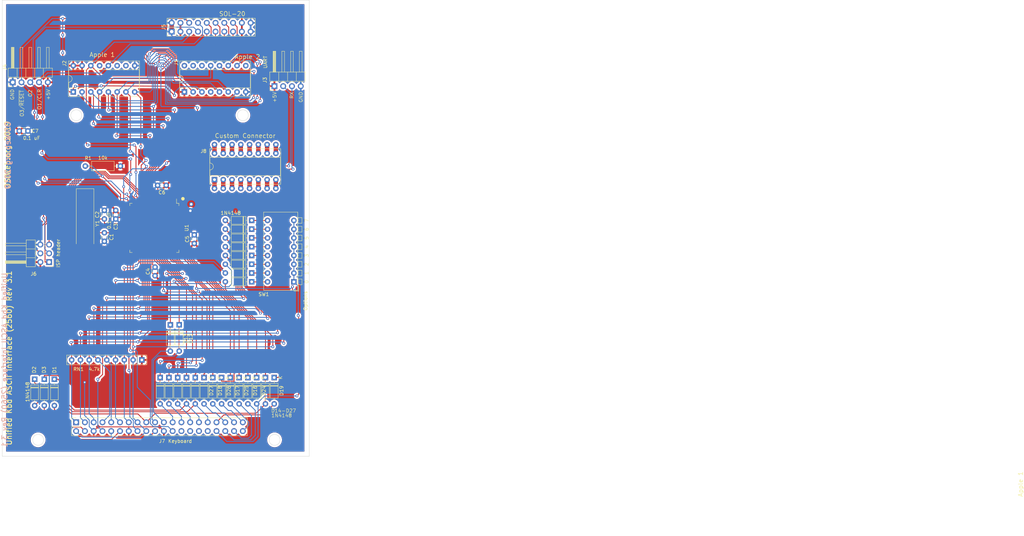
<source format=kicad_pcb>
(kicad_pcb (version 20171130) (host pcbnew "(5.1.5-0-10_14)")
  (title_block (title "Unified Retro Keyboard ASCII Interface (2560)") (date 2020-04-16) (rev 3.1))
  (layers (0 F.Cu signal) (31 B.Cu signal) (34 B.Paste user) (35 F.Paste user) (36 B.SilkS user) (37 F.SilkS user) (38 B.Mask user) (39 F.Mask user) (44 Edge.Cuts user))
  (net 0 "")
  (net 1 GND)
  (net 2 /Row3)
  (net 3 /Row0)
  (net 4 /Row1)
  (net 5 /Row4)
  (net 6 /Row5)
  (net 7 /Row7)
  (net 8 /D7)
  (net 9 /D1)
  (net 10 /D2)
  (net 11 /D3)
  (net 12 /D4)
  (net 13 /D5)
  (net 14 /D6)
  (net 15 /Col0)
  (net 16 /Col1)
  (net 17 /Col2)
  (net 18 /Col3)
  (net 19 /Col4)
  (net 20 /Col5)
  (net 21 /Col6)
  (net 22 /Col7)
  (net 23 /Row6)
  (net 24 /Row2)
  (net 25 /D0)
  (net 26 /~STROBE)
  (net 27 /Row10)
  (net 28 /Row9)
  (net 29 /Row8)
  (net 30 /Row15)
  (net 31 /Row14)
  (net 32 /Row13)
  (net 33 /Row12)
  (net 34 /Row11)
  (net 35 /Tx)
  (net 36 /Rx)
  (net 37 "Net-(D11-Pad1)")
  (net 38 "Net-(D12-Pad1)")
  (net 39 "Net-(D13-Pad1)")
  (net 40 "Net-(D14-Pad1)")
  (net 41 "Net-(D15-Pad1)")
  (net 42 "Net-(D16-Pad1)")
  (net 43 "Net-(D17-Pad1)")
  (net 44 "Net-(D18-Pad1)")
  (net 45 "Net-(D19-Pad1)")
  (net 46 "Net-(D20-Pad1)")
  (net 47 "Net-(D24-Pad1)")
  (net 48 "Net-(D25-Pad1)")
  (net 49 "Net-(D26-Pad1)")
  (net 50 "Net-(D4-Pad1)")
  (net 51 "Net-(D5-Pad1)")
  (net 52 "Net-(D6-Pad1)")
  (net 53 "Net-(D7-Pad1)")
  (net 54 "Net-(D8-Pad1)")
  (net 55 "Net-(D9-Pad1)")
  (net 56 "Net-(D10-Pad1)")
  (net 57 "Net-(D27-Pad1)")
  (net 58 /LED1)
  (net 59 /OUT1)
  (net 60 /OUT2)
  (net 61 /OUT3)
  (net 62 /ISP-RESET)
  (net 63 /ISP-MOSI)
  (net 64 /ISP-SCK)
  (net 65 /ISP-MISO)
  (net 66 "Net-(J7-Pad32)")
  (net 67 "Net-(J7-Pad30)")
  (net 68 "Net-(J7-Pad28)")
  (net 69 "Net-(J7-Pad26)")
  (net 70 /LED3)
  (net 71 /LED2)
  (net 72 "Net-(C1-Pad1)")
  (net 73 "Net-(C2-Pad1)")
  (net 74 "Net-(D1-Pad2)")
  (net 75 "Net-(D2-Pad2)")
  (net 76 "Net-(D3-Pad2)")
  (net 77 "Net-(D21-Pad1)")
  (net 78 "Net-(D22-Pad1)")
  (net 79 "Net-(D23-Pad1)")
  (net 80 "Net-(J1-Pad9)")
  (net 81 "Net-(J1-Pad4)")
  (net 82 "Net-(J1-Pad14)")
  (net 83 "Net-(J1-Pad15)")
  (net 84 "Net-(J1-Pad16)")
  (net 85 "Net-(J2-Pad10)")
  (net 86 "Net-(J2-Pad11)")
  (net 87 "Net-(J2-Pad13)")
  (net 88 "Net-(U1-Pad98)")
  (net 89 "Net-(U1-Pad97)")
  (net 90 "Net-(U1-Pad96)")
  (net 91 "Net-(U1-Pad95)")
  (net 92 "Net-(U1-Pad94)")
  (net 93 "Net-(U1-Pad93)")
  (net 94 "Net-(U1-Pad92)")
  (net 95 "Net-(U1-Pad91)")
  (net 96 "Net-(U1-Pad90)")
  (net 97 "Net-(U1-Pad89)")
  (net 98 "Net-(U1-Pad88)")
  (net 99 "Net-(U1-Pad87)")
  (net 100 "Net-(U1-Pad86)")
  (net 101 "Net-(U1-Pad85)")
  (net 102 "Net-(U1-Pad84)")
  (net 103 "Net-(U1-Pad83)")
  (net 104 "Net-(U1-Pad82)")
  (net 105 "Net-(U1-Pad70)")
  (net 106 "Net-(U1-Pad52)")
  (net 107 "Net-(U1-Pad51)")
  (net 108 "Net-(U1-Pad47)")
  (net 109 "Net-(U1-Pad46)")
  (net 110 "Net-(U1-Pad45)")
  (net 111 "Net-(U1-Pad44)")
  (net 112 "Net-(U1-Pad43)")
  (net 113 "Net-(U1-Pad42)")
  (net 114 "Net-(U1-Pad41)")
  (net 115 "Net-(U1-Pad40)")
  (net 116 "Net-(U1-Pad39)")
  (net 117 "Net-(U1-Pad38)")
  (net 118 "Net-(U1-Pad37)")
  (net 119 "Net-(U1-Pad36)")
  (net 120 "Net-(U1-Pad35)")
  (net 121 "Net-(U1-Pad29)")
  (net 122 "Net-(U1-Pad28)")
  (net 123 "Net-(U1-Pad19)")
  (net 124 "Net-(U1-Pad9)")
  (net 125 "Net-(U1-Pad8)")
  (net 126 "Net-(U1-Pad7)")
  (net 127 "Net-(U1-Pad6)")
  (net 128 "Net-(U1-Pad5)")
  (net 129 "Net-(U1-Pad4)")
  (net 130 "Net-(U1-Pad1)")
  (net 131 VCC)
  (net 132 "Net-(J8-Pad1)")
  (net 133 "Net-(J8-Pad9)")
  (net 134 "Net-(J8-Pad2)")
  (net 135 "Net-(J8-Pad10)")
  (net 136 "Net-(J8-Pad3)")
  (net 137 "Net-(J8-Pad11)")
  (net 138 "Net-(J8-Pad4)")
  (net 139 "Net-(J8-Pad12)")
  (net 140 "Net-(J8-Pad5)")
  (net 141 "Net-(J8-Pad13)")
  (net 142 "Net-(J8-Pad6)")
  (net 143 "Net-(J8-Pad14)")
  (net 144 "Net-(J8-Pad7)")
  (net 145 "Net-(J8-Pad15)")
  (net 146 "Net-(J8-Pad8)")
  (net 147 "Net-(J8-Pad16)")
  (module "" (layer F.Cu) (at 230.355 88.165)
    (fp_text reference "" (at 225.275 102.77) (layer F.SilkS) (effects (font (size 1.27 1.27))))
    (fp_text value "" (at 225.275 102.77) (layer F.SilkS) (effects (font (size 1.27 1.27))))
    (fp_text user "Apple 1" (at 228.323 102.77 90) (layer F.SilkS) (effects (font (size 1.27 1.27))))
  )
  (module unikbd:DIP-16_W7.62mm_Proto (layer F.Cu) (at 225.275 102.77 90)
    (fp_text reference J8 (at 8.255 -3.175 180) (layer F.SilkS))
    (fp_text value "Custom Connector / Proto")
    (fp_line (start 10.16 17.78) (end 7.62 17.78) (layer F.Cu) (width 1.27))
    (fp_line (start 10.16 15.24) (end 7.62 15.24) (layer F.Cu) (width 1.27))
    (fp_line (start 10.16 12.7) (end 7.62 12.7) (layer F.Cu) (width 1.27))
    (fp_line (start 10.16 10.16) (end 7.62 10.16) (layer F.Cu) (width 1.27))
    (fp_line (start 10.16 7.62) (end 7.62 7.62) (layer F.Cu) (width 1.27))
    (fp_line (start 10.16 5.08) (end 7.62 5.08) (layer F.Cu) (width 1.27))
    (fp_line (start 10.16 2.54) (end 7.62 2.54) (layer F.Cu) (width 1.27))
    (fp_line (start 10.16 0) (end 7.62 0) (layer F.Cu) (width 1.27))
    (fp_line (start 0 0) (end -2.54 0) (layer F.Cu) (width 1.27))
    (fp_line (start 0 2.54) (end -2.54 2.54) (layer F.Cu) (width 1.27))
    (fp_line (start 0 5.08) (end -2.54 5.08) (layer F.Cu) (width 1.27))
    (fp_line (start 0 7.62) (end -2.54 7.62) (layer F.Cu) (width 1.27))
    (fp_line (start 0 10.16) (end -2.54 10.16) (layer F.Cu) (width 1.27))
    (fp_line (start 0 12.7) (end -2.54 12.7) (layer F.Cu) (width 1.27))
    (fp_line (start 0 15.24) (end -2.54 15.24) (layer F.Cu) (width 1.27))
    (fp_line (start 0 17.78) (end -2.54 17.78) (layer F.Cu) (width 1.27))
    (pad 46 thru_hole oval (at 10.16 17.78 90) (size 1.6 1.6) (drill 0.8) (layers *.Cu *.Mask))
    (pad 45 thru_hole oval (at -2.54 17.78 90) (size 1.6 1.6) (drill 0.8) (layers *.Cu *.Mask))
    (pad 42 thru_hole oval (at 10.16 15.24 90) (size 1.6 1.6) (drill 0.8) (layers *.Cu *.Mask))
    (pad 41 thru_hole oval (at -2.54 15.24 90) (size 1.6 1.6) (drill 0.8) (layers *.Cu *.Mask))
    (pad 38 thru_hole oval (at 10.16 12.7 90) (size 1.6 1.6) (drill 0.8) (layers *.Cu *.Mask))
    (pad 37 thru_hole oval (at -2.54 12.7 90) (size 1.6 1.6) (drill 0.8) (layers *.Cu *.Mask))
    (pad 34 thru_hole oval (at 10.16 10.16 90) (size 1.6 1.6) (drill 0.8) (layers *.Cu *.Mask))
    (pad 33 thru_hole oval (at -2.54 10.16 90) (size 1.6 1.6) (drill 0.8) (layers *.Cu *.Mask))
    (pad 30 thru_hole oval (at 10.16 7.62 90) (size 1.6 1.6) (drill 0.8) (layers *.Cu *.Mask))
    (pad 29 thru_hole oval (at -2.54 7.62 90) (size 1.6 1.6) (drill 0.8) (layers *.Cu *.Mask))
    (pad 26 thru_hole oval (at 10.16 5.08 90) (size 1.6 1.6) (drill 0.8) (layers *.Cu *.Mask))
    (pad 25 thru_hole oval (at -2.54 5.08 90) (size 1.6 1.6) (drill 0.8) (layers *.Cu *.Mask))
    (pad 22 thru_hole oval (at 10.16 2.54 90) (size 1.6 1.6) (drill 0.8) (layers *.Cu *.Mask))
    (pad 21 thru_hole oval (at -2.54 2.54 90) (size 1.6 1.6) (drill 0.8) (layers *.Cu *.Mask))
    (pad 18 thru_hole oval (at 10.16 0 90) (size 1.6 1.6) (drill 0.8) (layers *.Cu *.Mask))
    (pad 17 thru_hole oval (at -2.54 0 90) (size 1.6 1.6) (drill 0.8) (layers *.Cu *.Mask))
    (pad 1 thru_hole rect (at 0 0 90) (size 1.6 1.6) (drill 0.8) (layers *.Cu *.Mask) (net 132 "Net-(J8-Pad1)"))
    (pad 9 thru_hole oval (at 7.62 17.78 90) (size 1.6 1.6) (drill 0.8) (layers *.Cu *.Mask) (net 133 "Net-(J8-Pad9)"))
    (pad 2 thru_hole oval (at 0 2.54 90) (size 1.6 1.6) (drill 0.8) (layers *.Cu *.Mask) (net 134 "Net-(J8-Pad2)"))
    (pad 10 thru_hole oval (at 7.62 15.24 90) (size 1.6 1.6) (drill 0.8) (layers *.Cu *.Mask) (net 135 "Net-(J8-Pad10)"))
    (pad 3 thru_hole oval (at 0 5.08 90) (size 1.6 1.6) (drill 0.8) (layers *.Cu *.Mask) (net 136 "Net-(J8-Pad3)"))
    (pad 11 thru_hole oval (at 7.62 12.7 90) (size 1.6 1.6) (drill 0.8) (layers *.Cu *.Mask) (net 137 "Net-(J8-Pad11)"))
    (pad 4 thru_hole oval (at 0 7.62 90) (size 1.6 1.6) (drill 0.8) (layers *.Cu *.Mask) (net 138 "Net-(J8-Pad4)"))
    (pad 12 thru_hole oval (at 7.62 10.16 90) (size 1.6 1.6) (drill 0.8) (layers *.Cu *.Mask) (net 139 "Net-(J8-Pad12)"))
    (pad 5 thru_hole oval (at 0 10.16 90) (size 1.6 1.6) (drill 0.8) (layers *.Cu *.Mask) (net 140 "Net-(J8-Pad5)"))
    (pad 13 thru_hole oval (at 7.62 7.62 90) (size 1.6 1.6) (drill 0.8) (layers *.Cu *.Mask) (net 141 "Net-(J8-Pad13)"))
    (pad 6 thru_hole oval (at 0 12.7 90) (size 1.6 1.6) (drill 0.8) (layers *.Cu *.Mask) (net 142 "Net-(J8-Pad6)"))
    (pad 14 thru_hole oval (at 7.62 5.08 90) (size 1.6 1.6) (drill 0.8) (layers *.Cu *.Mask) (net 143 "Net-(J8-Pad14)"))
    (pad 7 thru_hole oval (at 0 15.24 90) (size 1.6 1.6) (drill 0.8) (layers *.Cu *.Mask) (net 144 "Net-(J8-Pad7)"))
    (pad 15 thru_hole oval (at 7.62 2.54 90) (size 1.6 1.6) (drill 0.8) (layers *.Cu *.Mask) (net 145 "Net-(J8-Pad15)"))
    (pad 8 thru_hole oval (at 0 17.78 90) (size 1.6 1.6) (drill 0.8) (layers *.Cu *.Mask) (net 146 "Net-(J8-Pad8)"))
    (pad 16 thru_hole oval (at 7.62 0 90) (size 1.6 1.6) (drill 0.8) (layers *.Cu *.Mask) (net 147 "Net-(J8-Pad16)"))
  )
  (module unikbd:D_DO-35_SOD27_P7.62mm_Horizontal_bypassed (layer F.Cu) (at 240.03 160.0724 270)
    (fp_text reference D15 hide)
    (fp_text value 1N4148)
    (fp_poly (pts (xy 7.239 0.127) (xy 0.381 0.127) (xy 0.381 0) (xy 7.239 0)) (layer F.Cu) (width 0.0508))
    (pad 1 thru_hole rect (at 0 0 270) (size 1.6 1.6) (drill 0.8) (layers *.Cu *.Mask) (net 41 "Net-(D15-Pad1)"))
    (pad 2 thru_hole oval (at 7.62 0 270) (size 1.6 1.6) (drill 0.8) (layers *.Cu *.Mask) (net 7 /Row7))
  )
  (module Package_QFP:TQFP-100_14x14mm_P0.5mm (layer F.Cu) (at 207.876 116.74 270)
    (fp_text reference U1 (at 0 -9.35 90) (layer F.SilkS))
    (fp_text value ATmega2560-16AU)
    (pad 100 smd roundrect (at -6 -7.6625 270) (size 0.3 1.475) (layers F.Cu F.Paste F.Mask) (net 131 VCC))
    (pad 99 smd roundrect (at -5.5 -7.6625 270) (size 0.3 1.475) (layers F.Cu F.Paste F.Mask) (net 1 GND))
    (pad 98 smd roundrect (at -5 -7.6625 270) (size 0.3 1.475) (layers F.Cu F.Paste F.Mask) (net 88 "Net-(U1-Pad98)"))
    (pad 97 smd roundrect (at -4.5 -7.6625 270) (size 0.3 1.475) (layers F.Cu F.Paste F.Mask) (net 89 "Net-(U1-Pad97)"))
    (pad 96 smd roundrect (at -4 -7.6625 270) (size 0.3 1.475) (layers F.Cu F.Paste F.Mask) (net 90 "Net-(U1-Pad96)"))
    (pad 95 smd roundrect (at -3.5 -7.6625 270) (size 0.3 1.475) (layers F.Cu F.Paste F.Mask) (net 91 "Net-(U1-Pad95)"))
    (pad 94 smd roundrect (at -3 -7.6625 270) (size 0.3 1.475) (layers F.Cu F.Paste F.Mask) (net 92 "Net-(U1-Pad94)"))
    (pad 93 smd roundrect (at -2.5 -7.6625 270) (size 0.3 1.475) (layers F.Cu F.Paste F.Mask) (net 93 "Net-(U1-Pad93)"))
    (pad 92 smd roundrect (at -2 -7.6625 270) (size 0.3 1.475) (layers F.Cu F.Paste F.Mask) (net 94 "Net-(U1-Pad92)"))
    (pad 91 smd roundrect (at -1.5 -7.6625 270) (size 0.3 1.475) (layers F.Cu F.Paste F.Mask) (net 95 "Net-(U1-Pad91)"))
    (pad 90 smd roundrect (at -1 -7.6625 270) (size 0.3 1.475) (layers F.Cu F.Paste F.Mask) (net 96 "Net-(U1-Pad90)"))
    (pad 89 smd roundrect (at -0.5 -7.6625 270) (size 0.3 1.475) (layers F.Cu F.Paste F.Mask) (net 97 "Net-(U1-Pad89)"))
    (pad 88 smd roundrect (at 0 -7.6625 270) (size 0.3 1.475) (layers F.Cu F.Paste F.Mask) (net 98 "Net-(U1-Pad88)"))
    (pad 87 smd roundrect (at 0.5 -7.6625 270) (size 0.3 1.475) (layers F.Cu F.Paste F.Mask) (net 99 "Net-(U1-Pad87)"))
    (pad 86 smd roundrect (at 1 -7.6625 270) (size 0.3 1.475) (layers F.Cu F.Paste F.Mask) (net 100 "Net-(U1-Pad86)"))
    (pad 85 smd roundrect (at 1.5 -7.6625 270) (size 0.3 1.475) (layers F.Cu F.Paste F.Mask) (net 101 "Net-(U1-Pad85)"))
    (pad 84 smd roundrect (at 2 -7.6625 270) (size 0.3 1.475) (layers F.Cu F.Paste F.Mask) (net 102 "Net-(U1-Pad84)"))
    (pad 83 smd roundrect (at 2.5 -7.6625 270) (size 0.3 1.475) (layers F.Cu F.Paste F.Mask) (net 103 "Net-(U1-Pad83)"))
    (pad 82 smd roundrect (at 3 -7.6625 270) (size 0.3 1.475) (layers F.Cu F.Paste F.Mask) (net 104 "Net-(U1-Pad82)"))
    (pad 81 smd roundrect (at 3.5 -7.6625 270) (size 0.3 1.475) (layers F.Cu F.Paste F.Mask) (net 1 GND))
    (pad 80 smd roundrect (at 4 -7.6625 270) (size 0.3 1.475) (layers F.Cu F.Paste F.Mask) (net 131 VCC))
    (pad 79 smd roundrect (at 4.5 -7.6625 270) (size 0.3 1.475) (layers F.Cu F.Paste F.Mask) (net 41 "Net-(D15-Pad1)"))
    (pad 78 smd roundrect (at 5 -7.6625 270) (size 0.3 1.475) (layers F.Cu F.Paste F.Mask) (net 47 "Net-(D24-Pad1)"))
    (pad 77 smd roundrect (at 5.5 -7.6625 270) (size 0.3 1.475) (layers F.Cu F.Paste F.Mask) (net 42 "Net-(D16-Pad1)"))
    (pad 76 smd roundrect (at 6 -7.6625 270) (size 0.3 1.475) (layers F.Cu F.Paste F.Mask) (net 48 "Net-(D25-Pad1)"))
    (pad 75 smd roundrect (at 7.6625 -6 270) (size 1.475 0.3) (layers F.Cu F.Paste F.Mask) (net 43 "Net-(D17-Pad1)"))
    (pad 74 smd roundrect (at 7.6625 -5.5 270) (size 1.475 0.3) (layers F.Cu F.Paste F.Mask) (net 49 "Net-(D26-Pad1)"))
    (pad 73 smd roundrect (at 7.6625 -5 270) (size 1.475 0.3) (layers F.Cu F.Paste F.Mask) (net 44 "Net-(D18-Pad1)"))
    (pad 72 smd roundrect (at 7.6625 -4.5 270) (size 1.475 0.3) (layers F.Cu F.Paste F.Mask) (net 57 "Net-(D27-Pad1)"))
    (pad 71 smd roundrect (at 7.6625 -4 270) (size 1.475 0.3) (layers F.Cu F.Paste F.Mask) (net 45 "Net-(D19-Pad1)"))
    (pad 70 smd roundrect (at 7.6625 -3.5 270) (size 1.475 0.3) (layers F.Cu F.Paste F.Mask) (net 105 "Net-(U1-Pad70)"))
    (pad 69 smd roundrect (at 7.6625 -3 270) (size 1.475 0.3) (layers F.Cu F.Paste F.Mask) (net 39 "Net-(D13-Pad1)"))
    (pad 68 smd roundrect (at 7.6625 -2.5 270) (size 1.475 0.3) (layers F.Cu F.Paste F.Mask) (net 38 "Net-(D12-Pad1)"))
    (pad 67 smd roundrect (at 7.6625 -2 270) (size 1.475 0.3) (layers F.Cu F.Paste F.Mask) (net 78 "Net-(D22-Pad1)"))
    (pad 66 smd roundrect (at 7.6625 -1.5 270) (size 1.475 0.3) (layers F.Cu F.Paste F.Mask) (net 79 "Net-(D23-Pad1)"))
    (pad 65 smd roundrect (at 7.6625 -1 270) (size 1.475 0.3) (layers F.Cu F.Paste F.Mask) (net 77 "Net-(D21-Pad1)"))
    (pad 64 smd roundrect (at 7.6625 -0.5 270) (size 1.475 0.3) (layers F.Cu F.Paste F.Mask) (net 40 "Net-(D14-Pad1)"))
    (pad 63 smd roundrect (at 7.6625 0 270) (size 1.475 0.3) (layers F.Cu F.Paste F.Mask) (net 46 "Net-(D20-Pad1)"))
    (pad 62 smd roundrect (at 7.6625 0.5 270) (size 1.475 0.3) (layers F.Cu F.Paste F.Mask) (net 1 GND))
    (pad 61 smd roundrect (at 7.6625 1 270) (size 1.475 0.3) (layers F.Cu F.Paste F.Mask) (net 131 VCC))
    (pad 60 smd roundrect (at 7.6625 1.5 270) (size 1.475 0.3) (layers F.Cu F.Paste F.Mask) (net 22 /Col7))
    (pad 59 smd roundrect (at 7.6625 2 270) (size 1.475 0.3) (layers F.Cu F.Paste F.Mask) (net 21 /Col6))
    (pad 58 smd roundrect (at 7.6625 2.5 270) (size 1.475 0.3) (layers F.Cu F.Paste F.Mask) (net 20 /Col5))
    (pad 57 smd roundrect (at 7.6625 3 270) (size 1.475 0.3) (layers F.Cu F.Paste F.Mask) (net 19 /Col4))
    (pad 56 smd roundrect (at 7.6625 3.5 270) (size 1.475 0.3) (layers F.Cu F.Paste F.Mask) (net 18 /Col3))
    (pad 55 smd roundrect (at 7.6625 4 270) (size 1.475 0.3) (layers F.Cu F.Paste F.Mask) (net 17 /Col2))
    (pad 54 smd roundrect (at 7.6625 4.5 270) (size 1.475 0.3) (layers F.Cu F.Paste F.Mask) (net 16 /Col1))
    (pad 53 smd roundrect (at 7.6625 5 270) (size 1.475 0.3) (layers F.Cu F.Paste F.Mask) (net 15 /Col0))
    (pad 52 smd roundrect (at 7.6625 5.5 270) (size 1.475 0.3) (layers F.Cu F.Paste F.Mask) (net 106 "Net-(U1-Pad52)"))
    (pad 51 smd roundrect (at 7.6625 6 270) (size 1.475 0.3) (layers F.Cu F.Paste F.Mask) (net 107 "Net-(U1-Pad51)"))
    (pad 50 smd roundrect (at 6 7.6625 270) (size 0.3 1.475) (layers F.Cu F.Paste F.Mask) (net 70 /LED3))
    (pad 49 smd roundrect (at 5.5 7.6625 270) (size 0.3 1.475) (layers F.Cu F.Paste F.Mask) (net 71 /LED2))
    (pad 48 smd roundrect (at 5 7.6625 270) (size 0.3 1.475) (layers F.Cu F.Paste F.Mask) (net 58 /LED1))
    (pad 47 smd roundrect (at 4.5 7.6625 270) (size 0.3 1.475) (layers F.Cu F.Paste F.Mask) (net 108 "Net-(U1-Pad47)"))
    (pad 46 smd roundrect (at 4 7.6625 270) (size 0.3 1.475) (layers F.Cu F.Paste F.Mask) (net 109 "Net-(U1-Pad46)"))
    (pad 45 smd roundrect (at 3.5 7.6625 270) (size 0.3 1.475) (layers F.Cu F.Paste F.Mask) (net 110 "Net-(U1-Pad45)"))
    (pad 44 smd roundrect (at 3 7.6625 270) (size 0.3 1.475) (layers F.Cu F.Paste F.Mask) (net 111 "Net-(U1-Pad44)"))
    (pad 43 smd roundrect (at 2.5 7.6625 270) (size 0.3 1.475) (layers F.Cu F.Paste F.Mask) (net 112 "Net-(U1-Pad43)"))
    (pad 42 smd roundrect (at 2 7.6625 270) (size 0.3 1.475) (layers F.Cu F.Paste F.Mask) (net 113 "Net-(U1-Pad42)"))
    (pad 41 smd roundrect (at 1.5 7.6625 270) (size 0.3 1.475) (layers F.Cu F.Paste F.Mask) (net 114 "Net-(U1-Pad41)"))
    (pad 40 smd roundrect (at 1 7.6625 270) (size 0.3 1.475) (layers F.Cu F.Paste F.Mask) (net 115 "Net-(U1-Pad40)"))
    (pad 39 smd roundrect (at 0.5 7.6625 270) (size 0.3 1.475) (layers F.Cu F.Paste F.Mask) (net 116 "Net-(U1-Pad39)"))
    (pad 38 smd roundrect (at 0 7.6625 270) (size 0.3 1.475) (layers F.Cu F.Paste F.Mask) (net 117 "Net-(U1-Pad38)"))
    (pad 37 smd roundrect (at -0.5 7.6625 270) (size 0.3 1.475) (layers F.Cu F.Paste F.Mask) (net 118 "Net-(U1-Pad37)"))
    (pad 36 smd roundrect (at -1 7.6625 270) (size 0.3 1.475) (layers F.Cu F.Paste F.Mask) (net 119 "Net-(U1-Pad36)"))
    (pad 35 smd roundrect (at -1.5 7.6625 270) (size 0.3 1.475) (layers F.Cu F.Paste F.Mask) (net 120 "Net-(U1-Pad35)"))
    (pad 34 smd roundrect (at -2 7.6625 270) (size 0.3 1.475) (layers F.Cu F.Paste F.Mask) (net 72 "Net-(C1-Pad1)"))
    (pad 33 smd roundrect (at -2.5 7.6625 270) (size 0.3 1.475) (layers F.Cu F.Paste F.Mask) (net 73 "Net-(C2-Pad1)"))
    (pad 32 smd roundrect (at -3 7.6625 270) (size 0.3 1.475) (layers F.Cu F.Paste F.Mask) (net 1 GND))
    (pad 31 smd roundrect (at -3.5 7.6625 270) (size 0.3 1.475) (layers F.Cu F.Paste F.Mask) (net 131 VCC))
    (pad 30 smd roundrect (at -4 7.6625 270) (size 0.3 1.475) (layers F.Cu F.Paste F.Mask) (net 62 /ISP-RESET))
    (pad 29 smd roundrect (at -4.5 7.6625 270) (size 0.3 1.475) (layers F.Cu F.Paste F.Mask) (net 121 "Net-(U1-Pad29)"))
    (pad 28 smd roundrect (at -5 7.6625 270) (size 0.3 1.475) (layers F.Cu F.Paste F.Mask) (net 122 "Net-(U1-Pad28)"))
    (pad 27 smd roundrect (at -5.5 7.6625 270) (size 0.3 1.475) (layers F.Cu F.Paste F.Mask) (net 8 /D7))
    (pad 26 smd roundrect (at -6 7.6625 270) (size 0.3 1.475) (layers F.Cu F.Paste F.Mask) (net 61 /OUT3))
    (pad 25 smd roundrect (at -7.6625 6 270) (size 1.475 0.3) (layers F.Cu F.Paste F.Mask) (net 60 /OUT2))
    (pad 24 smd roundrect (at -7.6625 5.5 270) (size 1.475 0.3) (layers F.Cu F.Paste F.Mask) (net 59 /OUT1))
    (pad 23 smd roundrect (at -7.6625 5 270) (size 1.475 0.3) (layers F.Cu F.Paste F.Mask) (net 26 /~STROBE))
    (pad 22 smd roundrect (at -7.6625 4.5 270) (size 1.475 0.3) (layers F.Cu F.Paste F.Mask) (net 65 /ISP-MISO))
    (pad 21 smd roundrect (at -7.6625 4 270) (size 1.475 0.3) (layers F.Cu F.Paste F.Mask) (net 63 /ISP-MOSI))
    (pad 20 smd roundrect (at -7.6625 3.5 270) (size 1.475 0.3) (layers F.Cu F.Paste F.Mask) (net 64 /ISP-SCK))
    (pad 19 smd roundrect (at -7.6625 3 270) (size 1.475 0.3) (layers F.Cu F.Paste F.Mask) (net 123 "Net-(U1-Pad19)"))
    (pad 18 smd roundrect (at -7.6625 2.5 270) (size 1.475 0.3) (layers F.Cu F.Paste F.Mask) (net 14 /D6))
    (pad 17 smd roundrect (at -7.6625 2 270) (size 1.475 0.3) (layers F.Cu F.Paste F.Mask) (net 13 /D5))
    (pad 16 smd roundrect (at -7.6625 1.5 270) (size 1.475 0.3) (layers F.Cu F.Paste F.Mask) (net 12 /D4))
    (pad 15 smd roundrect (at -7.6625 1 270) (size 1.475 0.3) (layers F.Cu F.Paste F.Mask) (net 11 /D3))
    (pad 14 smd roundrect (at -7.6625 0.5 270) (size 1.475 0.3) (layers F.Cu F.Paste F.Mask) (net 10 /D2))
    (pad 13 smd roundrect (at -7.6625 0 270) (size 1.475 0.3) (layers F.Cu F.Paste F.Mask) (net 9 /D1))
    (pad 12 smd roundrect (at -7.6625 -0.5 270) (size 1.475 0.3) (layers F.Cu F.Paste F.Mask) (net 25 /D0))
    (pad 11 smd roundrect (at -7.6625 -1 270) (size 1.475 0.3) (layers F.Cu F.Paste F.Mask) (net 1 GND))
    (pad 10 smd roundrect (at -7.6625 -1.5 270) (size 1.475 0.3) (layers F.Cu F.Paste F.Mask) (net 131 VCC))
    (pad 9 smd roundrect (at -7.6625 -2 270) (size 1.475 0.3) (layers F.Cu F.Paste F.Mask) (net 124 "Net-(U1-Pad9)"))
    (pad 8 smd roundrect (at -7.6625 -2.5 270) (size 1.475 0.3) (layers F.Cu F.Paste F.Mask) (net 125 "Net-(U1-Pad8)"))
    (pad 7 smd roundrect (at -7.6625 -3 270) (size 1.475 0.3) (layers F.Cu F.Paste F.Mask) (net 126 "Net-(U1-Pad7)"))
    (pad 6 smd roundrect (at -7.6625 -3.5 270) (size 1.475 0.3) (layers F.Cu F.Paste F.Mask) (net 127 "Net-(U1-Pad6)"))
    (pad 5 smd roundrect (at -7.6625 -4 270) (size 1.475 0.3) (layers F.Cu F.Paste F.Mask) (net 128 "Net-(U1-Pad5)"))
    (pad 4 smd roundrect (at -7.6625 -4.5 270) (size 1.475 0.3) (layers F.Cu F.Paste F.Mask) (net 129 "Net-(U1-Pad4)"))
    (pad 3 smd roundrect (at -7.6625 -5 270) (size 1.475 0.3) (layers F.Cu F.Paste F.Mask) (net 35 /Tx))
    (pad 2 smd roundrect (at -7.6625 -5.5 270) (size 1.475 0.3) (layers F.Cu F.Paste F.Mask) (net 36 /Rx))
    (pad 1 smd roundrect (at -7.6625 -6 270) (size 1.475 0.3) (layers F.Cu F.Paste F.Mask) (net 130 "Net-(U1-Pad1)"))
  )
  (module Crystal:Crystal_SMD_HC49-SD_HandSoldering (layer F.Cu) (at 187.81 115.47 270)
    (fp_text reference Y1 (at 0 -3.55 90) (layer F.SilkS))
    (fp_text value "16.000 MHz")
    (pad 2 smd rect (at 5.9375 0 270) (size 7.875 2) (layers F.Cu F.Paste F.Mask) (net 72 "Net-(C1-Pad1)"))
    (pad 1 smd rect (at -5.9375 0 270) (size 7.875 2) (layers F.Cu F.Paste F.Mask) (net 73 "Net-(C2-Pad1)"))
  )
  (module Resistor_THT:R_Axial_DIN0207_L6.3mm_D2.5mm_P10.16mm_Horizontal (layer F.Cu) (at 198.0335 98.833 180)
    (fp_text reference R1 (at 9.3345 2.286) (layer F.SilkS))
    (fp_text value 10k (at 5.08 2.37) (layer F.SilkS))
    (pad 2 thru_hole oval (at 10.16 0 180) (size 1.6 1.6) (drill 0.8) (layers *.Cu *.Mask) (net 62 /ISP-RESET))
    (pad 1 thru_hole circle (at 0 0 180) (size 1.6 1.6) (drill 0.8) (layers *.Cu *.Mask) (net 131 VCC))
  )
  (module Diode_THT:D_DO-35_SOD27_P7.62mm_Horizontal (layer F.Cu) (at 222.25 160.0724 270)
    (fp_text reference D27 (at 3.81 -2.12 90) (layer F.SilkS))
    (fp_text value 1N4148)
    (fp_text user K (at 0 -1.8 90) (layer F.SilkS))
    (pad 2 thru_hole oval (at 7.62 0 270) (size 1.6 1.6) (drill 0.8) (layers *.Cu *.Mask) (net 31 /Row14))
    (pad 1 thru_hole rect (at 0 0 270) (size 1.6 1.6) (drill 0.8) (layers *.Cu *.Mask) (net 57 "Net-(D27-Pad1)"))
  )
  (module Diode_THT:D_DO-35_SOD27_P7.62mm_Horizontal (layer F.Cu) (at 227.33 160.0724 270)
    (fp_text reference D26 (at 3.81 -2.12 90) (layer F.SilkS))
    (fp_text value 1N4148)
    (fp_text user K (at 0 -1.8 90) (layer F.SilkS))
    (pad 2 thru_hole oval (at 7.62 0 270) (size 1.6 1.6) (drill 0.8) (layers *.Cu *.Mask) (net 33 /Row12))
    (pad 1 thru_hole rect (at 0 0 270) (size 1.6 1.6) (drill 0.8) (layers *.Cu *.Mask) (net 49 "Net-(D26-Pad1)"))
  )
  (module Diode_THT:D_DO-35_SOD27_P7.62mm_Horizontal (layer F.Cu) (at 232.41 160.0724 270)
    (fp_text reference D25 (at 3.81 -2.12 90) (layer F.SilkS))
    (fp_text value 1N4148)
    (fp_text user K (at 0 -1.8 90) (layer F.SilkS))
    (pad 2 thru_hole oval (at 7.62 0 270) (size 1.6 1.6) (drill 0.8) (layers *.Cu *.Mask) (net 27 /Row10))
    (pad 1 thru_hole rect (at 0 0 270) (size 1.6 1.6) (drill 0.8) (layers *.Cu *.Mask) (net 48 "Net-(D25-Pad1)"))
  )
  (module Diode_THT:D_DO-35_SOD27_P7.62mm_Horizontal (layer F.Cu) (at 237.49 160.0724 270)
    (fp_text reference D24 (at 3.81 -2.12 90) (layer F.SilkS))
    (fp_text value 1N4148)
    (fp_text user K (at 0 -1.8 90) (layer F.SilkS))
    (pad 2 thru_hole oval (at 7.62 0 270) (size 1.6 1.6) (drill 0.8) (layers *.Cu *.Mask) (net 29 /Row8))
    (pad 1 thru_hole rect (at 0 0 270) (size 1.6 1.6) (drill 0.8) (layers *.Cu *.Mask) (net 47 "Net-(D24-Pad1)"))
  )
  (module Diode_THT:D_DO-35_SOD27_P7.62mm_Horizontal (layer F.Cu) (at 242.57 160.0724 270)
    (fp_text reference D19 (at 3.81 -2.12 90) (layer F.SilkS))
    (fp_text value 1N4148)
    (fp_text user K (at 0 -1.8 90) (layer F.SilkS))
    (pad 2 thru_hole oval (at 7.62 0 270) (size 1.6 1.6) (drill 0.8) (layers *.Cu *.Mask) (net 30 /Row15))
    (pad 1 thru_hole rect (at 0 0 270) (size 1.6 1.6) (drill 0.8) (layers *.Cu *.Mask) (net 45 "Net-(D19-Pad1)"))
  )
  (module Diode_THT:D_DO-35_SOD27_P7.62mm_Horizontal (layer F.Cu) (at 224.79 160.0724 270)
    (fp_text reference D18 (at 3.81 -2.12 90) (layer F.SilkS))
    (fp_text value 1N4148)
    (fp_text user K (at 0 -1.8 90) (layer F.SilkS))
    (pad 2 thru_hole oval (at 7.62 0 270) (size 1.6 1.6) (drill 0.8) (layers *.Cu *.Mask) (net 32 /Row13))
    (pad 1 thru_hole rect (at 0 0 270) (size 1.6 1.6) (drill 0.8) (layers *.Cu *.Mask) (net 44 "Net-(D18-Pad1)"))
  )
  (module Diode_THT:D_DO-35_SOD27_P7.62mm_Horizontal (layer F.Cu) (at 229.87 160.0724 270)
    (fp_text reference D17 (at 3.81 -2.12 90) (layer F.SilkS))
    (fp_text value 1N4148)
    (fp_text user K (at 0 -1.8 90) (layer F.SilkS))
    (pad 2 thru_hole oval (at 7.62 0 270) (size 1.6 1.6) (drill 0.8) (layers *.Cu *.Mask) (net 34 /Row11))
    (pad 1 thru_hole rect (at 0 0 270) (size 1.6 1.6) (drill 0.8) (layers *.Cu *.Mask) (net 43 "Net-(D17-Pad1)"))
  )
  (module Diode_THT:D_DO-35_SOD27_P7.62mm_Horizontal (layer F.Cu) (at 234.95 160.0724 270)
    (fp_text reference D16 (at 3.81 -2.12 90) (layer F.SilkS))
    (fp_text value 1N4148)
    (fp_text user K (at 0 -1.8 90) (layer F.SilkS))
    (pad 2 thru_hole oval (at 7.62 0 270) (size 1.6 1.6) (drill 0.8) (layers *.Cu *.Mask) (net 28 /Row9))
    (pad 1 thru_hole rect (at 0 0 270) (size 1.6 1.6) (drill 0.8) (layers *.Cu *.Mask) (net 42 "Net-(D16-Pad1)"))
  )
  (module Capacitor_THT:C_Disc_D3.0mm_W1.6mm_P2.50mm (layer F.Cu) (at 211.305 104.421 180)
    (fp_text reference C6 (at 1.25 -2.05) (layer F.SilkS))
    (fp_text value "0.1 uF")
    (pad 2 thru_hole circle (at 2.5 0 180) (size 1.6 1.6) (drill 0.8) (layers *.Cu *.Mask) (net 1 GND))
    (pad 1 thru_hole circle (at 0 0 180) (size 1.6 1.6) (drill 0.8) (layers *.Cu *.Mask) (net 131 VCC))
  )
  (module Capacitor_THT:C_Disc_D3.0mm_W1.6mm_P2.50mm (layer F.Cu) (at 193.398 114.16 90)
    (fp_text reference C2 (at 1.25 -2.05 90) (layer F.SilkS))
    (fp_text value 36pf)
    (pad 2 thru_hole circle (at 2.5 0 90) (size 1.6 1.6) (drill 0.8) (layers *.Cu *.Mask) (net 1 GND))
    (pad 1 thru_hole circle (at 0 0 90) (size 1.6 1.6) (drill 0.8) (layers *.Cu *.Mask) (net 73 "Net-(C2-Pad1)"))
  )
  (module Capacitor_THT:C_Disc_D3.0mm_W1.6mm_P2.50mm (layer F.Cu) (at 219.433 121.2485 90)
    (fp_text reference C5 (at 1.25 -2.05 90) (layer F.SilkS))
    (fp_text value "0.1 uF")
    (pad 2 thru_hole circle (at 2.5 0 90) (size 1.6 1.6) (drill 0.8) (layers *.Cu *.Mask) (net 1 GND))
    (pad 1 thru_hole circle (at 0 0 90) (size 1.6 1.6) (drill 0.8) (layers *.Cu *.Mask) (net 131 VCC))
  )
  (module Capacitor_THT:C_Disc_D3.0mm_W1.6mm_P2.50mm (layer F.Cu) (at 193.398 118.137 270)
    (fp_text reference C1 (at 1.25 -2.05 90) (layer F.SilkS))
    (fp_text value 36pf)
    (pad 2 thru_hole circle (at 2.5 0 270) (size 1.6 1.6) (drill 0.8) (layers *.Cu *.Mask) (net 1 GND))
    (pad 1 thru_hole circle (at 0 0 270) (size 1.6 1.6) (drill 0.8) (layers *.Cu *.Mask) (net 72 "Net-(C1-Pad1)"))
  )
  (module Capacitor_THT:C_Disc_D3.0mm_W1.6mm_P2.50mm (layer F.Cu) (at 208.0665 130.583 90)
    (fp_text reference C4 (at 1.25 -2.05 90) (layer F.SilkS))
    (fp_text value "0.1 uF")
    (pad 2 thru_hole circle (at 2.5 0 90) (size 1.6 1.6) (drill 0.8) (layers *.Cu *.Mask) (net 1 GND))
    (pad 1 thru_hole circle (at 0 0 90) (size 1.6 1.6) (drill 0.8) (layers *.Cu *.Mask) (net 131 VCC))
  )
  (module unikbd:PinHeader_2x20_P2.54mm_Vertical (layer F.Cu) (at 185.397 175.5918 90)
    (fp_text reference J7 (at -2.8702 24.7015 180) (layer F.SilkS))
    (fp_text value Keyboard (at -2.8702 29.9085 180) (layer F.SilkS))
    (pad 40 thru_hole oval (at 0.0254 48.0822 90) (size 1.7 1.7) (drill 1) (layers *.Cu *.Mask) (net 34 /Row11))
    (pad 39 thru_hole oval (at 2.5654 48.0822 90) (size 1.7 1.7) (drill 1) (layers *.Cu *.Mask) (net 33 /Row12))
    (pad 38 thru_hole oval (at 0.0254 45.5422 90) (size 1.7 1.7) (drill 1) (layers *.Cu *.Mask) (net 27 /Row10))
    (pad 37 thru_hole oval (at 2.5654 45.5422 90) (size 1.7 1.7) (drill 1) (layers *.Cu *.Mask) (net 32 /Row13))
    (pad 36 thru_hole oval (at 0.0254 43.0022 90) (size 1.7 1.7) (drill 1) (layers *.Cu *.Mask) (net 28 /Row9))
    (pad 35 thru_hole oval (at 2.5654 43.0022 90) (size 1.7 1.7) (drill 1) (layers *.Cu *.Mask) (net 31 /Row14))
    (pad 34 thru_hole oval (at 0.0254 40.4622 90) (size 1.7 1.7) (drill 1) (layers *.Cu *.Mask) (net 29 /Row8))
    (pad 33 thru_hole oval (at 2.5654 40.4622 90) (size 1.7 1.7) (drill 1) (layers *.Cu *.Mask) (net 30 /Row15))
    (pad 32 thru_hole oval (at 0.0254 37.9222 90) (size 1.7 1.7) (drill 1) (layers *.Cu *.Mask) (net 66 "Net-(J7-Pad32)"))
    (pad 31 thru_hole oval (at 2.5654 37.9222 90) (size 1.7 1.7) (drill 1) (layers *.Cu *.Mask) (net 3 /Row0))
    (pad 30 thru_hole oval (at 0.0254 35.3822 90) (size 1.7 1.7) (drill 1) (layers *.Cu *.Mask) (net 67 "Net-(J7-Pad30)"))
    (pad 29 thru_hole oval (at 2.5654 35.3822 90) (size 1.7 1.7) (drill 1) (layers *.Cu *.Mask) (net 4 /Row1))
    (pad 28 thru_hole oval (at 0.0254 32.8422 90) (size 1.7 1.7) (drill 1) (layers *.Cu *.Mask) (net 68 "Net-(J7-Pad28)"))
    (pad 27 thru_hole oval (at 2.5654 32.8422 90) (size 1.7 1.7) (drill 1) (layers *.Cu *.Mask) (net 24 /Row2))
    (pad 26 thru_hole oval (at 0.0254 30.3022 90) (size 1.7 1.7) (drill 1) (layers *.Cu *.Mask) (net 69 "Net-(J7-Pad26)"))
    (pad 25 thru_hole oval (at 2.5654 30.3022 90) (size 1.7 1.7) (drill 1) (layers *.Cu *.Mask) (net 2 /Row3))
    (pad 24 thru_hole oval (at 0.0254 27.7622 90) (size 1.7 1.7) (drill 1) (layers *.Cu *.Mask) (net 70 /LED3))
    (pad 23 thru_hole oval (at 2.5654 27.7622 90) (size 1.7 1.7) (drill 1) (layers *.Cu *.Mask) (net 5 /Row4))
    (pad 22 thru_hole oval (at 0.0254 25.2222 90) (size 1.7 1.7) (drill 1) (layers *.Cu *.Mask) (net 131 VCC))
    (pad 21 thru_hole oval (at 2.5654 25.2222 90) (size 1.7 1.7) (drill 1) (layers *.Cu *.Mask) (net 6 /Row5))
    (pad 20 thru_hole oval (at 0.0254 22.6822 90) (size 1.7 1.7) (drill 1) (layers *.Cu *.Mask) (net 76 "Net-(D3-Pad2)"))
    (pad 19 thru_hole oval (at 2.5654 22.6822 90) (size 1.7 1.7) (drill 1) (layers *.Cu *.Mask) (net 23 /Row6))
    (pad 18 thru_hole oval (at 0.0254 20.1422 90) (size 1.7 1.7) (drill 1) (layers *.Cu *.Mask) (net 15 /Col0))
    (pad 17 thru_hole oval (at 2.5654 20.1422 90) (size 1.7 1.7) (drill 1) (layers *.Cu *.Mask) (net 7 /Row7))
    (pad 16 thru_hole oval (at 0.0254 17.6022 90) (size 1.7 1.7) (drill 1) (layers *.Cu *.Mask) (net 71 /LED2))
    (pad 15 thru_hole oval (at 2.5654 17.6022 90) (size 1.7 1.7) (drill 1) (layers *.Cu *.Mask) (net 15 /Col0))
    (pad 14 thru_hole oval (at 0.0254 15.0622 90) (size 1.7 1.7) (drill 1) (layers *.Cu *.Mask) (net 131 VCC))
    (pad 13 thru_hole oval (at 2.5654 15.0622 90) (size 1.7 1.7) (drill 1) (layers *.Cu *.Mask) (net 16 /Col1))
    (pad 12 thru_hole oval (at 0.0254 12.5222 90) (size 1.7 1.7) (drill 1) (layers *.Cu *.Mask) (net 75 "Net-(D2-Pad2)"))
    (pad 11 thru_hole oval (at 2.5654 12.5222 90) (size 1.7 1.7) (drill 1) (layers *.Cu *.Mask) (net 17 /Col2))
    (pad 10 thru_hole oval (at 0.0254 9.9822 90) (size 1.7 1.7) (drill 1) (layers *.Cu *.Mask) (net 15 /Col0))
    (pad 9 thru_hole oval (at 2.5654 9.9822 90) (size 1.7 1.7) (drill 1) (layers *.Cu *.Mask) (net 18 /Col3))
    (pad 8 thru_hole oval (at 0.0254 7.4422 90) (size 1.7 1.7) (drill 1) (layers *.Cu *.Mask) (net 58 /LED1))
    (pad 7 thru_hole oval (at 2.5654 7.4422 90) (size 1.7 1.7) (drill 1) (layers *.Cu *.Mask) (net 19 /Col4))
    (pad 6 thru_hole oval (at 0.0254 4.9022 90) (size 1.7 1.7) (drill 1) (layers *.Cu *.Mask) (net 131 VCC))
    (pad 5 thru_hole oval (at 2.5654 4.9022 90) (size 1.7 1.7) (drill 1) (layers *.Cu *.Mask) (net 20 /Col5))
    (pad 4 thru_hole oval (at 0.0254 2.3622 90) (size 1.7 1.7) (drill 1) (layers *.Cu *.Mask) (net 74 "Net-(D1-Pad2)"))
    (pad 3 thru_hole oval (at 2.5654 2.3622 90) (size 1.7 1.7) (drill 1) (layers *.Cu *.Mask) (net 21 /Col6))
    (pad 2 thru_hole oval (at 0.0254 -0.1778 90) (size 1.7 1.7) (drill 1) (layers *.Cu *.Mask) (net 15 /Col0))
    (pad 1 thru_hole rect (at 2.5654 -0.1778 90) (size 1.7 1.7) (drill 1) (layers *.Cu *.Mask) (net 22 /Col7))
  )
  (module unikbd:SOL20-header-vertical (layer F.Cu) (at 212.8798 59.8948 90)
    (fp_text reference J5 (at 1.27 -2.33 90) (layer F.SilkS))
    (fp_text value SOL-20 (at 5.1308 17.5514 180) (layer F.SilkS) (effects (font (size 1.27 1.27) (thickness 0.1524))))
    (pad 20 thru_hole oval (at 2.54 22.86 90) (size 1.7 1.7) (drill 1) (layers *.Cu *.Mask) (net 1 GND))
    (pad 10 thru_hole oval (at 0 22.86 90) (size 1.7 1.7) (drill 1) (layers *.Cu *.Mask) (net 1 GND))
    (pad 19 thru_hole oval (at 2.54 20.32 90) (size 1.7 1.7) (drill 1) (layers *.Cu *.Mask) (net 131 VCC))
    (pad 9 thru_hole oval (at 0 20.32 90) (size 1.7 1.7) (drill 1) (layers *.Cu *.Mask) (net 131 VCC))
    (pad 18 thru_hole oval (at 2.54 17.78 90) (size 1.7 1.7) (drill 1) (layers *.Cu *.Mask) (net 8 /D7))
    (pad 8 thru_hole oval (at 0 17.78 90) (size 1.7 1.7) (drill 1) (layers *.Cu *.Mask) (net 11 /D3))
    (pad 17 thru_hole oval (at 2.54 15.24 90) (size 1.7 1.7) (drill 1) (layers *.Cu *.Mask) (net 14 /D6))
    (pad 7 thru_hole oval (at 0 15.24 90) (size 1.7 1.7) (drill 1) (layers *.Cu *.Mask) (net 10 /D2))
    (pad 16 thru_hole oval (at 2.54 12.7 90) (size 1.7 1.7) (drill 1) (layers *.Cu *.Mask) (net 13 /D5))
    (pad 6 thru_hole oval (at 0 12.7 90) (size 1.7 1.7) (drill 1) (layers *.Cu *.Mask) (net 9 /D1))
    (pad 15 thru_hole oval (at 2.54 10.16 90) (size 1.7 1.7) (drill 1) (layers *.Cu *.Mask) (net 12 /D4))
    (pad 5 thru_hole oval (at 0 10.16 90) (size 1.7 1.7) (drill 1) (layers *.Cu *.Mask) (net 25 /D0))
    (pad 14 thru_hole oval (at 2.54 7.62 90) (size 1.7 1.7) (drill 1) (layers *.Cu *.Mask) (net 59 /OUT1))
    (pad 4 thru_hole oval (at 0 7.62 90) (size 1.7 1.7) (drill 1) (layers *.Cu *.Mask) (net 60 /OUT2))
    (pad 13 thru_hole oval (at 2.54 5.08 90) (size 1.7 1.7) (drill 1) (layers *.Cu *.Mask) (net 61 /OUT3))
    (pad 3 thru_hole oval (at 0 5.08 90) (size 1.7 1.7) (drill 1) (layers *.Cu *.Mask) (net 26 /~STROBE))
    (pad 12 thru_hole oval (at 2.54 2.54 90) (size 1.7 1.7) (drill 1) (layers *.Cu *.Mask) (net 131 VCC))
    (pad 2 thru_hole oval (at 0 2.54 90) (size 1.7 1.7) (drill 1) (layers *.Cu *.Mask) (net 131 VCC))
    (pad 11 thru_hole oval (at 2.54 0 90) (size 1.7 1.7) (drill 1) (layers *.Cu *.Mask) (net 1 GND))
    (pad 1 thru_hole rect (at 0 0 90) (size 1.7 1.7) (drill 1) (layers *.Cu *.Mask) (net 1 GND))
  )
  (module Connector_PinHeader_2.54mm:PinHeader_1x05_P2.54mm_Horizontal (layer F.Cu) (at 166.855 74.576 90)
    (fp_text reference J4 (at 4.385 -2.27 90) (layer F.SilkS))
    (fp_text value Conn_01x05)
    (pad 5 thru_hole oval (at 0 10.16 90) (size 1.7 1.7) (drill 1) (layers *.Cu *.Mask) (net 131 VCC))
    (pad 4 thru_hole oval (at 0 7.62 90) (size 1.7 1.7) (drill 1) (layers *.Cu *.Mask) (net 59 /OUT1))
    (pad 3 thru_hole oval (at 0 5.08 90) (size 1.7 1.7) (drill 1) (layers *.Cu *.Mask) (net 60 /OUT2))
    (pad 2 thru_hole oval (at 0 2.54 90) (size 1.7 1.7) (drill 1) (layers *.Cu *.Mask) (net 61 /OUT3))
    (pad 1 thru_hole rect (at 0 0 90) (size 1.7 1.7) (drill 1) (layers *.Cu *.Mask) (net 1 GND))
  )
  (module Capacitor_THT:C_Disc_D3.0mm_W1.6mm_P2.50mm (layer F.Cu) (at 168.76 88.673)
    (fp_text reference C7 (at 4.572 0) (layer F.SilkS))
    (fp_text value "0.1 uF" (at 3.556 2.05) (layer F.SilkS))
    (pad 2 thru_hole circle (at 2.5 0) (size 1.6 1.6) (drill 0.8) (layers *.Cu *.Mask) (net 1 GND))
    (pad 1 thru_hole circle (at 0 0) (size 1.6 1.6) (drill 0.8) (layers *.Cu *.Mask) (net 131 VCC))
  )
  (module unikbd:D_DO-35_SOD27_P7.62mm_Horizontal_bypassed (layer F.Cu) (at 212.4988 144.807 270)
    (fp_text reference D13 (at 3.9878 -4.4958 90) (layer F.SilkS))
    (fp_text value 1N4148)
    (fp_poly (pts (xy 7.239 0.127) (xy 0.381 0.127) (xy 0.381 0) (xy 7.239 0)) (layer F.Cu) (width 0.0508))
    (pad 1 thru_hole rect (at 0 0 270) (size 1.6 1.6) (drill 0.8) (layers *.Cu *.Mask) (net 39 "Net-(D13-Pad1)"))
    (pad 2 thru_hole oval (at 7.62 0 270) (size 1.6 1.6) (drill 0.8) (layers *.Cu *.Mask) (net 23 /Row6))
  )
  (module unikbd:D_DO-35_SOD27_P7.62mm_Horizontal_bypassed (layer F.Cu) (at 209.55 160.0724 270)
    (fp_text reference D22 hide)
    (fp_text value 1N4148)
    (fp_poly (pts (xy 7.239 0.127) (xy 0.381 0.127) (xy 0.381 0) (xy 7.239 0)) (layer F.Cu) (width 0.0508))
    (pad 1 thru_hole rect (at 0 0 270) (size 1.6 1.6) (drill 0.8) (layers *.Cu *.Mask) (net 78 "Net-(D22-Pad1)"))
    (pad 2 thru_hole oval (at 7.62 0 270) (size 1.6 1.6) (drill 0.8) (layers *.Cu *.Mask) (net 5 /Row4))
  )
  (module unikbd:D_DO-35_SOD27_P7.62mm_Horizontal_bypassed (layer F.Cu) (at 214.63 160.0724 270)
    (fp_text reference D21 hide)
    (fp_text value 1N4148)
    (fp_poly (pts (xy 7.239 0.127) (xy 0.381 0.127) (xy 0.381 0) (xy 7.239 0)) (layer F.Cu) (width 0.0508))
    (pad 1 thru_hole rect (at 0 0 270) (size 1.6 1.6) (drill 0.8) (layers *.Cu *.Mask) (net 77 "Net-(D21-Pad1)"))
    (pad 2 thru_hole oval (at 7.62 0 270) (size 1.6 1.6) (drill 0.8) (layers *.Cu *.Mask) (net 24 /Row2))
  )
  (module unikbd:D_DO-35_SOD27_P7.62mm_Horizontal_bypassed (layer F.Cu) (at 219.71 160.0724 270)
    (fp_text reference D20 hide)
    (fp_text value 1N4148)
    (fp_poly (pts (xy 7.239 0.127) (xy 0.381 0.127) (xy 0.381 0) (xy 7.239 0)) (layer F.Cu) (width 0.0508))
    (pad 1 thru_hole rect (at 0 0 270) (size 1.6 1.6) (drill 0.8) (layers *.Cu *.Mask) (net 46 "Net-(D20-Pad1)"))
    (pad 2 thru_hole oval (at 7.62 0 270) (size 1.6 1.6) (drill 0.8) (layers *.Cu *.Mask) (net 3 /Row0))
  )
  (module unikbd:D_DO-35_SOD27_P7.62mm_Horizontal_bypassed (layer F.Cu) (at 215.0642 144.7816 270)
    (fp_text reference D12 (at 4.0132 -3.3528 90) (layer F.SilkS))
    (fp_text value 1N4148)
    (fp_poly (pts (xy 7.239 0.127) (xy 0.381 0.127) (xy 0.381 0) (xy 7.239 0)) (layer F.Cu) (width 0.0508))
    (pad 1 thru_hole rect (at 0 0 270) (size 1.6 1.6) (drill 0.8) (layers *.Cu *.Mask) (net 38 "Net-(D12-Pad1)"))
    (pad 2 thru_hole oval (at 7.62 0 270) (size 1.6 1.6) (drill 0.8) (layers *.Cu *.Mask) (net 6 /Row5))
  )
  (module unikbd:D_DO-35_SOD27_P7.62mm_Horizontal_bypassed (layer F.Cu) (at 212.09 160.0724 270)
    (fp_text reference D23 hide)
    (fp_text value 1N4148)
    (fp_poly (pts (xy 7.239 0.127) (xy 0.381 0.127) (xy 0.381 0) (xy 7.239 0)) (layer F.Cu) (width 0.0508))
    (pad 1 thru_hole rect (at 0 0 270) (size 1.6 1.6) (drill 0.8) (layers *.Cu *.Mask) (net 79 "Net-(D23-Pad1)"))
    (pad 2 thru_hole oval (at 7.62 0 270) (size 1.6 1.6) (drill 0.8) (layers *.Cu *.Mask) (net 2 /Row3))
  )
  (module unikbd:D_DO-35_SOD27_P7.62mm_Horizontal_bypassed (layer F.Cu) (at 217.17 160.0724 270)
    (fp_text reference D14 hide)
    (fp_text value 1N4148)
    (fp_poly (pts (xy 7.239 0.127) (xy 0.381 0.127) (xy 0.381 0) (xy 7.239 0)) (layer F.Cu) (width 0.0508))
    (pad 1 thru_hole rect (at 0 0 270) (size 1.6 1.6) (drill 0.8) (layers *.Cu *.Mask) (net 40 "Net-(D14-Pad1)"))
    (pad 2 thru_hole oval (at 7.62 0 270) (size 1.6 1.6) (drill 0.8) (layers *.Cu *.Mask) (net 4 /Row1))
  )
  (module Diode_THT:D_DO-35_SOD27_P7.62mm_Horizontal (layer F.Cu) (at 175.999 160.555 270)
    (fp_text reference D3 (at -2.7305 0.0762 90) (layer F.SilkS))
    (fp_text value 1N4148)
    (pad 2 thru_hole oval (at 7.62 0 270) (size 1.6 1.6) (drill 0.8) (layers *.Cu *.Mask) (net 76 "Net-(D3-Pad2)"))
    (pad 1 thru_hole rect (at 0 0 270) (size 1.6 1.6) (drill 0.8) (layers *.Cu *.Mask) (net 4 /Row1))
  )
  (module Connector_PinHeader_2.54mm:PinHeader_1x04_P2.54mm_Horizontal (layer F.Cu) (at 242.62828 75.70376 90)
    (fp_text reference J3 (at 1.76276 -2.74828 90) (layer F.SilkS))
    (fp_text value UART (at 6.96976 -2.62128 90) (layer F.SilkS))
    (pad 4 thru_hole oval (at 0 7.62 90) (size 1.7 1.7) (drill 1) (layers *.Cu *.Mask) (net 1 GND))
    (pad 3 thru_hole oval (at 0 5.08 90) (size 1.7 1.7) (drill 1) (layers *.Cu *.Mask) (net 36 /Rx))
    (pad 2 thru_hole oval (at 0 2.54 90) (size 1.7 1.7) (drill 1) (layers *.Cu *.Mask) (net 35 /Tx))
    (pad 1 thru_hole rect (at 0 0 90) (size 1.7 1.7) (drill 1) (layers *.Cu *.Mask) (net 131 VCC))
  )
  (module Button_Switch_THT:SW_DIP_SPSTx08_Piano_CTS_Series194-8MSTN_W7.62mm_P2.54mm (layer F.Cu) (at 248.262 132.361 180)
    (fp_text reference SW1 (at 8.7122 -3.6068) (layer F.SilkS))
    (fp_text value Options (at -3.3782 -5.4864 90) (layer F.SilkS))
    (pad 1 thru_hole rect (at 0 0 180) (size 1.6 1.6) (drill 0.8) (layers *.Cu *.Mask) (net 29 /Row8))
    (pad 9 thru_hole oval (at 7.62 17.78 180) (size 1.6 1.6) (drill 0.8) (layers *.Cu *.Mask) (net 37 "Net-(D11-Pad1)"))
    (pad 2 thru_hole oval (at 0 2.54 180) (size 1.6 1.6) (drill 0.8) (layers *.Cu *.Mask) (net 29 /Row8))
    (pad 10 thru_hole oval (at 7.62 15.24 180) (size 1.6 1.6) (drill 0.8) (layers *.Cu *.Mask) (net 56 "Net-(D10-Pad1)"))
    (pad 3 thru_hole oval (at 0 5.08 180) (size 1.6 1.6) (drill 0.8) (layers *.Cu *.Mask) (net 29 /Row8))
    (pad 11 thru_hole oval (at 7.62 12.7 180) (size 1.6 1.6) (drill 0.8) (layers *.Cu *.Mask) (net 55 "Net-(D9-Pad1)"))
    (pad 4 thru_hole oval (at 0 7.62 180) (size 1.6 1.6) (drill 0.8) (layers *.Cu *.Mask) (net 29 /Row8))
    (pad 12 thru_hole oval (at 7.62 10.16 180) (size 1.6 1.6) (drill 0.8) (layers *.Cu *.Mask) (net 54 "Net-(D8-Pad1)"))
    (pad 5 thru_hole oval (at 0 10.16 180) (size 1.6 1.6) (drill 0.8) (layers *.Cu *.Mask) (net 29 /Row8))
    (pad 13 thru_hole oval (at 7.62 7.62 180) (size 1.6 1.6) (drill 0.8) (layers *.Cu *.Mask) (net 53 "Net-(D7-Pad1)"))
    (pad 6 thru_hole oval (at 0 12.7 180) (size 1.6 1.6) (drill 0.8) (layers *.Cu *.Mask) (net 29 /Row8))
    (pad 14 thru_hole oval (at 7.62 5.08 180) (size 1.6 1.6) (drill 0.8) (layers *.Cu *.Mask) (net 52 "Net-(D6-Pad1)"))
    (pad 7 thru_hole oval (at 0 15.24 180) (size 1.6 1.6) (drill 0.8) (layers *.Cu *.Mask) (net 29 /Row8))
    (pad 15 thru_hole oval (at 7.62 2.54 180) (size 1.6 1.6) (drill 0.8) (layers *.Cu *.Mask) (net 51 "Net-(D5-Pad1)"))
    (pad 8 thru_hole oval (at 0 17.78 180) (size 1.6 1.6) (drill 0.8) (layers *.Cu *.Mask) (net 29 /Row8))
    (pad 16 thru_hole oval (at 7.62 0 180) (size 1.6 1.6) (drill 0.8) (layers *.Cu *.Mask) (net 50 "Net-(D4-Pad1)"))
  )
  (module Diode_THT:D_DO-35_SOD27_P7.62mm_Horizontal (layer F.Cu) (at 236.0446 114.5556 180)
    (fp_text reference D11 hide)
    (fp_text value 1N4148 hide)
    (pad 2 thru_hole oval (at 7.62 0 180) (size 1.6 1.6) (drill 0.8) (layers *.Cu *.Mask) (net 22 /Col7))
    (pad 1 thru_hole rect (at 0 0 180) (size 1.6 1.6) (drill 0.8) (layers *.Cu *.Mask) (net 37 "Net-(D11-Pad1)"))
  )
  (module Diode_THT:D_DO-35_SOD27_P7.62mm_Horizontal (layer F.Cu) (at 236.0446 119.6356 180)
    (fp_text reference D9)
    (fp_text value 1N4148 hide)
    (pad 2 thru_hole oval (at 7.62 0 180) (size 1.6 1.6) (drill 0.8) (layers *.Cu *.Mask) (net 20 /Col5))
    (pad 1 thru_hole rect (at 0 0 180) (size 1.6 1.6) (drill 0.8) (layers *.Cu *.Mask) (net 55 "Net-(D9-Pad1)"))
  )
  (module Diode_THT:D_DO-35_SOD27_P7.62mm_Horizontal (layer F.Cu) (at 236.0446 124.7156 180)
    (fp_text reference D7 hide)
    (fp_text value 1N4148 hide)
    (pad 2 thru_hole oval (at 7.62 0 180) (size 1.6 1.6) (drill 0.8) (layers *.Cu *.Mask) (net 18 /Col3))
    (pad 1 thru_hole rect (at 0 0 180) (size 1.6 1.6) (drill 0.8) (layers *.Cu *.Mask) (net 53 "Net-(D7-Pad1)"))
  )
  (module Diode_THT:D_DO-35_SOD27_P7.62mm_Horizontal (layer F.Cu) (at 236.0446 129.7956 180)
    (fp_text reference D5 hide)
    (fp_text value 1N4148 hide)
    (pad 2 thru_hole oval (at 7.62 0 180) (size 1.6 1.6) (drill 0.8) (layers *.Cu *.Mask) (net 16 /Col1))
    (pad 1 thru_hole rect (at 0 0 180) (size 1.6 1.6) (drill 0.8) (layers *.Cu *.Mask) (net 51 "Net-(D5-Pad1)"))
  )
  (module Diode_THT:D_DO-35_SOD27_P7.62mm_Horizontal (layer F.Cu) (at 236.0446 117.0956 180)
    (fp_text reference D10 hide)
    (fp_text value 1N4148 hide)
    (pad 2 thru_hole oval (at 7.62 0 180) (size 1.6 1.6) (drill 0.8) (layers *.Cu *.Mask) (net 21 /Col6))
    (pad 1 thru_hole rect (at 0 0 180) (size 1.6 1.6) (drill 0.8) (layers *.Cu *.Mask) (net 56 "Net-(D10-Pad1)"))
  )
  (module Diode_THT:D_DO-35_SOD27_P7.62mm_Horizontal (layer F.Cu) (at 236.0446 122.1756 180)
    (fp_text reference D8 hide)
    (fp_text value 1N4148 hide)
    (pad 2 thru_hole oval (at 7.62 0 180) (size 1.6 1.6) (drill 0.8) (layers *.Cu *.Mask) (net 19 /Col4))
    (pad 1 thru_hole rect (at 0 0 180) (size 1.6 1.6) (drill 0.8) (layers *.Cu *.Mask) (net 54 "Net-(D8-Pad1)"))
  )
  (module Diode_THT:D_DO-35_SOD27_P7.62mm_Horizontal (layer F.Cu) (at 236.0446 127.2556 180)
    (fp_text reference D6 hide)
    (fp_text value 1N4148 hide)
    (pad 2 thru_hole oval (at 7.62 0 180) (size 1.6 1.6) (drill 0.8) (layers *.Cu *.Mask) (net 17 /Col2))
    (pad 1 thru_hole rect (at 0 0 180) (size 1.6 1.6) (drill 0.8) (layers *.Cu *.Mask) (net 52 "Net-(D6-Pad1)"))
  )
  (module Diode_THT:D_DO-35_SOD27_P7.62mm_Horizontal (layer F.Cu) (at 236.0446 132.3356 180)
    (fp_text reference D4 hide)
    (fp_text value 1N4148 (at 6.0706 19.9136) (layer F.SilkS))
    (pad 2 thru_hole oval (at 7.62 0 180) (size 1.6 1.6) (drill 0.8) (layers *.Cu *.Mask) (net 15 /Col0))
    (pad 1 thru_hole rect (at 0 0 180) (size 1.6 1.6) (drill 0.8) (layers *.Cu *.Mask) (net 50 "Net-(D4-Pad1)"))
  )
  (module Connector_PinHeader_2.54mm:PinHeader_2x03_P2.54mm_Horizontal (layer F.Cu) (at 177.396 126.646 180)
    (fp_text reference J6 (at 4.4958 -3.4036) (layer F.SilkS))
    (fp_text value "ISP header" (at -2.6416 2.54 90) (layer F.SilkS))
    (pad 6 thru_hole oval (at 2.54 5.08 180) (size 1.7 1.7) (drill 1) (layers *.Cu *.Mask) (net 1 GND))
    (pad 5 thru_hole oval (at 0 5.08 180) (size 1.7 1.7) (drill 1) (layers *.Cu *.Mask) (net 62 /ISP-RESET))
    (pad 4 thru_hole oval (at 2.54 2.54 180) (size 1.7 1.7) (drill 1) (layers *.Cu *.Mask) (net 63 /ISP-MOSI))
    (pad 3 thru_hole oval (at 0 2.54 180) (size 1.7 1.7) (drill 1) (layers *.Cu *.Mask) (net 64 /ISP-SCK))
    (pad 2 thru_hole oval (at 2.54 0 180) (size 1.7 1.7) (drill 1) (layers *.Cu *.Mask) (net 131 VCC))
    (pad 1 thru_hole rect (at 0 0 180) (size 1.7 1.7) (drill 1) (layers *.Cu *.Mask) (net 65 /ISP-MISO))
  )
  (module Capacitor_THT:C_Disc_D3.0mm_W1.6mm_P2.50mm (layer F.Cu) (at 196.7 111.66 270)
    (fp_text reference C3 (at 4.699 0 90) (layer F.SilkS))
    (fp_text value "0.1 uF" (at 2.921 1.905 90) (layer F.SilkS))
    (pad 2 thru_hole circle (at 2.5 0 270) (size 1.6 1.6) (drill 0.8) (layers *.Cu *.Mask) (net 1 GND))
    (pad 1 thru_hole circle (at 0 0 270) (size 1.6 1.6) (drill 0.8) (layers *.Cu *.Mask) (net 131 VCC))
  )
  (module Package_DIP:DIP-16_W7.62mm_Socket (layer F.Cu) (at 216.561832 77.37 90)
    (fp_text reference J1 (at 8.509 -2.335832 90) (layer F.SilkS))
    (fp_text value "Apple 2" (at 10.16 18.238168) (layer F.SilkS) (effects (font (size 1.27 1.27))))
    (pad 1 thru_hole rect (at 0 0 90) (size 1.6 1.6) (drill 0.8) (layers *.Cu *.Mask) (net 131 VCC))
    (pad 9 thru_hole oval (at 7.62 17.78 90) (size 1.6 1.6) (drill 0.8) (layers *.Cu *.Mask) (net 80 "Net-(J1-Pad9)"))
    (pad 2 thru_hole oval (at 0 2.54 90) (size 1.6 1.6) (drill 0.8) (layers *.Cu *.Mask) (net 26 /~STROBE))
    (pad 10 thru_hole oval (at 7.62 15.24 90) (size 1.6 1.6) (drill 0.8) (layers *.Cu *.Mask) (net 10 /D2))
    (pad 3 thru_hole oval (at 0 5.08 90) (size 1.6 1.6) (drill 0.8) (layers *.Cu *.Mask) (net 61 /OUT3))
    (pad 11 thru_hole oval (at 7.62 12.7 90) (size 1.6 1.6) (drill 0.8) (layers *.Cu *.Mask) (net 11 /D3))
    (pad 4 thru_hole oval (at 0 7.62 90) (size 1.6 1.6) (drill 0.8) (layers *.Cu *.Mask) (net 81 "Net-(J1-Pad4)"))
    (pad 12 thru_hole oval (at 7.62 10.16 90) (size 1.6 1.6) (drill 0.8) (layers *.Cu *.Mask) (net 25 /D0))
    (pad 5 thru_hole oval (at 0 10.16 90) (size 1.6 1.6) (drill 0.8) (layers *.Cu *.Mask) (net 13 /D5))
    (pad 13 thru_hole oval (at 7.62 7.62 90) (size 1.6 1.6) (drill 0.8) (layers *.Cu *.Mask) (net 9 /D1))
    (pad 6 thru_hole oval (at 0 12.7 90) (size 1.6 1.6) (drill 0.8) (layers *.Cu *.Mask) (net 12 /D4))
    (pad 14 thru_hole oval (at 7.62 5.08 90) (size 1.6 1.6) (drill 0.8) (layers *.Cu *.Mask) (net 82 "Net-(J1-Pad14)"))
    (pad 7 thru_hole oval (at 0 15.24 90) (size 1.6 1.6) (drill 0.8) (layers *.Cu *.Mask) (net 14 /D6))
    (pad 15 thru_hole oval (at 7.62 2.54 90) (size 1.6 1.6) (drill 0.8) (layers *.Cu *.Mask) (net 83 "Net-(J1-Pad15)"))
    (pad 8 thru_hole oval (at 0 17.78 90) (size 1.6 1.6) (drill 0.8) (layers *.Cu *.Mask) (net 1 GND))
    (pad 16 thru_hole oval (at 7.62 0 90) (size 1.6 1.6) (drill 0.8) (layers *.Cu *.Mask) (net 84 "Net-(J1-Pad16)"))
  )
  (module Diode_THT:D_DO-35_SOD27_P7.62mm_Horizontal (layer F.Cu) (at 173.205 160.555 270)
    (fp_text reference D2 (at -2.7305 0.127 90) (layer F.SilkS))
    (fp_text value 1N4148)
    (pad 2 thru_hole oval (at 7.62 0 270) (size 1.6 1.6) (drill 0.8) (layers *.Cu *.Mask) (net 75 "Net-(D2-Pad2)"))
    (pad 1 thru_hole rect (at 0 0 270) (size 1.6 1.6) (drill 0.8) (layers *.Cu *.Mask) (net 7 /Row7))
  )
  (module Diode_THT:D_DO-35_SOD27_P7.62mm_Horizontal (layer F.Cu) (at 178.92 160.555 270)
    (fp_text reference D1 (at -2.7305 0 90) (layer F.SilkS))
    (fp_text value 1N4148 (at 3.683 7.7724 90) (layer F.SilkS))
    (pad 2 thru_hole oval (at 7.62 0 270) (size 1.6 1.6) (drill 0.8) (layers *.Cu *.Mask) (net 74 "Net-(D1-Pad2)"))
    (pad 1 thru_hole rect (at 0 0 270) (size 1.6 1.6) (drill 0.8) (layers *.Cu *.Mask) (net 3 /Row0))
  )
  (module Resistor_THT:R_Array_SIP9 (layer F.Cu) (at 204.2438 154.967 180)
    (fp_text reference RN1 (at 18.3388 -2.667) (layer F.SilkS))
    (fp_text value 4.7k (at 13.7668 -2.667) (layer F.SilkS))
    (pad 1 thru_hole rect (at 0 0 180) (size 1.6 1.6) (drill 0.8) (layers *.Cu *.Mask) (net 131 VCC))
    (pad 2 thru_hole oval (at 2.54 0 180) (size 1.6 1.6) (drill 0.8) (layers *.Cu *.Mask) (net 15 /Col0))
    (pad 3 thru_hole oval (at 5.08 0 180) (size 1.6 1.6) (drill 0.8) (layers *.Cu *.Mask) (net 16 /Col1))
    (pad 4 thru_hole oval (at 7.62 0 180) (size 1.6 1.6) (drill 0.8) (layers *.Cu *.Mask) (net 17 /Col2))
    (pad 5 thru_hole oval (at 10.16 0 180) (size 1.6 1.6) (drill 0.8) (layers *.Cu *.Mask) (net 18 /Col3))
    (pad 6 thru_hole oval (at 12.7 0 180) (size 1.6 1.6) (drill 0.8) (layers *.Cu *.Mask) (net 19 /Col4))
    (pad 7 thru_hole oval (at 15.24 0 180) (size 1.6 1.6) (drill 0.8) (layers *.Cu *.Mask) (net 20 /Col5))
    (pad 8 thru_hole oval (at 17.78 0 180) (size 1.6 1.6) (drill 0.8) (layers *.Cu *.Mask) (net 21 /Col6))
    (pad 9 thru_hole oval (at 20.32 0 180) (size 1.6 1.6) (drill 0.8) (layers *.Cu *.Mask) (net 22 /Col7))
  )
  (module Package_DIP:DIP-16_W7.62mm_Socket (layer F.Cu) (at 184.390166 77.37 90)
    (fp_text reference J2 (at 8.255 -2.549166 270) (layer F.SilkS))
    (fp_text value "Apple 1" (at 10.795 8.372834 180) (layer F.SilkS) (effects (font (size 1.27 1.27) (thickness 0.1524))))
    (pad 1 thru_hole rect (at 0 0 90) (size 1.6 1.6) (drill 0.8) (layers *.Cu *.Mask) (net 61 /OUT3))
    (pad 9 thru_hole oval (at 7.62 17.78 90) (size 1.6 1.6) (drill 0.8) (layers *.Cu *.Mask) (net 1 GND))
    (pad 2 thru_hole oval (at 0 2.54 90) (size 1.6 1.6) (drill 0.8) (layers *.Cu *.Mask) (net 11 /D3))
    (pad 10 thru_hole oval (at 7.62 15.24 90) (size 1.6 1.6) (drill 0.8) (layers *.Cu *.Mask) (net 85 "Net-(J2-Pad10)"))
    (pad 3 thru_hole oval (at 0 5.08 90) (size 1.6 1.6) (drill 0.8) (layers *.Cu *.Mask) (net 10 /D2))
    (pad 11 thru_hole oval (at 7.62 12.7 90) (size 1.6 1.6) (drill 0.8) (layers *.Cu *.Mask) (net 86 "Net-(J2-Pad11)"))
    (pad 4 thru_hole oval (at 0 7.62 90) (size 1.6 1.6) (drill 0.8) (layers *.Cu *.Mask) (net 9 /D1))
    (pad 12 thru_hole oval (at 7.62 10.16 90) (size 1.6 1.6) (drill 0.8) (layers *.Cu *.Mask) (net 59 /OUT1))
    (pad 5 thru_hole oval (at 0 10.16 90) (size 1.6 1.6) (drill 0.8) (layers *.Cu *.Mask) (net 25 /D0))
    (pad 13 thru_hole oval (at 7.62 7.62 90) (size 1.6 1.6) (drill 0.8) (layers *.Cu *.Mask) (net 87 "Net-(J2-Pad13)"))
    (pad 6 thru_hole oval (at 0 12.7 90) (size 1.6 1.6) (drill 0.8) (layers *.Cu *.Mask) (net 12 /D4))
    (pad 14 thru_hole oval (at 7.62 5.08 90) (size 1.6 1.6) (drill 0.8) (layers *.Cu *.Mask) (net 26 /~STROBE))
    (pad 7 thru_hole oval (at 0 15.24 90) (size 1.6 1.6) (drill 0.8) (layers *.Cu *.Mask) (net 13 /D5))
    (pad 15 thru_hole oval (at 7.62 2.54 90) (size 1.6 1.6) (drill 0.8) (layers *.Cu *.Mask) (net 131 VCC))
    (pad 8 thru_hole oval (at 0 17.78 90) (size 1.6 1.6) (drill 0.8) (layers *.Cu *.Mask) (net 14 /D6))
    (pad 16 thru_hole oval (at 7.62 0 90) (size 1.6 1.6) (drill 0.8) (layers *.Cu *.Mask) (net 131 VCC))
  )
  (gr_text "Custom Connector" (at 234.165 90.07) (layer F.SilkS) (effects (font (size 1.27 1.27) (thickness 0.1524))))
  (gr_circle (center 216.131 108.2945) (end 216.385 108.2945) (layer F.SilkS) (width 0.508))
  (gr_text O2 (at 171.935 77.751 90) (layer F.SilkS) (effects (font (size 1.016 1.016) (thickness 0.127))))
  (gr_text 1N4148 (at 244.706 171.0452) (layer F.SilkS) (effects (font (size 1.016 1.016) (thickness 0.127))))
  (gr_text "D14-D27\n" (at 245.2902 169.6736) (layer F.SilkS) (effects (font (size 1.016 1.016) (thickness 0.127))))
  (gr_text 7 (at 251.9704 114.581 90) (layer F.SilkS) (effects (font (size 1.016 1.016) (thickness 0.127))))
  (gr_text 6 (at 251.9704 117.121 90) (layer F.SilkS) (effects (font (size 1.016 1.016) (thickness 0.127))))
  (gr_text 5 (at 251.9704 119.661 90) (layer F.SilkS) (effects (font (size 1.016 1.016) (thickness 0.127))))
  (gr_text 4 (at 251.9704 122.201 90) (layer F.SilkS) (effects (font (size 1.016 1.016) (thickness 0.127))))
  (gr_text 3 (at 251.9704 124.741 90) (layer F.SilkS) (effects (font (size 1.016 1.016) (thickness 0.127))))
  (gr_text 2 (at 251.9704 127.281 90) (layer F.SilkS) (effects (font (size 1.016 1.016) (thickness 0.127))))
  (gr_text 1 (at 251.9704 129.821 90) (layer F.SilkS) (effects (font (size 1.016 1.016) (thickness 0.127))))
  (gr_text 0 (at 251.9704 132.361 90) (layer F.SilkS) (effects (font (size 1.016 1.016) (thickness 0.127))))
  (gr_text +5V (at 242.674 78.87368 90) (layer F.SilkS) (effects (font (size 1.016 1.016) (thickness 0.127))))
  (gr_text GND (at 250.294 78.87368 90) (layer F.SilkS) (effects (font (size 1.016 1.016) (thickness 0.127))))
  (gr_text RX (at 247.6778 78.317299 90) (layer F.SilkS) (effects (font (size 1.016 1.016) (thickness 0.127))))
  (gr_text "OSIWeb.org 2019" (at 165.4834 95.7342 90) (layer B.SilkS) (effects (font (size 1.524 1.524) (thickness 0.254)) (justify mirror)))
  (gr_text "OSIWeb.org 2019" (at 165.3564 95.6072 90) (layer F.SilkS) (effects (font (size 1.524 1.524) (thickness 0.254))))
  (gr_text "Unified Kbd ASCII Interface (2560) Rev 3.1\n\n" (at 165.7374 155.0178 90) (layer B.SilkS) (effects (font (size 1.524 1.524) (thickness 0.254)) (justify mirror)))
  (gr_text "Unified Kbd ASCII Interface (2560) Rev 3.1\n" (at 165.8136 154.4336 90) (layer F.SilkS) (effects (font (size 1.524 1.524) (thickness 0.254))))
  (gr_text +5V (at 177.142 78.132 90) (layer F.SilkS) (effects (font (size 1.016 1.016) (thickness 0.127))))
  (gr_text O1/CLR (at 174.602 79.529 90) (layer F.SilkS) (effects (font (size 1.016 1.016) (thickness 0.127))))
  (gr_text O3/~RESET (at 169.522 80.672 90) (layer F.SilkS) (effects (font (size 1.016 1.016) (thickness 0.127))))
  (gr_text GND (at 166.728 78.132 90) (layer F.SilkS) (effects (font (size 1.016 1.016) (thickness 0.127))))
  (gr_circle (center 233.506 84.1248) (end 235.0935 84.1248) (layer Edge.Cuts) (width 0.1))
  (gr_circle (center 185.246 84.1248) (end 186.8335 84.1248) (layer Edge.Cuts) (width 0.1))
  (gr_circle (center 174.2224 178.1048) (end 175.8099 178.1048) (layer Edge.Cuts) (width 0.1))
  (gr_circle (center 242.6754 178.1048) (end 244.2629 178.1048) (layer Edge.Cuts) (width 0.1))
  (gr_line (start 163.83 50.8) (end 252.73 50.8) (layer Edge.Cuts) (width 0.1))
  (gr_line (start 252.73 50.8) (end 252.73 182.88) (layer Edge.Cuts) (width 0.1))
  (gr_line (start 252.73 182.88) (end 163.83 182.88) (layer Edge.Cuts) (width 0.1))
  (gr_line (start 163.83 182.88) (end 163.83 50.8) (layer Edge.Cuts) (width 0.1))
  (segment (start 210.289 165.889) (end 210.289 166.27) (width 0.254) (layer F.Cu) (net 0))
  (segment (start 210.289 166.27) (end 210.035 166.524) (width 0.254) (layer F.Cu) (net 0))
  (segment (start 231.371 111.66) (end 231.371 111.914) (width 0.254) (layer B.Cu) (net 0))
  (segment (start 207.376 127.3925) (end 208.0665 128.083) (width 0.254) (layer F.Cu) (net 1))
  (segment (start 207.376 124.4025) (end 207.376 127.3925) (width 0.254) (layer F.Cu) (net 1))
  (segment (start 197.12 113.74) (end 196.7 114.16) (width 0.254) (layer F.Cu) (net 1))
  (segment (start 200.2135 113.74) (end 197.12 113.74) (width 0.254) (layer F.Cu) (net 1))
  (segment (start 212.8798 59.8948) (end 212.8798 57.3548) (width 1.27) (layer F.Cu) (net 1))
  (segment (start 217.9415 120.24) (end 219.433 118.7485) (width 0.254) (layer F.Cu) (net 1))
  (segment (start 215.5385 120.24) (end 217.9415 120.24) (width 0.254) (layer F.Cu) (net 1))
  (segment (start 215.5385 111.24) (end 217.743 111.24) (width 0.254) (layer F.Cu) (net 1))
  (via (at 218.29 111.787) (size 1.27) (drill 0.7112) (layers F.Cu B.Cu) (net 1))
  (segment (start 217.743 111.24) (end 218.29 111.787) (width 0.254) (layer F.Cu) (net 1))
  (segment (start 208.876 104.492) (end 208.805 104.421) (width 0.254) (layer F.Cu) (net 1))
  (segment (start 208.876 109.0775) (end 208.876 104.492) (width 0.254) (layer F.Cu) (net 1))
  (segment (start 215.6992 171.3246) (end 212.1432 167.7686) (width 0.254) (layer B.Cu) (net 2))
  (segment (start 215.6992 173.0264) (end 215.6992 171.3246) (width 0.254) (layer B.Cu) (net 2))
  (segment (start 223.346 173.6092) (end 223.346 173.0756) (width 0.254) (layer B.Cu) (net 3))
  (segment (start 223.3192 171.4008) (end 219.687 167.7686) (width 0.254) (layer B.Cu) (net 3))
  (segment (start 223.3192 173.0264) (end 223.3192 171.4008) (width 0.254) (layer B.Cu) (net 3))
  (segment (start 182.006 162.587) (end 179.974 160.555) (width 0.254) (layer F.Cu) (net 3))
  (segment (start 182.006 167.832) (end 182.006 162.587) (width 0.254) (layer F.Cu) (net 3))
  (segment (start 184.127 169.953) (end 182.006 167.832) (width 0.254) (layer F.Cu) (net 3))
  (segment (start 179.974 160.555) (end 178.92 160.555) (width 0.254) (layer F.Cu) (net 3))
  (segment (start 217.4494 169.953) (end 184.127 169.953) (width 0.254) (layer F.Cu) (net 3))
  (segment (start 219.71 167.6924) (end 217.4494 169.953) (width 0.254) (layer F.Cu) (net 3))
  (segment (start 220.7792 171.35) (end 220.7792 173.0264) (width 0.254) (layer B.Cu) (net 4))
  (segment (start 217.1978 167.7686) (end 220.7792 171.35) (width 0.254) (layer B.Cu) (net 4))
  (segment (start 175.999 159.501) (end 175.999 160.555) (width 0.254) (layer F.Cu) (net 4))
  (segment (start 179.932849 159.475599) (end 176.024401 159.475599) (width 0.254) (layer F.Cu) (net 4))
  (segment (start 176.024401 159.475599) (end 175.999 159.501) (width 0.254) (layer F.Cu) (net 4))
  (segment (start 183.16499 162.70774) (end 179.932849 159.475599) (width 0.254) (layer F.Cu) (net 4))
  (segment (start 215.36341 169.49899) (end 184.68899 169.49899) (width 0.254) (layer F.Cu) (net 4))
  (segment (start 217.17 167.6924) (end 215.36341 169.49899) (width 0.254) (layer F.Cu) (net 4))
  (segment (start 184.68899 169.49899) (end 183.16499 167.97499) (width 0.254) (layer F.Cu) (net 4))
  (segment (start 183.16499 167.97499) (end 183.16499 162.70774) (width 0.254) (layer F.Cu) (net 4))
  (segment (start 210.428599 168.568599) (end 210.428599 168.593999) (width 0.254) (layer B.Cu) (net 5))
  (segment (start 209.6286 167.7686) (end 210.428599 168.568599) (width 0.254) (layer B.Cu) (net 5))
  (segment (start 213.1592 171.3246) (end 213.1592 173.0264) (width 0.254) (layer B.Cu) (net 5))
  (segment (start 210.428599 168.593999) (end 213.1592 171.3246) (width 0.254) (layer B.Cu) (net 5))
  (segment (start 209.769201 172.176401) (end 210.6192 173.0264) (width 0.254) (layer B.Cu) (net 6))
  (segment (start 207.622 155.094) (end 207.622 170.0292) (width 0.254) (layer B.Cu) (net 6))
  (segment (start 213.6418 153.824) (end 208.892 153.824) (width 0.254) (layer B.Cu) (net 6))
  (segment (start 207.622 170.0292) (end 209.769201 172.176401) (width 0.254) (layer B.Cu) (net 6))
  (segment (start 208.892 153.824) (end 207.622 155.094) (width 0.254) (layer B.Cu) (net 6))
  (segment (start 215.0642 152.4016) (end 213.6418 153.824) (width 0.254) (layer B.Cu) (net 6))
  (segment (start 239.230001 168.492399) (end 240.03 167.6924) (width 0.254) (layer F.Cu) (net 7))
  (segment (start 237.315389 170.407011) (end 239.230001 168.492399) (width 0.254) (layer F.Cu) (net 7))
  (segment (start 217.637459 170.407011) (end 237.315389 170.407011) (width 0.254) (layer F.Cu) (net 7))
  (segment (start 208.158589 170.407011) (end 217.637459 170.407011) (width 0.254) (layer F.Cu) (net 7))
  (segment (start 205.5392 173.0264) (end 208.158589 170.407011) (width 0.254) (layer F.Cu) (net 7))
  (segment (start 204.689201 172.176401) (end 205.5392 173.0264) (width 0.254) (layer F.Cu) (net 7))
  (segment (start 203.1008 170.588) (end 204.689201 172.176401) (width 0.254) (layer F.Cu) (net 7))
  (segment (start 183.873 170.588) (end 203.1008 170.588) (width 0.254) (layer F.Cu) (net 7))
  (segment (start 173.548 161.952) (end 175.237 161.952) (width 0.254) (layer F.Cu) (net 7))
  (segment (start 173.205 160.555) (end 173.205 161.609) (width 0.254) (layer F.Cu) (net 7))
  (segment (start 173.205 161.609) (end 173.548 161.952) (width 0.254) (layer F.Cu) (net 7))
  (segment (start 175.237 161.952) (end 183.873 170.588) (width 0.254) (layer F.Cu) (net 7))
  (via (at 220.3474 81.9928) (size 0.8128) (drill 0.4064) (layers F.Cu B.Cu) (net 8))
  (segment (start 220.3728 81.9674) (end 220.3474 81.9928) (width 0.254) (layer F.Cu) (net 8))
  (segment (start 219.941001 81.586401) (end 209.958603 81.586401) (width 0.254) (layer B.Cu) (net 8))
  (segment (start 220.3474 81.9928) (end 219.941001 81.586401) (width 0.254) (layer B.Cu) (net 8))
  (segment (start 209.753328 81.381126) (end 209.753328 71.268111) (width 0.254) (layer B.Cu) (net 8))
  (via (at 209.753328 70.693375) (size 0.8128) (drill 0.4064) (layers F.Cu B.Cu) (net 8))
  (segment (start 209.753328 71.268111) (end 209.753328 70.693375) (width 0.254) (layer B.Cu) (net 8))
  (segment (start 209.958603 81.586401) (end 209.753328 81.381126) (width 0.254) (layer B.Cu) (net 8))
  (segment (start 200.2135 111.24) (end 198.947 111.24) (width 0.254) (layer F.Cu) (net 8))
  (segment (start 198.947 111.24) (end 198.986 111.201) (width 0.254) (layer F.Cu) (net 8))
  (via (at 198.986 104.802) (size 0.8128) (drill 0.4064) (layers F.Cu B.Cu) (net 8))
  (segment (start 198.986 111.201) (end 198.986 104.802) (width 0.254) (layer F.Cu) (net 8))
  (via (at 211.432 97.944) (size 0.8128) (drill 0.4064) (layers F.Cu B.Cu) (net 8))
  (segment (start 198.986 104.802) (end 198.986 102.135) (width 0.254) (layer B.Cu) (net 8))
  (segment (start 201.500601 99.620399) (end 209.755601 99.620399) (width 0.254) (layer B.Cu) (net 8))
  (segment (start 211.025601 98.350399) (end 211.432 97.944) (width 0.254) (layer B.Cu) (net 8))
  (segment (start 198.986 102.135) (end 201.500601 99.620399) (width 0.254) (layer B.Cu) (net 8))
  (segment (start 209.755601 99.620399) (end 211.025601 98.350399) (width 0.254) (layer B.Cu) (net 8))
  (segment (start 220.3474 81.9928) (end 220.3474 89.281586) (width 0.254) (layer F.Cu) (net 8))
  (segment (start 220.3474 89.281586) (end 212.091385 97.537601) (width 0.254) (layer F.Cu) (net 8))
  (segment (start 212.091385 97.537601) (end 211.838399 97.537601) (width 0.254) (layer F.Cu) (net 8))
  (segment (start 211.838399 97.537601) (end 211.432 97.944) (width 0.254) (layer F.Cu) (net 8))
  (segment (start 210.328064 70.693375) (end 209.753328 70.693375) (width 0.254) (layer F.Cu) (net 8))
  (segment (start 213.303439 67.718) (end 210.328064 70.693375) (width 0.254) (layer F.Cu) (net 8))
  (segment (start 230.6598 57.3548) (end 231.836801 58.531801) (width 0.254) (layer F.Cu) (net 8))
  (segment (start 229.9105 67.718) (end 213.303439 67.718) (width 0.254) (layer F.Cu) (net 8))
  (segment (start 231.836801 65.791699) (end 229.9105 67.718) (width 0.254) (layer F.Cu) (net 8))
  (segment (start 231.836801 58.531801) (end 231.836801 65.791699) (width 0.254) (layer F.Cu) (net 8))
  (via (at 206.4028 66.3718) (size 0.8128) (drill 0.4064) (layers F.Cu B.Cu) (net 9))
  (segment (start 192.010166 77.37) (end 196.048766 73.3314) (width 0.254) (layer B.Cu) (net 9))
  (segment (start 196.048766 73.3314) (end 205.8694 73.3314) (width 0.254) (layer B.Cu) (net 9))
  (segment (start 205.593199 67.181401) (end 206.4028 66.3718) (width 0.254) (layer B.Cu) (net 9))
  (segment (start 205.593199 67.892233) (end 205.593199 67.181401) (width 0.254) (layer B.Cu) (net 9))
  (segment (start 205.8694 73.3314) (end 205.8694 68.168434) (width 0.254) (layer B.Cu) (net 9))
  (segment (start 205.8694 68.168434) (end 205.593199 67.892233) (width 0.254) (layer B.Cu) (net 9))
  (segment (start 206.809199 65.965401) (end 206.4028 66.3718) (width 0.254) (layer F.Cu) (net 9))
  (segment (start 207.088655 65.685945) (end 206.809199 65.965401) (width 0.254) (layer F.Cu) (net 9))
  (segment (start 224.259055 65.685945) (end 207.088655 65.685945) (width 0.254) (layer F.Cu) (net 9))
  (segment (start 225.5798 64.3652) (end 224.259055 65.685945) (width 0.254) (layer F.Cu) (net 9))
  (segment (start 225.5798 59.8948) (end 225.5798 64.3652) (width 0.254) (layer F.Cu) (net 9))
  (via (at 211.813 84.99) (size 0.8128) (drill 0.4064) (layers F.Cu B.Cu) (net 9))
  (segment (start 211.813 84.99) (end 192.128 84.99) (width 0.254) (layer B.Cu) (net 9))
  (via (at 191.747 84.609) (size 0.8128) (drill 0.4064) (layers F.Cu B.Cu) (net 9))
  (segment (start 192.128 84.99) (end 191.747 84.609) (width 0.254) (layer B.Cu) (net 9))
  (segment (start 191.747 77.633166) (end 192.010166 77.37) (width 0.254) (layer F.Cu) (net 9))
  (segment (start 191.747 84.609) (end 191.747 77.633166) (width 0.254) (layer F.Cu) (net 9))
  (segment (start 211.813 95.658) (end 211.813 84.99) (width 0.254) (layer F.Cu) (net 9))
  (segment (start 206.098 101.373) (end 211.813 95.658) (width 0.254) (layer F.Cu) (net 9))
  (segment (start 206.098 105.183) (end 206.098 101.373) (width 0.254) (layer F.Cu) (net 9))
  (segment (start 207.876 106.961) (end 206.098 105.183) (width 0.254) (layer F.Cu) (net 9))
  (segment (start 207.876 109.0775) (end 207.876 106.961) (width 0.254) (layer F.Cu) (net 9))
  (segment (start 224.181832 69.75) (end 224.181832 73.306968) (width 0.254) (layer B.Cu) (net 9))
  (segment (start 214.8864 73.3314) (end 224.1574 73.3314) (width 0.254) (layer B.Cu) (net 9))
  (segment (start 213.8196 72.2646) (end 214.8864 73.3314) (width 0.254) (layer B.Cu) (net 9))
  (segment (start 211.78134 65.04474) (end 213.8196 67.083) (width 0.254) (layer B.Cu) (net 9))
  (segment (start 213.8196 67.083) (end 213.8196 72.2646) (width 0.254) (layer B.Cu) (net 9))
  (segment (start 207.72986 65.04474) (end 211.78134 65.04474) (width 0.254) (layer B.Cu) (net 9))
  (segment (start 206.4028 66.3718) (end 207.72986 65.04474) (width 0.254) (layer B.Cu) (net 9))
  (via (at 209.250618 69.242208) (size 0.8128) (drill 0.4064) (layers F.Cu B.Cu) (net 10))
  (segment (start 226.037 80.43702) (end 211.530411 80.43702) (width 0.254) (layer B.Cu) (net 10))
  (segment (start 210.615633 68.965799) (end 209.527027 68.965799) (width 0.254) (layer B.Cu) (net 10))
  (segment (start 209.527027 68.965799) (end 209.250618 69.242208) (width 0.254) (layer B.Cu) (net 10))
  (segment (start 211.530411 80.43702) (end 211.530411 69.880577) (width 0.254) (layer B.Cu) (net 10))
  (segment (start 211.530411 69.880577) (end 210.615633 68.965799) (width 0.254) (layer B.Cu) (net 10))
  (segment (start 228.1198 65.2542) (end 226.875233 66.498767) (width 0.254) (layer F.Cu) (net 10))
  (segment (start 209.250618 68.667472) (end 209.250618 69.242208) (width 0.254) (layer F.Cu) (net 10))
  (segment (start 228.1198 59.8948) (end 228.1198 65.2542) (width 0.254) (layer F.Cu) (net 10))
  (segment (start 209.882633 66.498767) (end 209.250618 67.130782) (width 0.254) (layer F.Cu) (net 10))
  (segment (start 209.250618 67.130782) (end 209.250618 68.667472) (width 0.254) (layer F.Cu) (net 10))
  (segment (start 226.875233 66.498767) (end 209.882633 66.498767) (width 0.254) (layer F.Cu) (net 10))
  (via (at 237.721 69.242) (size 0.8128) (drill 0.4064) (layers F.Cu B.Cu) (net 10))
  (segment (start 237.594 69.136204) (end 237.615204 69.136204) (width 0.254) (layer B.Cu) (net 10))
  (segment (start 234.087832 67.464) (end 235.921796 67.464) (width 0.254) (layer B.Cu) (net 10))
  (segment (start 237.615204 69.136204) (end 237.721 69.242) (width 0.254) (layer B.Cu) (net 10))
  (segment (start 235.921796 67.464) (end 237.594 69.136204) (width 0.254) (layer B.Cu) (net 10))
  (segment (start 231.801832 69.75) (end 234.087832 67.464) (width 0.254) (layer B.Cu) (net 10))
  (segment (start 237.263784 79.435069) (end 237.670183 79.02867) (width 0.254) (layer B.Cu) (net 10))
  (segment (start 237.594 69.136204) (end 237.670183 69.212387) (width 0.254) (layer F.Cu) (net 10))
  (via (at 237.670183 79.02867) (size 0.8128) (drill 0.4064) (layers F.Cu B.Cu) (net 10))
  (segment (start 237.670183 78.453934) (end 237.670183 79.02867) (width 0.254) (layer F.Cu) (net 10))
  (segment (start 236.261833 80.43702) (end 237.263784 79.435069) (width 0.254) (layer B.Cu) (net 10))
  (segment (start 226.056326 80.43702) (end 236.261833 80.43702) (width 0.254) (layer B.Cu) (net 10))
  (segment (start 237.670183 69.212387) (end 237.670183 78.453934) (width 0.254) (layer F.Cu) (net 10))
  (via (at 210.416 87.149) (size 0.8128) (drill 0.4064) (layers F.Cu B.Cu) (net 10))
  (segment (start 210.416 87.149) (end 190.731 87.149) (width 0.254) (layer B.Cu) (net 10))
  (via (at 190.223 86.514) (size 0.8128) (drill 0.4064) (layers F.Cu B.Cu) (net 10))
  (segment (start 190.223 86.641) (end 190.223 86.514) (width 0.254) (layer B.Cu) (net 10))
  (segment (start 190.731 87.149) (end 190.223 86.641) (width 0.254) (layer B.Cu) (net 10))
  (segment (start 190.223 78.122834) (end 189.470166 77.37) (width 0.254) (layer F.Cu) (net 10))
  (segment (start 190.223 86.514) (end 190.223 78.122834) (width 0.254) (layer F.Cu) (net 10))
  (segment (start 210.416 96.48025) (end 210.416 87.723736) (width 0.254) (layer F.Cu) (net 10))
  (segment (start 207.376 109.0775) (end 207.376 107.03575) (width 0.254) (layer F.Cu) (net 10))
  (segment (start 210.416 87.723736) (end 210.416 87.149) (width 0.254) (layer F.Cu) (net 10))
  (segment (start 207.376 107.03575) (end 205.691589 105.35134) (width 0.254) (layer F.Cu) (net 10))
  (segment (start 205.691589 105.35134) (end 205.691589 101.20466) (width 0.254) (layer F.Cu) (net 10))
  (segment (start 205.691589 101.20466) (end 210.416 96.48025) (width 0.254) (layer F.Cu) (net 10))
  (segment (start 208.844219 69.648607) (end 209.250618 69.242208) (width 0.254) (layer B.Cu) (net 10))
  (segment (start 208.22522 80.034825) (end 208.22522 70.267606) (width 0.254) (layer B.Cu) (net 10))
  (segment (start 189.470166 77.37) (end 192.645166 80.545) (width 0.254) (layer B.Cu) (net 10))
  (segment (start 208.22522 70.267606) (end 208.844219 69.648607) (width 0.254) (layer B.Cu) (net 10))
  (segment (start 207.715045 80.545) (end 208.22522 80.034825) (width 0.254) (layer B.Cu) (net 10))
  (segment (start 192.645166 80.545) (end 207.715045 80.545) (width 0.254) (layer B.Cu) (net 10))
  (via (at 210.2636 69.6992) (size 0.8128) (drill 0.4064) (layers F.Cu B.Cu) (net 11))
  (segment (start 212.651211 67.311589) (end 210.669999 69.292801) (width 0.254) (layer F.Cu) (net 11))
  (segment (start 210.669999 69.292801) (end 210.2636 69.6992) (width 0.254) (layer F.Cu) (net 11))
  (segment (start 228.983411 67.311589) (end 212.651211 67.311589) (width 0.254) (layer F.Cu) (net 11))
  (segment (start 230.6598 65.6352) (end 228.983411 67.311589) (width 0.254) (layer F.Cu) (net 11))
  (segment (start 230.6598 59.8948) (end 230.6598 65.6352) (width 0.254) (layer F.Cu) (net 11))
  (via (at 238.524104 68.706597) (size 0.8128) (drill 0.4064) (layers F.Cu B.Cu) (net 11))
  (segment (start 238.117705 68.300198) (end 238.524104 68.706597) (width 0.254) (layer B.Cu) (net 11))
  (segment (start 236.773507 66.956) (end 238.117705 68.300198) (width 0.254) (layer B.Cu) (net 11))
  (segment (start 232.055832 66.956) (end 236.773507 66.956) (width 0.254) (layer B.Cu) (net 11))
  (segment (start 229.261832 69.75) (end 232.055832 66.956) (width 0.254) (layer B.Cu) (net 11))
  (via (at 238.483004 79.91) (size 0.8128) (drill 0.4064) (layers F.Cu B.Cu) (net 11))
  (segment (start 238.524104 79.8689) (end 238.483004 79.91) (width 0.254) (layer F.Cu) (net 11))
  (segment (start 238.524104 68.706597) (end 238.524104 79.8689) (width 0.254) (layer F.Cu) (net 11))
  (via (at 207.622 81.561) (size 0.8128) (drill 0.4064) (layers F.Cu B.Cu) (net 11))
  (segment (start 207.622 98.699498) (end 207.622 82.135736) (width 0.254) (layer F.Cu) (net 11))
  (segment (start 210.482445 69.975609) (end 209.159285 69.975609) (width 0.254) (layer B.Cu) (net 11))
  (segment (start 206.876 107.110502) (end 205.285178 105.51968) (width 0.254) (layer F.Cu) (net 11))
  (segment (start 207.622 82.135736) (end 207.622 81.561) (width 0.254) (layer F.Cu) (net 11))
  (segment (start 211.0764 80.891031) (end 211.0764 70.569564) (width 0.254) (layer B.Cu) (net 11))
  (segment (start 205.285178 105.51968) (end 205.285179 101.036319) (width 0.254) (layer F.Cu) (net 11))
  (segment (start 238.483004 79.91) (end 237.501973 80.891031) (width 0.254) (layer B.Cu) (net 11))
  (segment (start 237.501973 80.891031) (end 211.0764 80.891031) (width 0.254) (layer B.Cu) (net 11))
  (segment (start 206.876 109.0775) (end 206.876 107.110502) (width 0.254) (layer F.Cu) (net 11))
  (segment (start 205.285179 101.036319) (end 207.622 98.699498) (width 0.254) (layer F.Cu) (net 11))
  (segment (start 209.159285 69.975609) (end 208.774569 70.360325) (width 0.254) (layer B.Cu) (net 11))
  (segment (start 208.774569 70.360325) (end 208.774569 80.408431) (width 0.254) (layer B.Cu) (net 11))
  (segment (start 211.0764 70.569564) (end 210.482445 69.975609) (width 0.254) (layer B.Cu) (net 11))
  (segment (start 208.774569 80.408431) (end 207.622 81.561) (width 0.254) (layer B.Cu) (net 11))
  (segment (start 189.969 81.561) (end 207.622 81.561) (width 0.254) (layer B.Cu) (net 11))
  (segment (start 186.930166 78.522166) (end 189.969 81.561) (width 0.254) (layer B.Cu) (net 11))
  (segment (start 186.930166 77.37) (end 186.930166 78.522166) (width 0.254) (layer B.Cu) (net 11))
  (segment (start 226.236033 74.344201) (end 229.261832 77.37) (width 0.254) (layer B.Cu) (net 12))
  (segment (start 226.213832 74.322) (end 226.236033 74.344201) (width 0.254) (layer B.Cu) (net 12))
  (segment (start 214.0482 74.322) (end 226.213832 74.322) (width 0.254) (layer B.Cu) (net 12))
  (segment (start 213.352833 73.626633) (end 214.0482 74.322) (width 0.254) (layer B.Cu) (net 12))
  (segment (start 211.07689 65.49875) (end 213.352833 67.774693) (width 0.254) (layer B.Cu) (net 12))
  (segment (start 208.39345 65.49875) (end 211.07689 65.49875) (width 0.254) (layer B.Cu) (net 12))
  (segment (start 213.352833 67.774693) (end 213.352833 73.626633) (width 0.254) (layer B.Cu) (net 12))
  (segment (start 200.115965 74.344201) (end 206.329799 74.344201) (width 0.254) (layer B.Cu) (net 12))
  (segment (start 206.329799 67.562401) (end 208.39345 65.49875) (width 0.254) (layer B.Cu) (net 12))
  (segment (start 206.329799 74.344201) (end 206.329799 67.562401) (width 0.254) (layer B.Cu) (net 12))
  (segment (start 197.090166 77.37) (end 200.115965 74.344201) (width 0.254) (layer B.Cu) (net 12))
  (via (at 206.3266 67.5402) (size 0.8128) (drill 0.4064) (layers F.Cu B.Cu) (net 12))
  (segment (start 223.889799 58.204799) (end 223.0398 57.3548) (width 0.254) (layer F.Cu) (net 12))
  (segment (start 224.3098 58.6248) (end 223.889799 58.204799) (width 0.254) (layer F.Cu) (net 12))
  (segment (start 205.386811 66.193255) (end 206.300532 65.279534) (width 0.254) (layer F.Cu) (net 12))
  (segment (start 206.300532 65.279534) (end 222.887466 65.279534) (width 0.254) (layer F.Cu) (net 12))
  (segment (start 224.3098 63.8572) (end 224.3098 58.6248) (width 0.254) (layer F.Cu) (net 12))
  (segment (start 206.3266 67.5402) (end 205.386811 66.600411) (width 0.254) (layer F.Cu) (net 12))
  (segment (start 205.386811 66.600411) (end 205.386811 66.193255) (width 0.254) (layer F.Cu) (net 12))
  (segment (start 222.887466 65.279534) (end 224.3098 63.8572) (width 0.254) (layer F.Cu) (net 12))
  (segment (start 197.090166 89.806834) (end 196.827 90.07) (width 0.254) (layer F.Cu) (net 12))
  (segment (start 197.090166 77.37) (end 197.090166 89.806834) (width 0.254) (layer F.Cu) (net 12))
  (via (at 196.827 90.07) (size 0.8128) (drill 0.4064) (layers F.Cu B.Cu) (net 12))
  (segment (start 206.606 90.517736) (end 206.606 89.943) (width 0.254) (layer F.Cu) (net 12))
  (segment (start 206.606 99.140747) (end 206.606 90.517736) (width 0.254) (layer F.Cu) (net 12))
  (segment (start 204.878768 105.688019) (end 204.87877 100.867977) (width 0.254) (layer F.Cu) (net 12))
  (segment (start 206.376 107.185252) (end 204.878768 105.688019) (width 0.254) (layer F.Cu) (net 12))
  (segment (start 206.376 109.0775) (end 206.376 107.185252) (width 0.254) (layer F.Cu) (net 12))
  (segment (start 196.827 90.07) (end 206.479 90.07) (width 0.254) (layer B.Cu) (net 12))
  (segment (start 206.479 90.07) (end 206.606 89.943) (width 0.254) (layer B.Cu) (net 12))
  (segment (start 204.87877 100.867977) (end 206.606 99.140747) (width 0.254) (layer F.Cu) (net 12))
  (via (at 206.606 89.943) (size 0.8128) (drill 0.4064) (layers F.Cu B.Cu) (net 12))
  (segment (start 206.790188 74.798212) (end 206.790188 68.422833) (width 0.254) (layer B.Cu) (net 13))
  (segment (start 209.263536 66.524221) (end 208.6888 66.524221) (width 0.254) (layer B.Cu) (net 13))
  (segment (start 199.630166 77.37) (end 202.201954 74.798212) (width 0.254) (layer B.Cu) (net 13))
  (segment (start 206.790188 68.422833) (end 208.6888 66.524221) (width 0.254) (layer B.Cu) (net 13))
  (segment (start 226.721832 77.37) (end 224.150044 74.798212) (width 0.254) (layer B.Cu) (net 13))
  (segment (start 213.343388 74.798212) (end 212.898822 74.353642) (width 0.254) (layer B.Cu) (net 13))
  (segment (start 211.203421 66.524221) (end 209.263536 66.524221) (width 0.254) (layer B.Cu) (net 13))
  (via (at 208.6888 66.524221) (size 0.8128) (drill 0.4064) (layers F.Cu B.Cu) (net 13))
  (segment (start 212.898822 74.353642) (end 212.898822 68.219622) (width 0.254) (layer B.Cu) (net 13))
  (segment (start 224.150044 74.798212) (end 213.343388 74.798212) (width 0.254) (layer B.Cu) (net 13))
  (segment (start 202.201954 74.798212) (end 206.790188 74.798212) (width 0.254) (layer B.Cu) (net 13))
  (segment (start 212.898822 68.219622) (end 211.203421 66.524221) (width 0.254) (layer B.Cu) (net 13))
  (segment (start 226.8498 58.6248) (end 226.8498 64.6192) (width 0.254) (layer F.Cu) (net 13))
  (segment (start 225.376644 66.092356) (end 209.120665 66.092356) (width 0.254) (layer F.Cu) (net 13))
  (segment (start 209.120665 66.092356) (end 209.095199 66.117822) (width 0.254) (layer F.Cu) (net 13))
  (segment (start 209.095199 66.117822) (end 208.6888 66.524221) (width 0.254) (layer F.Cu) (net 13))
  (segment (start 225.5798 57.3548) (end 226.8498 58.6248) (width 0.254) (layer F.Cu) (net 13))
  (segment (start 226.8498 64.6192) (end 225.376644 66.092356) (width 0.254) (layer F.Cu) (net 13))
  (via (at 205.640878 98.920428) (size 0.8128) (drill 0.4064) (layers F.Cu B.Cu) (net 13))
  (segment (start 205.234479 99.326827) (end 205.640878 98.920428) (width 0.254) (layer F.Cu) (net 13))
  (segment (start 205.876 109.0775) (end 205.876 107.260003) (width 0.254) (layer F.Cu) (net 13))
  (segment (start 205.876 107.260003) (end 204.472358 105.85636) (width 0.254) (layer F.Cu) (net 13))
  (segment (start 204.472358 105.85636) (end 204.472358 100.088948) (width 0.254) (layer F.Cu) (net 13))
  (segment (start 204.472358 100.088948) (end 205.234479 99.326827) (width 0.254) (layer F.Cu) (net 13))
  (segment (start 201.23545 94.515) (end 200.891 94.515) (width 0.254) (layer B.Cu) (net 13))
  (segment (start 205.640878 98.920428) (end 201.23545 94.515) (width 0.254) (layer B.Cu) (net 13))
  (segment (start 200.891 78.630834) (end 200.891 94.515) (width 0.254) (layer F.Cu) (net 13))
  (segment (start 199.630166 77.37) (end 200.891 78.630834) (width 0.254) (layer F.Cu) (net 13))
  (via (at 200.891 94.515) (size 0.8128) (drill 0.4064) (layers F.Cu B.Cu) (net 13))
  (segment (start 202.170166 77.37) (end 202.170166 78.141166) (width 0.254) (layer F.Cu) (net 14))
  (segment (start 212.460765 79.465565) (end 212.444811 79.449611) (width 0.254) (layer B.Cu) (net 14))
  (segment (start 229.706267 79.465565) (end 212.460765 79.465565) (width 0.254) (layer B.Cu) (net 14))
  (segment (start 206.573532 77.37) (end 207.279165 76.664367) (width 0.254) (layer B.Cu) (net 14))
  (segment (start 231.801832 77.37) (end 229.706267 79.465565) (width 0.254) (layer B.Cu) (net 14))
  (segment (start 212.444811 69.111854) (end 211.076399 67.743442) (width 0.254) (layer B.Cu) (net 14))
  (segment (start 212.444811 79.449611) (end 212.444811 69.111854) (width 0.254) (layer B.Cu) (net 14))
  (via (at 210.67 67.337043) (size 0.8128) (drill 0.4064) (layers F.Cu B.Cu) (net 14))
  (segment (start 211.076399 67.743442) (end 210.67 67.337043) (width 0.254) (layer B.Cu) (net 14))
  (segment (start 208.866557 67.337043) (end 210.095264 67.337043) (width 0.254) (layer B.Cu) (net 14))
  (segment (start 207.279165 68.924435) (end 208.866557 67.337043) (width 0.254) (layer B.Cu) (net 14))
  (segment (start 207.279165 76.664367) (end 207.279165 68.924435) (width 0.254) (layer B.Cu) (net 14))
  (segment (start 210.095264 67.337043) (end 210.67 67.337043) (width 0.254) (layer B.Cu) (net 14))
  (segment (start 202.170166 77.37) (end 206.573532 77.37) (width 0.254) (layer B.Cu) (net 14))
  (segment (start 211.101865 66.905178) (end 211.076399 66.930644) (width 0.254) (layer F.Cu) (net 14))
  (segment (start 228.1198 57.3548) (end 229.3898 58.6248) (width 0.254) (layer F.Cu) (net 14))
  (segment (start 229.3898 58.6248) (end 229.3898 65.2542) (width 0.254) (layer F.Cu) (net 14))
  (segment (start 229.3898 65.2542) (end 227.738822 66.905178) (width 0.254) (layer F.Cu) (net 14))
  (segment (start 227.738822 66.905178) (end 211.101865 66.905178) (width 0.254) (layer F.Cu) (net 14))
  (segment (start 211.076399 66.930644) (end 210.67 67.337043) (width 0.254) (layer F.Cu) (net 14))
  (via (at 205.463 97.182) (size 0.8128) (drill 0.4064) (layers F.Cu B.Cu) (net 14))
  (segment (start 205.463 97.182) (end 205.404093 97.123093) (width 0.254) (layer B.Cu) (net 14))
  (segment (start 205.376 109.0775) (end 205.376 107.334754) (width 0.254) (layer F.Cu) (net 14))
  (segment (start 204.065947 98.579053) (end 205.056601 97.588399) (width 0.254) (layer F.Cu) (net 14))
  (segment (start 205.376 107.334754) (end 204.065947 106.0247) (width 0.254) (layer F.Cu) (net 14))
  (segment (start 205.056601 97.588399) (end 205.463 97.182) (width 0.254) (layer F.Cu) (net 14))
  (segment (start 204.065947 106.0247) (end 204.065947 98.579053) (width 0.254) (layer F.Cu) (net 14))
  (via (at 203.939 93.118) (size 0.8128) (drill 0.4064) (layers F.Cu B.Cu) (net 14))
  (segment (start 203.939 79.138834) (end 203.939 93.118) (width 0.254) (layer F.Cu) (net 14))
  (segment (start 205.463 97.182) (end 203.939 95.658) (width 0.254) (layer B.Cu) (net 14))
  (segment (start 203.939 95.658) (end 203.939 93.118) (width 0.254) (layer B.Cu) (net 14))
  (segment (start 202.170166 77.37) (end 203.939 79.138834) (width 0.254) (layer F.Cu) (net 14))
  (segment (start 202.9992 173.0264) (end 201.7038 171.731) (width 0.254) (layer B.Cu) (net 15))
  (segment (start 201.7038 171.731) (end 201.7038 154.967) (width 0.254) (layer B.Cu) (net 15))
  (segment (start 185.2192 175.5664) (end 186.9718 177.319) (width 0.254) (layer B.Cu) (net 15))
  (segment (start 203.7866 177.319) (end 205.5392 175.5664) (width 0.254) (layer B.Cu) (net 15))
  (segment (start 195.3792 177.2682) (end 195.3792 175.5664) (width 0.254) (layer B.Cu) (net 15))
  (segment (start 186.9718 177.319) (end 195.43 177.319) (width 0.254) (layer B.Cu) (net 15))
  (segment (start 195.43 177.319) (end 195.3792 177.2682) (width 0.254) (layer B.Cu) (net 15))
  (segment (start 195.43 177.319) (end 203.7866 177.319) (width 0.254) (layer B.Cu) (net 15))
  (segment (start 202.9992 173.0264) (end 205.5392 175.5664) (width 0.254) (layer B.Cu) (net 15))
  (segment (start 201.7165 154.9543) (end 201.7038 154.967) (width 0.254) (layer F.Cu) (net 15))
  (segment (start 202.876 125.931) (end 201.7165 127.0905) (width 0.254) (layer F.Cu) (net 15))
  (segment (start 202.876 124.4025) (end 202.876 125.931) (width 0.254) (layer F.Cu) (net 15))
  (via (at 242.166 151.157) (size 0.8128) (drill 0.4064) (layers F.Cu B.Cu) (net 15))
  (segment (start 241.591264 151.157) (end 242.166 151.157) (width 0.254) (layer B.Cu) (net 15))
  (segment (start 201.7038 151.157) (end 241.591264 151.157) (width 0.254) (layer B.Cu) (net 15))
  (segment (start 201.7038 154.967) (end 201.7038 151.157) (width 0.254) (layer F.Cu) (net 15))
  (via (at 201.78 151.157) (size 0.8128) (drill 0.4064) (layers F.Cu B.Cu) (net 15))
  (segment (start 201.7165 151.2205) (end 201.78 151.157) (width 0.254) (layer F.Cu) (net 15))
  (segment (start 201.7165 127.0905) (end 201.7165 151.2205) (width 0.254) (layer F.Cu) (net 15))
  (segment (start 242.166 150.582264) (end 242.166 151.157) (width 0.254) (layer F.Cu) (net 15))
  (segment (start 242.166 148.236) (end 242.166 150.582264) (width 0.254) (layer F.Cu) (net 15))
  (segment (start 228.4246 134.4946) (end 242.166 148.236) (width 0.254) (layer F.Cu) (net 15))
  (segment (start 228.4246 132.8436) (end 228.4246 134.4946) (width 0.254) (layer F.Cu) (net 15))
  (segment (start 199.1638 171.731) (end 199.1638 168.7338) (width 0.254) (layer B.Cu) (net 16))
  (segment (start 200.4592 173.0264) (end 199.1638 171.731) (width 0.254) (layer B.Cu) (net 16))
  (segment (start 199.1638 168.7338) (end 199.1638 154.967) (width 0.254) (layer B.Cu) (net 16))
  (segment (start 198.833601 154.636801) (end 198.842766 154.645966) (width 0.254) (layer B.Cu) (net 16))
  (via (at 202.6055 127.650272) (size 0.8128) (drill 0.4064) (layers F.Cu B.Cu) (net 16))
  (segment (start 203.376 124.4025) (end 203.376 126.879772) (width 0.254) (layer F.Cu) (net 16))
  (segment (start 203.376 126.879772) (end 202.6055 127.650272) (width 0.254) (layer F.Cu) (net 16))
  (segment (start 201.958772 128.297) (end 199.112998 128.297) (width 0.254) (layer B.Cu) (net 16))
  (segment (start 199.1638 154.967) (end 199.1638 128.347802) (width 0.254) (layer F.Cu) (net 16))
  (via (at 199.112998 128.297) (size 0.8128) (drill 0.4064) (layers F.Cu B.Cu) (net 16))
  (segment (start 202.6055 127.650272) (end 201.958772 128.297) (width 0.254) (layer B.Cu) (net 16))
  (segment (start 199.1638 128.347802) (end 199.112998 128.297) (width 0.254) (layer F.Cu) (net 16))
  (segment (start 225.148 126.519) (end 228.4246 129.7956) (width 0.254) (layer B.Cu) (net 16))
  (segment (start 203.736772 126.519) (end 225.148 126.519) (width 0.254) (layer B.Cu) (net 16))
  (segment (start 202.6055 127.650272) (end 203.736772 126.519) (width 0.254) (layer B.Cu) (net 16))
  (segment (start 197.9192 173.0264) (end 196.6238 171.731) (width 0.254) (layer B.Cu) (net 17))
  (segment (start 196.6238 171.731) (end 196.6238 154.967) (width 0.254) (layer B.Cu) (net 17))
  (segment (start 196.7 154.51299) (end 196.6238 154.51299) (width 0.254) (layer B.Cu) (net 17))
  (via (at 202.8595 131.979994) (size 0.8128) (drill 0.4064) (layers F.Cu B.Cu) (net 17))
  (segment (start 203.876 124.4025) (end 203.876 130.963494) (width 0.254) (layer F.Cu) (net 17))
  (segment (start 203.876 130.963494) (end 202.8595 131.979994) (width 0.254) (layer F.Cu) (net 17))
  (segment (start 196.700006 131.979994) (end 196.7 131.98) (width 0.254) (layer B.Cu) (net 17))
  (segment (start 196.6238 154.967) (end 196.6238 132.0562) (width 0.254) (layer F.Cu) (net 17))
  (segment (start 202.8595 131.979994) (end 196.700006 131.979994) (width 0.254) (layer B.Cu) (net 17))
  (segment (start 196.6238 132.0562) (end 196.7 131.98) (width 0.254) (layer F.Cu) (net 17))
  (via (at 196.7 131.98) (size 0.8128) (drill 0.4064) (layers F.Cu B.Cu) (net 17))
  (segment (start 203.748506 132.869) (end 202.8595 131.979994) (width 0.254) (layer B.Cu) (net 17))
  (segment (start 222.989 132.869) (end 203.748506 132.869) (width 0.254) (layer B.Cu) (net 17))
  (segment (start 223.116 132.869) (end 222.989 132.869) (width 0.254) (layer B.Cu) (net 17))
  (segment (start 230.228 129.059) (end 228.4246 127.2556) (width 0.254) (layer B.Cu) (net 17))
  (segment (start 230.228 132.996) (end 230.228 129.059) (width 0.254) (layer B.Cu) (net 17))
  (segment (start 229.466 133.758) (end 230.228 132.996) (width 0.254) (layer B.Cu) (net 17))
  (segment (start 226.799 132.869) (end 227.688 133.758) (width 0.254) (layer B.Cu) (net 17))
  (segment (start 222.989 132.869) (end 226.799 132.869) (width 0.254) (layer B.Cu) (net 17))
  (segment (start 227.688 133.758) (end 229.466 133.758) (width 0.254) (layer B.Cu) (net 17))
  (segment (start 195.3792 156.2624) (end 194.0838 154.967) (width 0.254) (layer B.Cu) (net 18))
  (segment (start 195.3792 173.0264) (end 195.3792 156.2624) (width 0.254) (layer B.Cu) (net 18))
  (segment (start 193.753601 154.636801) (end 193.762767 154.645967) (width 0.254) (layer B.Cu) (net 18))
  (via (at 203.05 137.06) (size 0.8128) (drill 0.4064) (layers F.Cu B.Cu) (net 18))
  (segment (start 204.376 124.4025) (end 204.376 135.734) (width 0.254) (layer F.Cu) (net 18))
  (segment (start 204.376 135.734) (end 203.05 137.06) (width 0.254) (layer F.Cu) (net 18))
  (segment (start 194.0838 154.967) (end 194.0838 137.1108) (width 0.254) (layer F.Cu) (net 18))
  (segment (start 194.0838 137.1108) (end 194.033 137.06) (width 0.254) (layer F.Cu) (net 18))
  (segment (start 203.05 137.06) (end 194.033 137.06) (width 0.254) (layer B.Cu) (net 18))
  (via (at 194.033 137.06) (size 0.8128) (drill 0.4064) (layers F.Cu B.Cu) (net 18))
  (segment (start 231.498 134.928135) (end 233.329486 136.759621) (width 0.254) (layer F.Cu) (net 18))
  (via (at 233.735885 137.16602) (size 0.8128) (drill 0.4064) (layers F.Cu B.Cu) (net 18))
  (segment (start 203.05 137.06) (end 233.629865 137.06) (width 0.254) (layer B.Cu) (net 18))
  (segment (start 233.629865 137.06) (end 233.735885 137.16602) (width 0.254) (layer B.Cu) (net 18))
  (segment (start 233.329486 136.759621) (end 233.735885 137.16602) (width 0.254) (layer F.Cu) (net 18))
  (segment (start 231.498 127.789) (end 231.498 134.928135) (width 0.254) (layer F.Cu) (net 18))
  (segment (start 228.4246 124.7156) (end 231.498 127.789) (width 0.254) (layer F.Cu) (net 18))
  (segment (start 191.62 154.512991) (end 191.5438 154.512991) (width 0.254) (layer B.Cu) (net 19))
  (segment (start 194.922 170.9436) (end 192.8392 173.0264) (width 0.254) (layer B.Cu) (net 19))
  (segment (start 194.922 158.3452) (end 194.922 170.9436) (width 0.254) (layer B.Cu) (net 19))
  (segment (start 191.5438 154.967) (end 194.922 158.3452) (width 0.254) (layer B.Cu) (net 19))
  (via (at 203.177 140.107998) (size 0.8128) (drill 0.4064) (layers F.Cu B.Cu) (net 19))
  (segment (start 204.876 124.4025) (end 204.876 138.408998) (width 0.254) (layer F.Cu) (net 19))
  (segment (start 204.876 138.408998) (end 203.177 140.107998) (width 0.254) (layer F.Cu) (net 19))
  (segment (start 190.476998 140.107998) (end 190.35 139.981) (width 0.254) (layer B.Cu) (net 19))
  (segment (start 203.177 140.107998) (end 190.476998 140.107998) (width 0.254) (layer B.Cu) (net 19))
  (segment (start 190.35 153.7732) (end 190.35 139.981) (width 0.254) (layer F.Cu) (net 19))
  (segment (start 191.5438 154.967) (end 190.35 153.7732) (width 0.254) (layer F.Cu) (net 19))
  (via (at 190.35 139.981) (size 0.8128) (drill 0.4064) (layers F.Cu B.Cu) (net 19))
  (segment (start 231.95519 134.415442) (end 238.159908 140.62016) (width 0.254) (layer F.Cu) (net 19))
  (via (at 238.566307 141.421691) (size 0.8128) (drill 0.4064) (layers F.Cu B.Cu) (net 19))
  (segment (start 231.95519 125.70619) (end 231.95519 134.415442) (width 0.254) (layer F.Cu) (net 19))
  (segment (start 238.159908 140.62016) (end 238.159908 141.015292) (width 0.254) (layer F.Cu) (net 19))
  (segment (start 228.4246 122.1756) (end 231.95519 125.70619) (width 0.254) (layer F.Cu) (net 19))
  (segment (start 203.177 140.107998) (end 237.252614 140.107998) (width 0.254) (layer B.Cu) (net 19))
  (segment (start 238.159908 141.015292) (end 238.566307 141.421691) (width 0.254) (layer F.Cu) (net 19))
  (segment (start 237.252614 140.107998) (end 238.566307 141.421691) (width 0.254) (layer B.Cu) (net 19))
  (segment (start 189.08 154.51299) (end 189.0038 154.51299) (width 0.254) (layer B.Cu) (net 20))
  (segment (start 189.0038 170.528919) (end 190.2992 171.824319) (width 0.254) (layer B.Cu) (net 20))
  (segment (start 190.2992 171.824319) (end 190.2992 173.0264) (width 0.254) (layer B.Cu) (net 20))
  (segment (start 189.0038 154.967) (end 189.0038 170.528919) (width 0.254) (layer B.Cu) (net 20))
  (via (at 188.953 142.521) (size 0.8128) (drill 0.4064) (layers F.Cu B.Cu) (net 20))
  (segment (start 189.0038 154.967) (end 189.0038 142.5718) (width 0.254) (layer F.Cu) (net 20))
  (segment (start 189.0038 142.5718) (end 188.953 142.521) (width 0.254) (layer F.Cu) (net 20))
  (via (at 203.431004 142.648) (size 0.8128) (drill 0.4064) (layers F.Cu B.Cu) (net 20))
  (segment (start 205.376 140.703004) (end 203.837403 142.241601) (width 0.254) (layer F.Cu) (net 20))
  (segment (start 188.953 142.521) (end 203.304004 142.521) (width 0.254) (layer B.Cu) (net 20))
  (segment (start 205.376 124.4025) (end 205.376 140.703004) (width 0.254) (layer F.Cu) (net 20))
  (segment (start 203.837403 142.241601) (end 203.431004 142.648) (width 0.254) (layer F.Cu) (net 20))
  (segment (start 203.304004 142.521) (end 203.431004 142.648) (width 0.254) (layer B.Cu) (net 20))
  (segment (start 240.367367 142.648) (end 240.695183 142.975816) (width 0.254) (layer B.Cu) (net 20))
  (via (at 240.695183 142.975816) (size 0.8128) (drill 0.4064) (layers F.Cu B.Cu) (net 20))
  (segment (start 232.387 123.598) (end 232.387 134.272501) (width 0.254) (layer F.Cu) (net 20))
  (segment (start 228.4246 119.6356) (end 232.387 123.598) (width 0.254) (layer F.Cu) (net 20))
  (segment (start 240.288784 142.174285) (end 240.288784 142.569417) (width 0.254) (layer F.Cu) (net 20))
  (segment (start 232.387 134.272501) (end 240.288784 142.174285) (width 0.254) (layer F.Cu) (net 20))
  (segment (start 203.431004 142.648) (end 240.367367 142.648) (width 0.254) (layer B.Cu) (net 20))
  (segment (start 240.288784 142.569417) (end 240.695183 142.975816) (width 0.254) (layer F.Cu) (net 20))
  (segment (start 187.7592 173.0264) (end 186.4638 171.731) (width 0.254) (layer B.Cu) (net 21))
  (segment (start 186.4638 171.731) (end 186.4638 154.967) (width 0.254) (layer B.Cu) (net 21))
  (segment (start 203.964399 146.813601) (end 203.558 147.22) (width 0.254) (layer F.Cu) (net 21))
  (segment (start 205.876 144.902) (end 203.964399 146.813601) (width 0.254) (layer F.Cu) (net 21))
  (segment (start 205.876 124.4025) (end 205.876 144.902) (width 0.254) (layer F.Cu) (net 21))
  (via (at 203.558 147.22) (size 0.8128) (drill 0.4064) (layers F.Cu B.Cu) (net 21))
  (segment (start 186.4638 147.2327) (end 186.4765 147.22) (width 0.254) (layer F.Cu) (net 21))
  (segment (start 186.4638 154.967) (end 186.4638 147.2327) (width 0.254) (layer F.Cu) (net 21))
  (segment (start 203.558 147.22) (end 186.4765 147.22) (width 0.254) (layer B.Cu) (net 21))
  (via (at 186.4765 147.22) (size 0.8128) (drill 0.4064) (layers F.Cu B.Cu) (net 21))
  (segment (start 243.436 147.22) (end 243.563 147.093) (width 0.254) (layer B.Cu) (net 21))
  (segment (start 203.558 147.22) (end 243.436 147.22) (width 0.254) (layer B.Cu) (net 21))
  (via (at 243.563 147.093) (size 0.8128) (drill 0.4064) (layers F.Cu B.Cu) (net 21))
  (segment (start 243.563 147.093) (end 243.563 144.87375) (width 0.254) (layer F.Cu) (net 21))
  (segment (start 232.869589 134.180339) (end 232.869589 121.540589) (width 0.254) (layer F.Cu) (net 21))
  (segment (start 229.224599 117.895599) (end 228.4246 117.0956) (width 0.254) (layer F.Cu) (net 21))
  (segment (start 232.869589 121.540589) (end 229.224599 117.895599) (width 0.254) (layer F.Cu) (net 21))
  (segment (start 243.563 144.87375) (end 232.869589 134.180339) (width 0.254) (layer F.Cu) (net 21))
  (segment (start 185.2192 173.0264) (end 183.9238 171.731) (width 0.254) (layer B.Cu) (net 22))
  (segment (start 183.9238 171.731) (end 183.9238 154.967) (width 0.254) (layer B.Cu) (net 22))
  (via (at 203.05 149.76) (size 0.8128) (drill 0.4064) (layers F.Cu B.Cu) (net 22))
  (segment (start 203.456399 149.353601) (end 203.05 149.76) (width 0.254) (layer F.Cu) (net 22))
  (segment (start 206.376 124.4025) (end 206.376 146.434) (width 0.254) (layer F.Cu) (net 22))
  (segment (start 206.376 146.434) (end 203.456399 149.353601) (width 0.254) (layer F.Cu) (net 22))
  (segment (start 244.960002 149.76) (end 245.341002 150.141) (width 0.254) (layer B.Cu) (net 22))
  (segment (start 203.05 149.76) (end 244.960002 149.76) (width 0.254) (layer B.Cu) (net 22))
  (via (at 183.746 149.887) (size 0.8128) (drill 0.4064) (layers F.Cu B.Cu) (net 22))
  (segment (start 183.9238 154.967) (end 183.9238 150.0648) (width 0.254) (layer F.Cu) (net 22))
  (segment (start 183.873 149.76) (end 183.746 149.887) (width 0.254) (layer B.Cu) (net 22))
  (segment (start 183.9238 150.0648) (end 183.746 149.887) (width 0.254) (layer F.Cu) (net 22))
  (segment (start 203.05 149.76) (end 183.873 149.76) (width 0.254) (layer B.Cu) (net 22))
  (via (at 245.341002 150.141) (size 0.8128) (drill 0.4064) (layers F.Cu B.Cu) (net 22))
  (segment (start 245.341002 146.077002) (end 245.341002 149.566264) (width 0.254) (layer F.Cu) (net 22))
  (segment (start 245.341002 149.566264) (end 245.341002 150.141) (width 0.254) (layer F.Cu) (net 22))
  (segment (start 233.276 134.012) (end 245.341002 146.077002) (width 0.254) (layer F.Cu) (net 22))
  (segment (start 233.276 119.407) (end 233.276 134.012) (width 0.254) (layer F.Cu) (net 22))
  (segment (start 228.4246 114.5556) (end 233.276 119.407) (width 0.254) (layer F.Cu) (net 22))
  (segment (start 207.215589 154.92566) (end 207.215589 172.162789) (width 0.254) (layer B.Cu) (net 23))
  (segment (start 207.215589 172.162789) (end 207.229201 172.176401) (width 0.254) (layer B.Cu) (net 23))
  (segment (start 209.714249 152.427) (end 207.215589 154.92566) (width 0.254) (layer B.Cu) (net 23))
  (segment (start 212.4988 152.427) (end 209.714249 152.427) (width 0.254) (layer B.Cu) (net 23))
  (segment (start 207.229201 172.176401) (end 208.0792 173.0264) (width 0.254) (layer B.Cu) (net 23))
  (segment (start 218.2392 171.35) (end 218.2392 173.0264) (width 0.254) (layer B.Cu) (net 24))
  (segment (start 214.6578 167.7686) (end 218.2392 171.35) (width 0.254) (layer B.Cu) (net 24))
  (segment (start 194.550166 77.37) (end 197.099742 79.919576) (width 0.254) (layer B.Cu) (net 25))
  (segment (start 197.099742 79.919576) (end 207.733176 79.919576) (width 0.254) (layer B.Cu) (net 25))
  (segment (start 207.733176 79.919576) (end 207.733176 69.638824) (width 0.254) (layer B.Cu) (net 25))
  (segment (start 207.733176 69.638824) (end 208.2443 69.1277) (width 0.254) (layer B.Cu) (net 25))
  (via (at 208.2443 69.1277) (size 0.8128) (drill 0.4064) (layers F.Cu B.Cu) (net 25))
  (segment (start 207.669564 69.1277) (end 208.2443 69.1277) (width 0.254) (layer F.Cu) (net 25))
  (segment (start 204.9804 67.4894) (end 206.6187 69.1277) (width 0.254) (layer F.Cu) (net 25))
  (segment (start 204.9804 66.024915) (end 204.9804 67.4894) (width 0.254) (layer F.Cu) (net 25))
  (segment (start 206.132192 64.873123) (end 204.9804 66.024915) (width 0.254) (layer F.Cu) (net 25))
  (segment (start 221.769877 64.873123) (end 206.132192 64.873123) (width 0.254) (layer F.Cu) (net 25))
  (segment (start 223.0398 63.6032) (end 221.769877 64.873123) (width 0.254) (layer F.Cu) (net 25))
  (segment (start 206.6187 69.1277) (end 207.669564 69.1277) (width 0.254) (layer F.Cu) (net 25))
  (segment (start 223.0398 59.8948) (end 223.0398 63.6032) (width 0.254) (layer F.Cu) (net 25))
  (via (at 236.705 71.401) (size 0.8128) (drill 0.4064) (layers F.Cu B.Cu) (net 25))
  (segment (start 226.721832 69.75) (end 228.372832 71.401) (width 0.254) (layer B.Cu) (net 25))
  (segment (start 228.372832 71.401) (end 236.705 71.401) (width 0.254) (layer B.Cu) (net 25))
  (via (at 236.578004 79.021) (size 0.8128) (drill 0.4064) (layers F.Cu B.Cu) (net 25))
  (segment (start 212.142511 79.935399) (end 235.663605 79.935399) (width 0.254) (layer B.Cu) (net 25))
  (segment (start 236.171605 79.427399) (end 236.578004 79.021) (width 0.254) (layer B.Cu) (net 25))
  (segment (start 235.663605 79.935399) (end 236.171605 79.427399) (width 0.254) (layer B.Cu) (net 25))
  (segment (start 210.6192 68.099) (end 211.9908 69.4706) (width 0.254) (layer B.Cu) (net 25))
  (segment (start 236.705 78.894004) (end 236.578004 79.021) (width 0.254) (layer F.Cu) (net 25))
  (segment (start 209.273 68.099) (end 210.6192 68.099) (width 0.254) (layer B.Cu) (net 25))
  (segment (start 235.765204 79.8338) (end 236.578004 79.021) (width 0.254) (layer F.Cu) (net 25))
  (segment (start 236.705 71.401) (end 236.705 78.894004) (width 0.254) (layer F.Cu) (net 25))
  (segment (start 211.9908 79.783688) (end 212.142511 79.935399) (width 0.254) (layer B.Cu) (net 25))
  (segment (start 211.9908 69.4706) (end 211.9908 79.783688) (width 0.254) (layer B.Cu) (net 25))
  (segment (start 208.2443 69.1277) (end 209.273 68.099) (width 0.254) (layer B.Cu) (net 25))
  (via (at 213.718 82.577) (size 0.8128) (drill 0.4064) (layers F.Cu B.Cu) (net 25))
  (segment (start 194.550166 77.37) (end 194.550166 82.459166) (width 0.254) (layer F.Cu) (net 25))
  (segment (start 194.922 82.577) (end 194.668 82.577) (width 0.254) (layer B.Cu) (net 25))
  (via (at 194.668 82.577) (size 0.8128) (drill 0.4064) (layers F.Cu B.Cu) (net 25))
  (segment (start 194.550166 82.459166) (end 194.668 82.577) (width 0.254) (layer F.Cu) (net 25))
  (segment (start 213.718 82.577) (end 194.922 82.577) (width 0.254) (layer B.Cu) (net 25))
  (segment (start 213.718 94.515) (end 213.718 82.577) (width 0.254) (layer F.Cu) (net 25))
  (segment (start 206.733 101.5) (end 213.718 94.515) (width 0.254) (layer F.Cu) (net 25))
  (segment (start 206.733 104.929) (end 206.733 101.5) (width 0.254) (layer F.Cu) (net 25))
  (segment (start 208.376 106.572) (end 206.733 104.929) (width 0.254) (layer F.Cu) (net 25))
  (segment (start 208.376 109.0775) (end 208.376 106.572) (width 0.254) (layer F.Cu) (net 25))
  (segment (start 189.461 70.004) (end 189.461 69.877) (width 0.254) (layer B.Cu) (net 26))
  (segment (start 215.23785 73.506018) (end 218.301833 76.570001) (width 0.254) (layer F.Cu) (net 26))
  (segment (start 218.301833 76.570001) (end 219.101832 77.37) (width 0.254) (layer F.Cu) (net 26))
  (segment (start 193.226184 73.506018) (end 215.23785 73.506018) (width 0.254) (layer F.Cu) (net 26))
  (segment (start 189.470166 69.75) (end 193.226184 73.506018) (width 0.254) (layer F.Cu) (net 26))
  (segment (start 219.179 77.447168) (end 219.101832 77.37) (width 0.254) (layer F.Cu) (net 26))
  (segment (start 217.9598 61.096881) (end 216.08847 62.968211) (width 0.254) (layer B.Cu) (net 26))
  (segment (start 190.270165 68.950001) (end 189.470166 69.75) (width 0.254) (layer B.Cu) (net 26))
  (segment (start 196.251955 62.968211) (end 190.270165 68.950001) (width 0.254) (layer B.Cu) (net 26))
  (segment (start 216.08847 62.968211) (end 196.251955 62.968211) (width 0.254) (layer B.Cu) (net 26))
  (segment (start 217.9598 59.8948) (end 217.9598 61.096881) (width 0.254) (layer B.Cu) (net 26))
  (segment (start 202.876 109.0775) (end 202.876 107.803) (width 0.254) (layer F.Cu) (net 26))
  (via (at 202.415 107.342) (size 0.8128) (drill 0.4064) (layers F.Cu B.Cu) (net 26))
  (segment (start 202.876 107.803) (end 202.415 107.342) (width 0.254) (layer F.Cu) (net 26))
  (segment (start 202.415 106.767264) (end 202.542 106.640264) (width 0.254) (layer B.Cu) (net 26))
  (segment (start 202.415 107.342) (end 202.415 106.767264) (width 0.254) (layer B.Cu) (net 26))
  (segment (start 202.542 106.640264) (end 202.542 101.5) (width 0.254) (layer B.Cu) (net 26))
  (segment (start 202.542 101.5) (end 202.542 100.738) (width 0.254) (layer B.Cu) (net 26))
  (segment (start 202.542 101.5) (end 202.542 101.373) (width 0.254) (layer B.Cu) (net 26))
  (segment (start 202.542 100.738) (end 202.542 100.484) (width 0.254) (layer B.Cu) (net 26))
  (via (at 202.542 100.611) (size 0.8128) (drill 0.4064) (layers F.Cu B.Cu) (net 26))
  (segment (start 202.542 100.484) (end 202.542 100.611) (width 0.254) (layer B.Cu) (net 26))
  (segment (start 202.542 100.611) (end 202.542 93.245) (width 0.254) (layer F.Cu) (net 26))
  (via (at 202.034 92.737) (size 0.8128) (drill 0.4064) (layers F.Cu B.Cu) (net 26))
  (segment (start 202.542 93.245) (end 202.034 92.737) (width 0.254) (layer F.Cu) (net 26))
  (segment (start 202.034 92.737) (end 188.572 92.737) (width 0.254) (layer B.Cu) (net 26))
  (via (at 188.572 92.737) (size 0.8128) (drill 0.4064) (layers F.Cu B.Cu) (net 26))
  (segment (start 188.165601 92.330601) (end 188.165601 78.538399) (width 0.254) (layer F.Cu) (net 26))
  (segment (start 188.572 92.737) (end 188.165601 92.330601) (width 0.254) (layer F.Cu) (net 26))
  (segment (start 188.165601 71.054565) (end 189.470166 69.75) (width 0.254) (layer F.Cu) (net 26))
  (segment (start 188.165601 78.538399) (end 188.165601 71.054565) (width 0.254) (layer F.Cu) (net 26))
  (segment (start 233.022 177.6492) (end 230.9392 175.5664) (width 0.254) (layer B.Cu) (net 27))
  (segment (start 235.1048 177.6492) (end 233.022 177.6492) (width 0.254) (layer B.Cu) (net 27))
  (segment (start 235.9684 176.7856) (end 235.1048 177.6492) (width 0.254) (layer B.Cu) (net 27))
  (segment (start 235.9684 171.096) (end 235.9684 176.7856) (width 0.254) (layer B.Cu) (net 27))
  (segment (start 232.5902 167.7178) (end 235.9684 171.096) (width 0.254) (layer B.Cu) (net 27))
  (segment (start 230.9392 178.1064) (end 228.3992 175.5664) (width 0.254) (layer B.Cu) (net 28))
  (segment (start 235.7652 178.1064) (end 230.9392 178.1064) (width 0.254) (layer B.Cu) (net 28))
  (segment (start 237.086 176.7856) (end 235.7652 178.1064) (width 0.254) (layer B.Cu) (net 28))
  (segment (start 237.086 169.572) (end 237.086 176.7856) (width 0.254) (layer B.Cu) (net 28))
  (segment (start 235.2318 167.7178) (end 237.086 169.572) (width 0.254) (layer B.Cu) (net 28))
  (segment (start 236.47959 178.56041) (end 228.85321 178.56041) (width 0.254) (layer B.Cu) (net 29))
  (segment (start 228.85321 178.56041) (end 225.8592 175.5664) (width 0.254) (layer B.Cu) (net 29))
  (segment (start 237.8988 177.1412) (end 236.47959 178.56041) (width 0.254) (layer B.Cu) (net 29))
  (segment (start 237.8988 167.7178) (end 237.8988 177.1412) (width 0.254) (layer B.Cu) (net 29))
  (segment (start 248.262 114.581) (end 248.262 115.71237) (width 0.254) (layer B.Cu) (net 29))
  (segment (start 248.262 115.71237) (end 248.262 117.121) (width 0.254) (layer B.Cu) (net 29))
  (segment (start 248.262 129.821) (end 248.262 130.95237) (width 0.254) (layer B.Cu) (net 29))
  (segment (start 248.262 130.95237) (end 248.262 132.361) (width 0.254) (layer B.Cu) (net 29))
  (segment (start 248.262 127.281) (end 248.262 129.821) (width 0.254) (layer B.Cu) (net 29))
  (segment (start 248.262 124.741) (end 248.262 125.87237) (width 0.254) (layer B.Cu) (net 29))
  (segment (start 248.262 125.87237) (end 248.262 127.281) (width 0.254) (layer B.Cu) (net 29))
  (segment (start 248.262 122.201) (end 248.262 123.33237) (width 0.254) (layer B.Cu) (net 29))
  (segment (start 248.262 123.33237) (end 248.262 124.741) (width 0.254) (layer B.Cu) (net 29))
  (segment (start 248.262 119.661) (end 248.262 122.201) (width 0.254) (layer B.Cu) (net 29))
  (segment (start 248.262 117.121) (end 248.262 118.25237) (width 0.254) (layer B.Cu) (net 29))
  (segment (start 248.262 118.25237) (end 248.262 119.661) (width 0.254) (layer B.Cu) (net 29))
  (via (at 249.151 165.380994) (size 0.8128) (drill 0.4064) (layers F.Cu B.Cu) (net 29))
  (segment (start 248.576264 165.380994) (end 249.151 165.380994) (width 0.254) (layer B.Cu) (net 29))
  (segment (start 237.49 167.6924) (end 239.801406 165.380994) (width 0.254) (layer B.Cu) (net 29))
  (segment (start 239.801406 165.380994) (end 248.576264 165.380994) (width 0.254) (layer B.Cu) (net 29))
  (segment (start 249.659 164.872994) (end 249.151 165.380994) (width 0.254) (layer F.Cu) (net 29))
  (segment (start 249.659 142.14) (end 249.659 164.872994) (width 0.254) (layer F.Cu) (net 29))
  (via (at 249.532 142.14) (size 0.8128) (drill 0.4064) (layers F.Cu B.Cu) (net 29))
  (segment (start 249.659 142.14) (end 249.532 142.14) (width 0.254) (layer F.Cu) (net 29))
  (segment (start 249.532 133.631) (end 248.262 132.361) (width 0.254) (layer B.Cu) (net 29))
  (segment (start 249.532 142.14) (end 249.532 133.631) (width 0.254) (layer B.Cu) (net 29))
  (segment (start 242.57 167.6924) (end 239.401378 170.861022) (width 0.254) (layer F.Cu) (net 30))
  (segment (start 226.709199 172.176401) (end 225.8592 173.0264) (width 0.254) (layer F.Cu) (net 30))
  (segment (start 239.401378 170.861022) (end 228.024578 170.861022) (width 0.254) (layer F.Cu) (net 30))
  (segment (start 228.024578 170.861022) (end 226.709199 172.176401) (width 0.254) (layer F.Cu) (net 30))
  (segment (start 224.7416 170.2578) (end 225.6306 170.2578) (width 0.254) (layer B.Cu) (net 31))
  (segment (start 227.549201 172.176401) (end 228.3992 173.0264) (width 0.254) (layer B.Cu) (net 31))
  (segment (start 225.6306 170.2578) (end 227.549201 172.176401) (width 0.254) (layer B.Cu) (net 31))
  (segment (start 222.2524 167.7686) (end 224.7416 170.2578) (width 0.254) (layer B.Cu) (net 31))
  (segment (start 227.4086 170.3086) (end 228.2214 170.3086) (width 0.254) (layer B.Cu) (net 32))
  (segment (start 228.2214 170.3086) (end 230.9392 173.0264) (width 0.254) (layer B.Cu) (net 32))
  (segment (start 224.8686 167.7686) (end 227.4086 170.3086) (width 0.254) (layer B.Cu) (net 32))
  (segment (start 233.114031 172.661231) (end 233.4792 173.0264) (width 0.254) (layer F.Cu) (net 33))
  (segment (start 227.434 167.7686) (end 229.2882 169.6228) (width 0.254) (layer B.Cu) (net 33))
  (segment (start 230.0756 169.6228) (end 233.4792 173.0264) (width 0.254) (layer B.Cu) (net 33))
  (segment (start 229.2882 169.6228) (end 230.0756 169.6228) (width 0.254) (layer B.Cu) (net 33))
  (segment (start 235.2064 173.8392) (end 233.4792 175.5664) (width 0.254) (layer B.Cu) (net 34))
  (segment (start 235.2064 172.9756) (end 235.2064 173.8392) (width 0.254) (layer B.Cu) (net 34))
  (segment (start 229.9994 167.7686) (end 235.2064 172.9756) (width 0.254) (layer B.Cu) (net 34))
  (segment (start 212.876 107.676) (end 221.763968 98.788032) (width 0.254) (layer F.Cu) (net 35))
  (via (at 246.760591 98.788032) (size 0.8128) (drill 0.4064) (layers F.Cu B.Cu) (net 35))
  (segment (start 246.185855 98.788032) (end 246.760591 98.788032) (width 0.254) (layer F.Cu) (net 35))
  (segment (start 221.763968 98.788032) (end 246.185855 98.788032) (width 0.254) (layer F.Cu) (net 35))
  (segment (start 212.876 109.0775) (end 212.876 107.676) (width 0.254) (layer F.Cu) (net 35))
  (segment (start 246.760591 98.213296) (end 246.760591 98.788032) (width 0.254) (layer B.Cu) (net 35))
  (segment (start 247.246 97.727887) (end 246.760591 98.213296) (width 0.254) (layer B.Cu) (net 35))
  (segment (start 247.246 77.78148) (end 247.246 97.727887) (width 0.254) (layer B.Cu) (net 35))
  (segment (start 245.16828 75.70376) (end 247.246 77.78148) (width 0.254) (layer B.Cu) (net 35))
  (via (at 248.008 99.722) (size 0.8128) (drill 0.4064) (layers F.Cu B.Cu) (net 36))
  (segment (start 247.70828 75.70376) (end 247.70828 99.42228) (width 0.254) (layer B.Cu) (net 36))
  (segment (start 221.91275 99.722) (end 247.433264 99.722) (width 0.254) (layer F.Cu) (net 36))
  (segment (start 247.70828 99.42228) (end 248.008 99.722) (width 0.254) (layer B.Cu) (net 36))
  (segment (start 213.376 108.25875) (end 221.91275 99.722) (width 0.254) (layer F.Cu) (net 36))
  (segment (start 213.376 109.0775) (end 213.376 108.25875) (width 0.254) (layer F.Cu) (net 36))
  (segment (start 247.433264 99.722) (end 248.008 99.722) (width 0.254) (layer F.Cu) (net 36))
  (segment (start 236.07 114.581) (end 236.0446 114.5556) (width 0.254) (layer F.Cu) (net 37))
  (segment (start 240.642 114.581) (end 236.07 114.581) (width 0.254) (layer F.Cu) (net 37))
  (via (at 217.02 131.345) (size 0.8128) (drill 0.4064) (layers F.Cu B.Cu) (net 38))
  (segment (start 216.445264 131.345) (end 217.02 131.345) (width 0.254) (layer F.Cu) (net 38))
  (segment (start 210.376 124.4025) (end 210.376 125.510246) (width 0.254) (layer F.Cu) (net 38))
  (segment (start 210.376 125.510246) (end 216.210754 131.345) (width 0.254) (layer F.Cu) (net 38))
  (segment (start 216.210754 131.345) (end 216.445264 131.345) (width 0.254) (layer F.Cu) (net 38))
  (segment (start 217.02 131.345) (end 216.18181 132.18319) (width 0.254) (layer B.Cu) (net 38))
  (segment (start 216.18181 132.18319) (end 213.591 132.18319) (width 0.254) (layer B.Cu) (net 38))
  (via (at 213.591 132.18319) (size 0.8128) (drill 0.4064) (layers F.Cu B.Cu) (net 38))
  (segment (start 215.0642 133.65639) (end 213.591 132.18319) (width 0.254) (layer F.Cu) (net 38))
  (segment (start 215.0642 144.7816) (end 215.0642 133.65639) (width 0.254) (layer F.Cu) (net 38))
  (segment (start 215.429264 129.948) (end 216.004 129.948) (width 0.254) (layer F.Cu) (net 39))
  (segment (start 210.876 125.394736) (end 215.429264 129.948) (width 0.254) (layer F.Cu) (net 39))
  (segment (start 210.876 124.4025) (end 210.876 125.394736) (width 0.254) (layer F.Cu) (net 39))
  (via (at 216.004 129.948) (size 0.8128) (drill 0.4064) (layers F.Cu B.Cu) (net 39))
  (segment (start 216.004 129.948) (end 215.429264 129.948) (width 0.254) (layer B.Cu) (net 39))
  (via (at 211.432 129.948) (size 0.8128) (drill 0.4064) (layers F.Cu B.Cu) (net 39))
  (segment (start 215.429264 129.948) (end 211.432 129.948) (width 0.254) (layer B.Cu) (net 39))
  (segment (start 212.4988 131.0148) (end 212.4988 144.807) (width 0.254) (layer F.Cu) (net 39))
  (segment (start 211.432 129.948) (end 212.4988 131.0148) (width 0.254) (layer F.Cu) (net 39))
  (segment (start 217.17 159.0184) (end 217.17 160.0724) (width 0.254) (layer F.Cu) (net 40))
  (segment (start 217.17 134.669999) (end 217.17 159.0184) (width 0.254) (layer F.Cu) (net 40))
  (segment (start 208.376 124.4025) (end 208.376 125.875999) (width 0.254) (layer F.Cu) (net 40))
  (segment (start 208.376 125.875999) (end 217.17 134.669999) (width 0.254) (layer F.Cu) (net 40))
  (segment (start 240.03 159.0184) (end 240.03 160.0724) (width 0.254) (layer F.Cu) (net 41))
  (segment (start 240.03 146.735) (end 240.03 159.0184) (width 0.254) (layer F.Cu) (net 41))
  (segment (start 227.18 133.976487) (end 227.271487 133.976487) (width 0.254) (layer F.Cu) (net 41))
  (segment (start 226.505719 133.25) (end 226.505719 133.302206) (width 0.254) (layer F.Cu) (net 41))
  (segment (start 217.36823 122.181516) (end 217.36823 124.112511) (width 0.254) (layer F.Cu) (net 41))
  (segment (start 216.684486 121.497772) (end 217.36823 122.181516) (width 0.254) (layer F.Cu) (net 41))
  (segment (start 217.36823 124.112511) (end 226.505719 133.25) (width 0.254) (layer F.Cu) (net 41))
  (segment (start 216.609736 121.497772) (end 216.684486 121.497772) (width 0.254) (layer F.Cu) (net 41))
  (segment (start 226.505719 133.302206) (end 227.18 133.976487) (width 0.254) (layer F.Cu) (net 41))
  (segment (start 216.516145 121.404181) (end 216.609736 121.497772) (width 0.254) (layer F.Cu) (net 41))
  (segment (start 216.347804 121.31059) (end 216.441394 121.40418) (width 0.254) (layer F.Cu) (net 41))
  (segment (start 216.441394 121.40418) (end 216.516145 121.404181) (width 0.254) (layer F.Cu) (net 41))
  (segment (start 227.271487 133.976487) (end 240.03 146.735) (width 0.254) (layer F.Cu) (net 41))
  (segment (start 215.5385 121.31059) (end 216.347804 121.31059) (width 0.254) (layer F.Cu) (net 41))
  (segment (start 215.5385 121.24) (end 215.5385 121.31059) (width 0.254) (layer F.Cu) (net 41))
  (segment (start 234.95 159.0184) (end 234.95 160.0724) (width 0.254) (layer F.Cu) (net 42))
  (segment (start 234.95 142.843783) (end 234.95 159.0184) (width 0.254) (layer F.Cu) (net 42))
  (segment (start 215.5385 122.24) (end 215.609094 122.310594) (width 0.254) (layer F.Cu) (net 42))
  (segment (start 226.84332 134.789309) (end 226.895526 134.789309) (width 0.254) (layer F.Cu) (net 42))
  (segment (start 225.692897 133.58668) (end 225.692897 133.638886) (width 0.254) (layer F.Cu) (net 42))
  (segment (start 216.347808 122.310594) (end 216.555408 122.518194) (width 0.254) (layer F.Cu) (net 42))
  (segment (start 216.555408 124.449191) (end 225.692897 133.58668) (width 0.254) (layer F.Cu) (net 42))
  (segment (start 215.609094 122.310594) (end 216.347808 122.310594) (width 0.254) (layer F.Cu) (net 42))
  (segment (start 216.555408 122.518194) (end 216.555408 124.449191) (width 0.254) (layer F.Cu) (net 42))
  (segment (start 225.692897 133.638886) (end 226.84332 134.789309) (width 0.254) (layer F.Cu) (net 42))
  (segment (start 226.895526 134.789309) (end 234.95 142.843783) (width 0.254) (layer F.Cu) (net 42))
  (segment (start 229.87 140.766) (end 229.87 160.0724) (width 0.254) (layer F.Cu) (net 43))
  (segment (start 213.876 124.772) (end 229.87 140.766) (width 0.254) (layer F.Cu) (net 43))
  (segment (start 213.876 124.4025) (end 213.876 124.772) (width 0.254) (layer F.Cu) (net 43))
  (segment (start 213.567964 125.833178) (end 214.36243 125.833178) (width 0.254) (layer F.Cu) (net 44))
  (segment (start 214.36243 125.833178) (end 224.79 136.260748) (width 0.254) (layer F.Cu) (net 44))
  (segment (start 212.876 124.4025) (end 212.876 125.141214) (width 0.254) (layer F.Cu) (net 44))
  (segment (start 212.876 125.141214) (end 213.567964 125.833178) (width 0.254) (layer F.Cu) (net 44))
  (segment (start 224.79 136.260748) (end 224.79 159.0184) (width 0.254) (layer F.Cu) (net 44))
  (segment (start 224.79 159.0184) (end 224.79 160.0724) (width 0.254) (layer F.Cu) (net 44))
  (via (at 247.881 133.758002) (size 0.8128) (drill 0.4064) (layers F.Cu B.Cu) (net 45))
  (segment (start 242.57 160.0724) (end 243.624 160.0724) (width 0.254) (layer F.Cu) (net 45))
  (segment (start 247.881 134.332738) (end 247.881 133.758002) (width 0.254) (layer F.Cu) (net 45))
  (segment (start 243.624 160.0724) (end 247.881 155.8154) (width 0.254) (layer F.Cu) (net 45))
  (segment (start 247.881 155.8154) (end 247.881 134.332738) (width 0.254) (layer F.Cu) (net 45))
  (segment (start 211.876 125.290717) (end 213.231283 126.646) (width 0.254) (layer F.Cu) (net 45))
  (segment (start 213.231283 126.646) (end 214.02575 126.646) (width 0.254) (layer F.Cu) (net 45))
  (segment (start 211.876 124.4025) (end 211.876 125.290717) (width 0.254) (layer F.Cu) (net 45))
  (segment (start 220.068 132.68825) (end 220.068 133.691264) (width 0.254) (layer F.Cu) (net 45))
  (segment (start 214.02575 126.646) (end 220.068 132.68825) (width 0.254) (layer F.Cu) (net 45))
  (segment (start 220.068 133.691264) (end 220.068 134.266) (width 0.254) (layer F.Cu) (net 45))
  (segment (start 247.373002 134.266) (end 220.068 134.266) (width 0.254) (layer B.Cu) (net 45))
  (via (at 220.068 134.266) (size 0.8128) (drill 0.4064) (layers F.Cu B.Cu) (net 45))
  (segment (start 247.881 133.758002) (end 247.373002 134.266) (width 0.254) (layer B.Cu) (net 45))
  (via (at 210.543 134.901) (size 0.8128) (drill 0.4064) (layers F.Cu B.Cu) (net 46))
  (segment (start 207.876 124.4025) (end 207.876 126.089742) (width 0.254) (layer F.Cu) (net 46))
  (segment (start 210.543 134.326264) (end 210.543 134.901) (width 0.254) (layer F.Cu) (net 46))
  (segment (start 210.543 128.756742) (end 210.543 134.326264) (width 0.254) (layer F.Cu) (net 46))
  (segment (start 207.876 126.089742) (end 210.543 128.756742) (width 0.254) (layer F.Cu) (net 46))
  (segment (start 220.365108 135.307399) (end 220.603403 135.069104) (width 0.254) (layer B.Cu) (net 46))
  (segment (start 221.009802 135.475503) (end 220.603403 135.069104) (width 0.254) (layer F.Cu) (net 46))
  (segment (start 210.543 134.901) (end 210.949399 135.307399) (width 0.254) (layer B.Cu) (net 46))
  (segment (start 223.116 137.581701) (end 221.009802 135.475503) (width 0.254) (layer F.Cu) (net 46))
  (segment (start 210.949399 135.307399) (end 220.365108 135.307399) (width 0.254) (layer B.Cu) (net 46))
  (segment (start 223.116 155.6124) (end 223.116 137.581701) (width 0.254) (layer F.Cu) (net 46))
  (segment (start 219.71 159.0184) (end 223.116 155.6124) (width 0.254) (layer F.Cu) (net 46))
  (segment (start 219.71 160.0724) (end 219.71 159.0184) (width 0.254) (layer F.Cu) (net 46))
  (via (at 220.603403 135.069104) (size 0.8128) (drill 0.4064) (layers F.Cu B.Cu) (net 46))
  (segment (start 215.60909 121.81059) (end 216.347803 121.81059) (width 0.254) (layer F.Cu) (net 47))
  (segment (start 237.49 159.0184) (end 237.49 160.0724) (width 0.254) (layer F.Cu) (net 47))
  (segment (start 216.441396 121.904183) (end 216.516147 121.904183) (width 0.254) (layer F.Cu) (net 47))
  (segment (start 226.099308 133.41834) (end 226.099308 133.470546) (width 0.254) (layer F.Cu) (net 47))
  (segment (start 216.961819 124.280851) (end 226.099308 133.41834) (width 0.254) (layer F.Cu) (net 47))
  (segment (start 216.516147 121.904183) (end 216.961819 122.349855) (width 0.254) (layer F.Cu) (net 47))
  (segment (start 226.099308 133.470546) (end 227.01166 134.382898) (width 0.254) (layer F.Cu) (net 47))
  (segment (start 227.01166 134.382898) (end 227.063866 134.382898) (width 0.254) (layer F.Cu) (net 47))
  (segment (start 227.063866 134.382898) (end 237.49 144.809032) (width 0.254) (layer F.Cu) (net 47))
  (segment (start 216.961819 122.349855) (end 216.961819 124.280851) (width 0.254) (layer F.Cu) (net 47))
  (segment (start 215.5385 121.74) (end 215.60909 121.81059) (width 0.254) (layer F.Cu) (net 47))
  (segment (start 216.347803 121.81059) (end 216.441396 121.904183) (width 0.254) (layer F.Cu) (net 47))
  (segment (start 237.49 144.809032) (end 237.49 159.0184) (width 0.254) (layer F.Cu) (net 47))
  (segment (start 232.41 140.878534) (end 232.41 159.0184) (width 0.254) (layer F.Cu) (net 48))
  (segment (start 232.41 159.0184) (end 232.41 160.0724) (width 0.254) (layer F.Cu) (net 48))
  (segment (start 226.727186 135.19572) (end 232.41 140.878534) (width 0.254) (layer F.Cu) (net 48))
  (segment (start 215.5385 124.05924) (end 226.67498 135.19572) (width 0.254) (layer F.Cu) (net 48))
  (segment (start 226.67498 135.19572) (end 226.727186 135.19572) (width 0.254) (layer F.Cu) (net 48))
  (segment (start 215.5385 122.74) (end 215.5385 124.05924) (width 0.254) (layer F.Cu) (net 48))
  (segment (start 230.893521 161.151801) (end 227.355401 161.151801) (width 0.254) (layer F.Cu) (net 49))
  (segment (start 213.376 124.4025) (end 213.376 123.663786) (width 0.254) (layer F.Cu) (net 49))
  (segment (start 213.654196 123.38559) (end 214.097804 123.38559) (width 0.254) (layer F.Cu) (net 49))
  (segment (start 214.097804 123.38559) (end 230.949401 140.237187) (width 0.254) (layer F.Cu) (net 49))
  (segment (start 213.376 123.663786) (end 213.654196 123.38559) (width 0.254) (layer F.Cu) (net 49))
  (segment (start 230.949401 161.095921) (end 230.893521 161.151801) (width 0.254) (layer F.Cu) (net 49))
  (segment (start 230.949401 140.237187) (end 230.949401 161.095921) (width 0.254) (layer F.Cu) (net 49))
  (segment (start 227.33 161.1264) (end 227.33 160.0724) (width 0.254) (layer F.Cu) (net 49))
  (segment (start 227.355401 161.151801) (end 227.33 161.1264) (width 0.254) (layer F.Cu) (net 49))
  (segment (start 236.07 132.361) (end 236.0446 132.3356) (width 0.254) (layer F.Cu) (net 50))
  (segment (start 240.642 132.361) (end 236.07 132.361) (width 0.254) (layer F.Cu) (net 50))
  (segment (start 240.6166 129.7956) (end 240.642 129.821) (width 0.254) (layer F.Cu) (net 51))
  (segment (start 236.0446 129.7956) (end 240.6166 129.7956) (width 0.254) (layer F.Cu) (net 51))
  (segment (start 236.07 127.281) (end 236.0446 127.2556) (width 0.254) (layer F.Cu) (net 52))
  (segment (start 240.642 127.281) (end 236.07 127.281) (width 0.254) (layer F.Cu) (net 52))
  (segment (start 240.6166 124.7156) (end 240.642 124.741) (width 0.254) (layer F.Cu) (net 53))
  (segment (start 236.0446 124.7156) (end 240.6166 124.7156) (width 0.254) (layer F.Cu) (net 53))
  (segment (start 236.07 122.201) (end 236.0446 122.1756) (width 0.254) (layer F.Cu) (net 54))
  (segment (start 240.642 122.201) (end 236.07 122.201) (width 0.254) (layer F.Cu) (net 54))
  (segment (start 240.6166 119.6356) (end 240.642 119.661) (width 0.254) (layer F.Cu) (net 55))
  (segment (start 236.0446 119.6356) (end 240.6166 119.6356) (width 0.254) (layer F.Cu) (net 55))
  (segment (start 236.07 117.121) (end 236.0446 117.0956) (width 0.254) (layer F.Cu) (net 56))
  (segment (start 240.642 117.121) (end 236.07 117.121) (width 0.254) (layer F.Cu) (net 56))
  (segment (start 212.376 125.215965) (end 213.399624 126.239589) (width 0.254) (layer F.Cu) (net 57))
  (segment (start 223.8145 135.86) (end 223.8145 157.4539) (width 0.254) (layer F.Cu) (net 57))
  (segment (start 214.19409 126.239589) (end 223.8145 135.86) (width 0.254) (layer F.Cu) (net 57))
  (segment (start 222.25 159.0184) (end 222.25 160.0724) (width 0.254) (layer F.Cu) (net 57))
  (segment (start 213.399624 126.239589) (end 214.19409 126.239589) (width 0.254) (layer F.Cu) (net 57))
  (segment (start 212.376 124.4025) (end 212.376 125.215965) (width 0.254) (layer F.Cu) (net 57))
  (segment (start 223.8145 157.4539) (end 222.25 159.0184) (width 0.254) (layer F.Cu) (net 57))
  (via (at 191.493 160.554998) (size 0.8128) (drill 0.4064) (layers F.Cu B.Cu) (net 58))
  (segment (start 192.8392 175.5664) (end 191.493 174.2202) (width 0.254) (layer B.Cu) (net 58))
  (segment (start 191.493 174.2202) (end 191.493 160.554998) (width 0.254) (layer B.Cu) (net 58))
  (segment (start 191.899399 160.148599) (end 191.493 160.554998) (width 0.254) (layer F.Cu) (net 58))
  (segment (start 192.89 125.56325) (end 192.89 159.157998) (width 0.254) (layer F.Cu) (net 58))
  (segment (start 192.89 159.157998) (end 191.899399 160.148599) (width 0.254) (layer F.Cu) (net 58))
  (segment (start 196.71325 121.74) (end 192.89 125.56325) (width 0.254) (layer F.Cu) (net 58))
  (segment (start 200.2135 121.74) (end 196.71325 121.74) (width 0.254) (layer F.Cu) (net 58))
  (segment (start 192.416566 71.8836) (end 194.550166 69.75) (width 0.254) (layer B.Cu) (net 59))
  (segment (start 176.9134 71.8836) (end 192.416566 71.8836) (width 0.254) (layer B.Cu) (net 59))
  (segment (start 174.475 74.322) (end 176.9134 71.8836) (width 0.254) (layer B.Cu) (net 59))
  (segment (start 174.475 74.576) (end 174.475 74.322) (width 0.254) (layer B.Cu) (net 59))
  (segment (start 220.4998 57.3548) (end 221.8206 58.6756) (width 0.254) (layer B.Cu) (net 59))
  (segment (start 200.877944 63.422222) (end 195.350165 68.950001) (width 0.254) (layer B.Cu) (net 59))
  (segment (start 221.8206 58.6756) (end 221.8206 61.0124) (width 0.254) (layer B.Cu) (net 59))
  (segment (start 221.8206 61.0124) (end 219.410778 63.422222) (width 0.254) (layer B.Cu) (net 59))
  (segment (start 219.410778 63.422222) (end 200.877944 63.422222) (width 0.254) (layer B.Cu) (net 59))
  (segment (start 195.350165 68.950001) (end 194.550166 69.75) (width 0.254) (layer B.Cu) (net 59))
  (segment (start 202.376 108.338786) (end 200.764 106.726786) (width 0.254) (layer F.Cu) (net 59))
  (segment (start 202.376 109.0775) (end 202.376 108.338786) (width 0.254) (layer F.Cu) (net 59))
  (via (at 200.764 105.818) (size 0.8128) (drill 0.4064) (layers F.Cu B.Cu) (net 59))
  (segment (start 200.764 106.726786) (end 200.764 105.818) (width 0.254) (layer F.Cu) (net 59))
  (segment (start 200.764 105.818) (end 200.764 101.5) (width 0.254) (layer B.Cu) (net 59))
  (via (at 201.018 101.246) (size 0.8128) (drill 0.4064) (layers F.Cu B.Cu) (net 59))
  (segment (start 200.764 101.5) (end 201.018 101.246) (width 0.254) (layer B.Cu) (net 59))
  (segment (start 201.018 101.246) (end 201.018 100.219986) (width 0.254) (layer F.Cu) (net 59))
  (via (at 201.018 96.801) (size 0.8128) (drill 0.4064) (layers F.Cu B.Cu) (net 59))
  (segment (start 201.018 100.219986) (end 201.018 96.801) (width 0.254) (layer F.Cu) (net 59))
  (segment (start 201.018 96.801) (end 177.06581 96.801) (width 0.254) (layer B.Cu) (net 59))
  (via (at 175.28781 95.023) (size 0.8128) (drill 0.4064) (layers F.Cu B.Cu) (net 59))
  (segment (start 177.06581 96.801) (end 175.28781 95.023) (width 0.254) (layer B.Cu) (net 59))
  (segment (start 175.491 94.81981) (end 175.28781 95.023) (width 0.254) (layer F.Cu) (net 59))
  (segment (start 174.475 74.576) (end 175.491 75.592) (width 0.254) (layer B.Cu) (net 59))
  (via (at 175.491 84.609) (size 0.8128) (drill 0.4064) (layers F.Cu B.Cu) (net 59))
  (segment (start 175.491 75.592) (end 175.491 84.609) (width 0.254) (layer B.Cu) (net 59))
  (segment (start 175.491 84.609) (end 175.491 94.81981) (width 0.254) (layer F.Cu) (net 59))
  (segment (start 172.784999 73.726001) (end 171.935 74.576) (width 0.254) (layer B.Cu) (net 60))
  (segment (start 172.784999 62.169001) (end 172.784999 73.726001) (width 0.254) (layer B.Cu) (net 60))
  (segment (start 176.3292 58.6248) (end 172.784999 62.169001) (width 0.254) (layer B.Cu) (net 60))
  (segment (start 220.4998 59.8948) (end 219.2298 58.6248) (width 0.254) (layer B.Cu) (net 60))
  (segment (start 219.2298 58.6248) (end 176.3292 58.6248) (width 0.254) (layer B.Cu) (net 60))
  (segment (start 201.726 108.9275) (end 201.5875 108.9275) (width 0.254) (layer F.Cu) (net 60))
  (segment (start 201.876 109.0775) (end 201.726 108.9275) (width 0.254) (layer F.Cu) (net 60))
  (via (at 199.875 106.961) (size 0.8128) (drill 0.4064) (layers F.Cu B.Cu) (net 60))
  (segment (start 199.875 107.215) (end 199.875 106.961) (width 0.254) (layer F.Cu) (net 60))
  (segment (start 201.5875 108.9275) (end 199.875 107.215) (width 0.254) (layer F.Cu) (net 60))
  (segment (start 176.761 103.151) (end 176.126 102.516) (width 0.254) (layer B.Cu) (net 60))
  (segment (start 195.303 103.151) (end 176.761 103.151) (width 0.254) (layer B.Cu) (net 60))
  (segment (start 199.113 106.961) (end 195.303 103.151) (width 0.254) (layer B.Cu) (net 60))
  (segment (start 199.875 106.961) (end 199.113 106.961) (width 0.254) (layer B.Cu) (net 60))
  (via (at 176.126 102.516) (size 0.8128) (drill 0.4064) (layers F.Cu B.Cu) (net 60))
  (segment (start 176.126 101.941264) (end 175.618 101.433264) (width 0.254) (layer F.Cu) (net 60))
  (segment (start 176.126 102.516) (end 176.126 101.941264) (width 0.254) (layer F.Cu) (net 60))
  (segment (start 175.618 101.433264) (end 175.618 97.944) (width 0.254) (layer F.Cu) (net 60))
  (segment (start 175.618 97.944) (end 173.84 96.166) (width 0.254) (layer F.Cu) (net 60))
  (segment (start 173.84 76.481) (end 171.935 74.576) (width 0.254) (layer B.Cu) (net 60))
  (segment (start 173.84 84.736) (end 173.967 84.609) (width 0.254) (layer F.Cu) (net 60))
  (via (at 173.967 84.609) (size 0.8128) (drill 0.4064) (layers F.Cu B.Cu) (net 60))
  (segment (start 173.967 84.609) (end 173.84 76.481) (width 0.254) (layer B.Cu) (net 60))
  (segment (start 173.84 96.166) (end 173.84 84.736) (width 0.254) (layer F.Cu) (net 60))
  (segment (start 184.254 77.497) (end 184.381 77.497) (width 0.254) (layer B.Cu) (net 61))
  (via (at 213.6926 78.386) (size 0.8128) (drill 0.4064) (layers F.Cu B.Cu) (net 61))
  (segment (start 169.395 74.576) (end 169.395 64.984249) (width 0.254) (layer B.Cu) (net 61))
  (segment (start 178.25545 56.123799) (end 180.758264 56.123799) (width 0.254) (layer B.Cu) (net 61))
  (segment (start 180.758264 56.123799) (end 181.333 56.123799) (width 0.254) (layer B.Cu) (net 61))
  (segment (start 217.9598 57.3548) (end 216.728799 56.123799) (width 0.254) (layer F.Cu) (net 61))
  (segment (start 184.390166 77.37) (end 183.336166 77.37) (width 0.254) (layer F.Cu) (net 61))
  (segment (start 169.395 64.984249) (end 178.25545 56.123799) (width 0.254) (layer B.Cu) (net 61))
  (via (at 181.333 56.123799) (size 0.8128) (drill 0.4064) (layers F.Cu B.Cu) (net 61))
  (segment (start 183.336166 77.37) (end 181.333 75.366834) (width 0.254) (layer F.Cu) (net 61))
  (segment (start 181.333 56.698535) (end 181.333 56.123799) (width 0.254) (layer F.Cu) (net 61))
  (segment (start 216.728799 56.123799) (end 181.333 56.123799) (width 0.254) (layer F.Cu) (net 61))
  (via (at 181.333 60.86) (size 0.8128) (drill 0.4064) (layers F.Cu B.Cu) (net 61))
  (segment (start 181.333 60.86) (end 181.333 56.698535) (width 0.254) (layer F.Cu) (net 61))
  (via (at 181.333 66.067) (size 0.8128) (drill 0.4064) (layers F.Cu B.Cu) (net 61))
  (segment (start 181.333 75.366834) (end 181.333 66.067) (width 0.254) (layer F.Cu) (net 61))
  (segment (start 181.333 66.067) (end 181.333 60.86) (width 0.254) (layer B.Cu) (net 61))
  (segment (start 215.369 75.846) (end 213.6926 77.5224) (width 0.254) (layer B.Cu) (net 61))
  (segment (start 213.6926 77.5224) (end 213.6926 78.386) (width 0.254) (layer B.Cu) (net 61))
  (segment (start 220.117832 75.846) (end 215.369 75.846) (width 0.254) (layer B.Cu) (net 61))
  (segment (start 221.641832 77.37) (end 220.117832 75.846) (width 0.254) (layer B.Cu) (net 61))
  (segment (start 213.286201 77.979601) (end 213.6926 78.386) (width 0.254) (layer F.Cu) (net 61))
  (segment (start 211.0256 75.719) (end 213.286201 77.979601) (width 0.254) (layer F.Cu) (net 61))
  (segment (start 184.390166 76.316) (end 184.987166 75.719) (width 0.254) (layer F.Cu) (net 61))
  (segment (start 184.390166 77.37) (end 184.390166 76.316) (width 0.254) (layer F.Cu) (net 61))
  (via (at 184.987166 75.719) (size 0.8128) (drill 0.4064) (layers F.Cu B.Cu) (net 61))
  (via (at 192.509 75.592) (size 0.8128) (drill 0.4064) (layers F.Cu B.Cu) (net 61))
  (segment (start 192.509 75.719) (end 192.509 75.592) (width 0.254) (layer F.Cu) (net 61))
  (segment (start 192.509 75.592) (end 211.0256 75.719) (width 0.254) (layer F.Cu) (net 61))
  (segment (start 184.987166 75.719) (end 192.509 75.719) (width 0.254) (layer B.Cu) (net 61))
  (via (at 173.15419 83.339) (size 0.8128) (drill 0.4064) (layers F.Cu B.Cu) (net 61))
  (segment (start 169.395 74.576) (end 173.15419 78.33519) (width 0.254) (layer B.Cu) (net 61))
  (segment (start 173.15419 78.33519) (end 173.15419 82.764264) (width 0.254) (layer B.Cu) (net 61))
  (segment (start 173.15419 82.764264) (end 173.15419 83.339) (width 0.254) (layer B.Cu) (net 61))
  (segment (start 173.15419 83.339) (end 173.15419 102.71919) (width 0.254) (layer F.Cu) (net 61))
  (via (at 174.221 103.786) (size 0.8128) (drill 0.4064) (layers F.Cu B.Cu) (net 61))
  (segment (start 173.15419 102.71919) (end 174.221 103.786) (width 0.254) (layer F.Cu) (net 61))
  (segment (start 174.221 103.786) (end 193.779 103.786) (width 0.254) (layer B.Cu) (net 61))
  (segment (start 193.779 103.786) (end 198.224 108.231) (width 0.254) (layer B.Cu) (net 61))
  (via (at 199.748 108.231) (size 0.8128) (drill 0.4064) (layers F.Cu B.Cu) (net 61))
  (segment (start 198.224 108.231) (end 199.748 108.231) (width 0.254) (layer B.Cu) (net 61))
  (segment (start 200.2135 108.6965) (end 199.748 108.231) (width 0.254) (layer F.Cu) (net 61))
  (segment (start 200.2135 110.74) (end 200.2135 108.6965) (width 0.254) (layer F.Cu) (net 61))
  (via (at 192.89 101.83019) (size 0.8128) (drill 0.4064) (layers F.Cu B.Cu) (net 62))
  (segment (start 199.114 112.74) (end 198.071591 111.697591) (width 0.254) (layer F.Cu) (net 62))
  (segment (start 200.2135 112.74) (end 199.114 112.74) (width 0.254) (layer F.Cu) (net 62))
  (segment (start 193.296399 102.236589) (end 192.89 101.83019) (width 0.254) (layer F.Cu) (net 62))
  (segment (start 187.8735 98.833) (end 189.89281 98.833) (width 0.254) (layer B.Cu) (net 62))
  (segment (start 198.071591 107.011781) (end 193.296399 102.236589) (width 0.254) (layer F.Cu) (net 62))
  (segment (start 198.071591 111.697591) (end 198.071591 107.011781) (width 0.254) (layer F.Cu) (net 62))
  (segment (start 192.483601 101.423791) (end 192.89 101.83019) (width 0.254) (layer B.Cu) (net 62))
  (segment (start 189.89281 98.833) (end 192.483601 101.423791) (width 0.254) (layer B.Cu) (net 62))
  (segment (start 192.81381 101.754) (end 192.89 101.83019) (width 0.254) (layer F.Cu) (net 62))
  (segment (start 187.556 101.754) (end 192.81381 101.754) (width 0.254) (layer F.Cu) (net 62))
  (segment (start 177.396 111.914) (end 187.556 101.754) (width 0.254) (layer F.Cu) (net 62))
  (segment (start 177.396 121.566) (end 177.396 111.914) (width 0.254) (layer F.Cu) (net 62))
  (segment (start 174.856 124.106) (end 173.078 122.328) (width 0.254) (layer F.Cu) (net 63))
  (segment (start 203.876 107.017933) (end 203.876 108.34) (width 0.254) (layer F.Cu) (net 63))
  (segment (start 193.387525 100.737978) (end 194.733725 102.084178) (width 0.254) (layer F.Cu) (net 63))
  (segment (start 173.078 122.328) (end 173.078 118.383932) (width 0.254) (layer F.Cu) (net 63))
  (segment (start 173.078 118.383932) (end 176.583178 114.878754) (width 0.254) (layer F.Cu) (net 63))
  (segment (start 187.42252 100.737978) (end 193.387525 100.737978) (width 0.254) (layer F.Cu) (net 63))
  (segment (start 176.583178 111.57732) (end 187.42252 100.737978) (width 0.254) (layer F.Cu) (net 63))
  (segment (start 194.733725 102.084178) (end 198.942245 102.084178) (width 0.254) (layer F.Cu) (net 63))
  (segment (start 198.942245 102.084178) (end 203.876 107.017933) (width 0.254) (layer F.Cu) (net 63))
  (segment (start 203.876 108.34) (end 203.876 109.0775) (width 0.254) (layer F.Cu) (net 63))
  (segment (start 176.583178 114.878754) (end 176.583178 111.57732) (width 0.254) (layer F.Cu) (net 63))
  (via (at 175.780839 113.883353) (size 0.8128) (drill 0.4064) (layers F.Cu B.Cu) (net 64))
  (segment (start 177.396 124.106) (end 176.125996 122.835996) (width 0.254) (layer B.Cu) (net 64))
  (segment (start 175.780839 114.458089) (end 175.780839 113.883353) (width 0.254) (layer B.Cu) (net 64))
  (segment (start 176.125996 122.835996) (end 176.125996 114.803246) (width 0.254) (layer B.Cu) (net 64))
  (segment (start 176.125996 114.803246) (end 175.780839 114.458089) (width 0.254) (layer B.Cu) (net 64))
  (segment (start 199.177902 101.677767) (end 194.902065 101.677767) (width 0.254) (layer F.Cu) (net 64))
  (segment (start 203.659536 106.19304) (end 203.659536 106.159401) (width 0.254) (layer F.Cu) (net 64))
  (segment (start 187.25418 100.331567) (end 175.780839 111.804908) (width 0.254) (layer F.Cu) (net 64))
  (segment (start 175.780839 111.804908) (end 175.780839 113.308617) (width 0.254) (layer F.Cu) (net 64))
  (segment (start 194.902065 101.677767) (end 193.555865 100.331567) (width 0.254) (layer F.Cu) (net 64))
  (segment (start 204.376 109.0775) (end 204.376 106.909504) (width 0.254) (layer F.Cu) (net 64))
  (segment (start 193.555865 100.331567) (end 187.25418 100.331567) (width 0.254) (layer F.Cu) (net 64))
  (segment (start 204.376 106.909504) (end 203.659536 106.19304) (width 0.254) (layer F.Cu) (net 64))
  (segment (start 203.659536 106.159401) (end 199.177902 101.677767) (width 0.254) (layer F.Cu) (net 64))
  (segment (start 175.780839 113.308617) (end 175.780839 113.883353) (width 0.254) (layer F.Cu) (net 64))
  (segment (start 176.989589 115.114411) (end 176.989589 111.74566) (width 0.254) (layer F.Cu) (net 65))
  (segment (start 198.706588 102.490589) (end 203.376 107.160001) (width 0.254) (layer F.Cu) (net 65))
  (segment (start 176.218999 115.885001) (end 176.989589 115.114411) (width 0.254) (layer F.Cu) (net 65))
  (segment (start 177.396 126.646) (end 176.292 126.646) (width 0.254) (layer F.Cu) (net 65))
  (segment (start 176.989589 111.74566) (end 187.59086 101.144389) (width 0.254) (layer F.Cu) (net 65))
  (segment (start 187.59086 101.144389) (end 193.219185 101.144389) (width 0.254) (layer F.Cu) (net 65))
  (segment (start 194.565385 102.490589) (end 198.706588 102.490589) (width 0.254) (layer F.Cu) (net 65))
  (segment (start 176.218999 126.572999) (end 176.218999 115.885001) (width 0.254) (layer F.Cu) (net 65))
  (segment (start 176.292 126.646) (end 176.218999 126.572999) (width 0.254) (layer F.Cu) (net 65))
  (segment (start 203.376 107.160001) (end 203.376 108.34) (width 0.254) (layer F.Cu) (net 65))
  (segment (start 203.376 108.34) (end 203.376 109.0775) (width 0.254) (layer F.Cu) (net 65))
  (segment (start 193.219185 101.144389) (end 194.565385 102.490589) (width 0.254) (layer F.Cu) (net 65))
  (via (at 201.018 152.173) (size 0.8128) (drill 0.4064) (layers F.Cu B.Cu) (net 70))
  (segment (start 211.8638 174.271) (end 213.1592 175.5664) (width 0.254) (layer B.Cu) (net 70))
  (segment (start 206.716201 173.405363) (end 207.581838 174.271) (width 0.254) (layer B.Cu) (net 70))
  (segment (start 206.716201 172.461439) (end 206.716201 173.405363) (width 0.254) (layer B.Cu) (net 70))
  (segment (start 207.581838 174.271) (end 211.8638 174.271) (width 0.254) (layer B.Cu) (net 70))
  (segment (start 201.018 152.173) (end 202.542 152.173) (width 0.254) (layer B.Cu) (net 70))
  (segment (start 206.71398 166.63198) (end 206.71398 172.459218) (width 0.254) (layer B.Cu) (net 70))
  (segment (start 202.923 162.841) (end 206.71398 166.63198) (width 0.254) (layer B.Cu) (net 70))
  (segment (start 202.923 152.554) (end 202.923 162.841) (width 0.254) (layer B.Cu) (net 70))
  (segment (start 206.71398 172.459218) (end 206.716201 172.461439) (width 0.254) (layer B.Cu) (net 70))
  (segment (start 202.542 152.173) (end 202.923 152.554) (width 0.254) (layer B.Cu) (net 70))
  (segment (start 200.891 152.046) (end 201.018 152.173) (width 0.254) (layer F.Cu) (net 70))
  (segment (start 200.891 125.249) (end 200.891 152.046) (width 0.254) (layer F.Cu) (net 70))
  (segment (start 200.0635 124.4215) (end 200.891 125.249) (width 0.254) (layer F.Cu) (net 70))
  (segment (start 200.0635 122.89) (end 200.0635 124.4215) (width 0.254) (layer F.Cu) (net 70))
  (segment (start 200.2135 122.74) (end 200.0635 122.89) (width 0.254) (layer F.Cu) (net 70))
  (via (at 200.51 158.015) (size 0.8128) (drill 0.4064) (layers F.Cu B.Cu) (net 71))
  (segment (start 200.764 171.437792) (end 200.764 158.269) (width 0.254) (layer B.Cu) (net 71))
  (segment (start 201.78 172.453792) (end 200.764 171.437792) (width 0.254) (layer B.Cu) (net 71))
  (segment (start 201.78 174.3472) (end 201.78 172.453792) (width 0.254) (layer B.Cu) (net 71))
  (segment (start 200.764 158.269) (end 200.51 158.015) (width 0.254) (layer B.Cu) (net 71))
  (segment (start 202.9992 175.5664) (end 201.78 174.3472) (width 0.254) (layer B.Cu) (net 71))
  (segment (start 200.129 127.408) (end 200.129 153.189) (width 0.254) (layer F.Cu) (net 71))
  (segment (start 198.24141 122.31059) (end 197.589 122.963) (width 0.254) (layer F.Cu) (net 71))
  (segment (start 197.589 122.963) (end 197.589 124.868) (width 0.254) (layer F.Cu) (net 71))
  (segment (start 197.589 124.868) (end 200.129 127.408) (width 0.254) (layer F.Cu) (net 71))
  (segment (start 200.14291 122.31059) (end 198.24141 122.31059) (width 0.254) (layer F.Cu) (net 71))
  (segment (start 200.51 153.57) (end 200.51 158.015) (width 0.254) (layer F.Cu) (net 71))
  (segment (start 200.129 153.189) (end 200.51 153.57) (width 0.254) (layer F.Cu) (net 71))
  (segment (start 200.2135 122.24) (end 200.14291 122.31059) (width 0.254) (layer F.Cu) (net 71))
  (segment (start 200.2135 114.74) (end 199.335 114.74) (width 0.254) (layer F.Cu) (net 72))
  (segment (start 199.335 114.74) (end 195.938 118.137) (width 0.254) (layer F.Cu) (net 72))
  (segment (start 195.938 118.137) (end 193.398 118.137) (width 0.254) (layer F.Cu) (net 72))
  (segment (start 187.81 118.137) (end 187.81 121.4075) (width 0.254) (layer F.Cu) (net 72))
  (segment (start 193.398 118.137) (end 187.81 118.137) (width 0.254) (layer F.Cu) (net 72))
  (segment (start 188.246 114.16) (end 187.81 113.724) (width 0.254) (layer F.Cu) (net 73))
  (segment (start 187.81 113.724) (end 187.81 109.5325) (width 0.254) (layer F.Cu) (net 73))
  (segment (start 193.398 114.16) (end 188.246 114.16) (width 0.254) (layer F.Cu) (net 73))
  (segment (start 199.2 114.24) (end 199.476 114.24) (width 0.254) (layer F.Cu) (net 73))
  (segment (start 197.97 115.47) (end 199.2 114.24) (width 0.254) (layer F.Cu) (net 73))
  (segment (start 193.57663 115.47) (end 197.97 115.47) (width 0.254) (layer F.Cu) (net 73))
  (segment (start 199.476 114.24) (end 200.2135 114.24) (width 0.254) (layer F.Cu) (net 73))
  (segment (start 193.398 115.29137) (end 193.57663 115.47) (width 0.254) (layer F.Cu) (net 73))
  (segment (start 193.398 114.16) (end 193.398 115.29137) (width 0.254) (layer F.Cu) (net 73))
  (segment (start 186.578999 174.386199) (end 186.909201 174.716401) (width 0.254) (layer F.Cu) (net 74))
  (segment (start 183.999829 174.386199) (end 186.578999 174.386199) (width 0.254) (layer F.Cu) (net 74))
  (segment (start 186.909201 174.716401) (end 187.7592 175.5664) (width 0.254) (layer F.Cu) (net 74))
  (segment (start 178.92 169.30637) (end 183.999829 174.386199) (width 0.254) (layer F.Cu) (net 74))
  (segment (start 178.92 168.175) (end 178.92 169.30637) (width 0.254) (layer F.Cu) (net 74))
  (segment (start 184.889 177.954) (end 195.5316 177.954) (width 0.254) (layer F.Cu) (net 75))
  (segment (start 177.523 170.588) (end 184.889 177.954) (width 0.254) (layer F.Cu) (net 75))
  (segment (start 177.523 167.032) (end 177.523 170.588) (width 0.254) (layer F.Cu) (net 75))
  (segment (start 195.5316 177.954) (end 197.069201 176.416399) (width 0.254) (layer F.Cu) (net 75))
  (segment (start 177.142 166.651) (end 177.523 167.032) (width 0.254) (layer F.Cu) (net 75))
  (segment (start 197.069201 176.416399) (end 197.9192 175.5664) (width 0.254) (layer F.Cu) (net 75))
  (segment (start 174.729 166.651) (end 177.142 166.651) (width 0.254) (layer F.Cu) (net 75))
  (segment (start 173.205 168.175) (end 174.729 166.651) (width 0.254) (layer F.Cu) (net 75))
  (segment (start 207.229201 176.416399) (end 208.0792 175.5664) (width 0.254) (layer F.Cu) (net 76))
  (segment (start 205.237589 178.408011) (end 207.229201 176.416399) (width 0.254) (layer F.Cu) (net 76))
  (segment (start 184.700943 178.408011) (end 205.237589 178.408011) (width 0.254) (layer F.Cu) (net 76))
  (segment (start 175.999 169.706068) (end 184.700943 178.408011) (width 0.254) (layer F.Cu) (net 76))
  (segment (start 175.999 168.175) (end 175.999 169.706068) (width 0.254) (layer F.Cu) (net 76))
  (via (at 218.3535 155.7925) (size 0.8128) (drill 0.4064) (layers F.Cu B.Cu) (net 77))
  (segment (start 214.63 156.0235) (end 214.734 155.9195) (width 0.254) (layer F.Cu) (net 77))
  (via (at 214.734 155.9195) (size 0.8128) (drill 0.4064) (layers F.Cu B.Cu) (net 77))
  (segment (start 218.3535 155.7925) (end 214.861 155.7925) (width 0.254) (layer B.Cu) (net 77))
  (segment (start 214.861 155.7925) (end 214.734 155.9195) (width 0.254) (layer B.Cu) (net 77))
  (segment (start 214.63 160.0724) (end 214.63 156.0235) (width 0.254) (layer F.Cu) (net 77))
  (segment (start 218.759899 155.386101) (end 218.3535 155.7925) (width 0.254) (layer F.Cu) (net 77))
  (segment (start 218.937701 155.208299) (end 218.759899 155.386101) (width 0.254) (layer F.Cu) (net 77))
  (segment (start 218.937701 135.7962) (end 218.937701 155.208299) (width 0.254) (layer F.Cu) (net 77))
  (segment (start 208.876 124.4025) (end 208.876 125.734498) (width 0.254) (layer F.Cu) (net 77))
  (segment (start 208.876 125.734498) (end 218.937701 135.7962) (width 0.254) (layer F.Cu) (net 77))
  (segment (start 221.144264 155.094) (end 221.719 155.094) (width 0.254) (layer B.Cu) (net 78))
  (segment (start 217.401 155.093978) (end 217.401022 155.094) (width 0.254) (layer B.Cu) (net 78))
  (via (at 221.719 155.094) (size 0.8128) (drill 0.4064) (layers F.Cu B.Cu) (net 78))
  (segment (start 217.401022 155.094) (end 221.144264 155.094) (width 0.254) (layer B.Cu) (net 78))
  (via (at 209.628608 155.368881) (size 0.8128) (drill 0.4064) (layers F.Cu B.Cu) (net 78))
  (segment (start 209.55 160.0724) (end 209.55 155.447489) (width 0.254) (layer F.Cu) (net 78))
  (segment (start 209.55 155.447489) (end 209.628608 155.368881) (width 0.254) (layer F.Cu) (net 78))
  (segment (start 217.401 155.094) (end 210.478225 155.094) (width 0.254) (layer B.Cu) (net 78))
  (segment (start 210.203344 155.368881) (end 209.628608 155.368881) (width 0.254) (layer B.Cu) (net 78))
  (segment (start 210.478225 155.094) (end 210.203344 155.368881) (width 0.254) (layer B.Cu) (net 78))
  (segment (start 209.876 125.584997) (end 221.719 137.427996) (width 0.254) (layer F.Cu) (net 78))
  (segment (start 209.876 124.4025) (end 209.876 125.584997) (width 0.254) (layer F.Cu) (net 78))
  (segment (start 221.719 154.519264) (end 221.719 155.094) (width 0.254) (layer F.Cu) (net 78))
  (segment (start 221.719 137.427996) (end 221.719 154.519264) (width 0.254) (layer F.Cu) (net 78))
  (via (at 212.1305 156.6815) (size 0.8128) (drill 0.4064) (layers F.Cu B.Cu) (net 79))
  (segment (start 212.362336 160.0724) (end 212.1305 159.840564) (width 0.254) (layer F.Cu) (net 79))
  (segment (start 212.1305 157.256236) (end 212.1305 156.6815) (width 0.254) (layer F.Cu) (net 79))
  (segment (start 212.1305 159.840564) (end 212.1305 157.256236) (width 0.254) (layer F.Cu) (net 79))
  (via (at 220.0045 156.5545) (size 0.8128) (drill 0.4064) (layers F.Cu B.Cu) (net 79))
  (segment (start 219.8775 156.6815) (end 220.0045 156.5545) (width 0.254) (layer B.Cu) (net 79))
  (segment (start 212.1305 156.6815) (end 219.8775 156.6815) (width 0.254) (layer B.Cu) (net 79))
  (segment (start 209.376 124.4025) (end 209.376 125.659748) (width 0.254) (layer F.Cu) (net 79))
  (segment (start 220.0045 136.288247) (end 220.0045 155.979764) (width 0.254) (layer F.Cu) (net 79))
  (segment (start 220.0045 155.979764) (end 220.0045 156.5545) (width 0.254) (layer F.Cu) (net 79))
  (segment (start 209.376 125.659748) (end 220.0045 136.288247) (width 0.254) (layer F.Cu) (net 79))
  (segment (start 191.149199 174.716401) (end 190.2992 175.5664) (width 0.254) (layer F.Cu) (net 131))
  (segment (start 191.530201 174.335399) (end 191.149199 174.716401) (width 0.254) (layer F.Cu) (net 131))
  (segment (start 210.6192 175.5664) (end 209.388199 174.335399) (width 0.254) (layer F.Cu) (net 131))
  (segment (start 200.445601 174.335399) (end 200.4592 174.348998) (width 0.254) (layer F.Cu) (net 131))
  (segment (start 200.4592 174.348998) (end 200.4592 175.5664) (width 0.254) (layer F.Cu) (net 131))
  (segment (start 209.388199 174.335399) (end 200.445601 174.335399) (width 0.254) (layer F.Cu) (net 131))
  (segment (start 200.445601 174.335399) (end 191.530201 174.335399) (width 0.254) (layer F.Cu) (net 131))
  (segment (start 206.876 129.3925) (end 208.0665 130.583) (width 0.254) (layer F.Cu) (net 131))
  (segment (start 206.876 124.4025) (end 206.876 129.3925) (width 0.254) (layer F.Cu) (net 131))
  (segment (start 204.459599 155.182799) (end 204.2438 154.967) (width 1.27) (layer F.Cu) (net 131))
  (segment (start 198.28 113.24) (end 196.7 111.66) (width 0.254) (layer F.Cu) (net 131))
  (segment (start 200.2135 113.24) (end 198.28 113.24) (width 0.254) (layer F.Cu) (net 131))
  (segment (start 218.9245 120.74) (end 219.433 121.2485) (width 0.254) (layer F.Cu) (net 131))
  (segment (start 215.5385 120.74) (end 218.9245 120.74) (width 0.254) (layer F.Cu) (net 131))
  (via (at 218.544 109.882) (size 1.27) (drill 0.7112) (layers F.Cu B.Cu) (net 131))
  (segment (start 215.5385 110.74) (end 217.686 110.74) (width 0.254) (layer F.Cu) (net 131))
  (segment (start 217.686 110.74) (end 218.544 109.882) (width 0.254) (layer F.Cu) (net 131))
  (segment (start 209.376 106.35) (end 211.305 104.421) (width 0.254) (layer F.Cu) (net 131))
  (segment (start 209.376 109.0775) (end 209.376 106.35) (width 0.254) (layer F.Cu) (net 131))
  (segment (start 204.2438 154.967) (end 204.2438 156.021) (width 0.254) (layer F.Cu) (net 131))
  (segment (start 189.0165 172.385766) (end 187.683 171.052266) (width 0.254) (layer B.Cu) (net 131))
  (segment (start 187.683 171.052266) (end 187.683 162.018736) (width 0.254) (layer B.Cu) (net 131))
  (segment (start 189.0165 174.2837) (end 189.0165 172.385766) (width 0.254) (layer B.Cu) (net 131))
  (segment (start 190.2992 175.5664) (end 189.0165 174.2837) (width 0.254) (layer B.Cu) (net 131))
  (segment (start 187.683 162.018736) (end 187.683 161.444) (width 0.254) (layer B.Cu) (net 131))
  (segment (start 198.8208 161.444) (end 188.257736 161.444) (width 0.254) (layer F.Cu) (net 131))
  (segment (start 188.257736 161.444) (end 187.683 161.444) (width 0.254) (layer F.Cu) (net 131))
  (segment (start 204.2438 156.021) (end 198.8208 161.444) (width 0.254) (layer F.Cu) (net 131))
  (via (at 187.683 161.444) (size 0.8128) (drill 0.4064) (layers F.Cu B.Cu) (net 131))
  (zone (net 1) (net_name GND) (layer B.Cu) (connect_pads (clearance 0.508)) (min_thickness 0.254) (fill yes (arc_segments 32) (thermal_gap 0.508) (thermal_bridge_width 0.508))
    (polygon (pts (xy 251.31 181.51) (xy 164.95 181.51) (xy 164.95 51.97) (xy 251.31 51.97)))
  )
  (zone (net 131) (net_name VCC) (layer F.Cu) (connect_pads (clearance 0.508)) (min_thickness 0.254) (fill yes (arc_segments 32) (thermal_gap 0.508) (thermal_bridge_width 0.508))
    (polygon (pts (xy 251.31 181.51) (xy 164.95 181.51) (xy 164.95 51.97) (xy 251.31 51.97)))
  )
)
</source>
